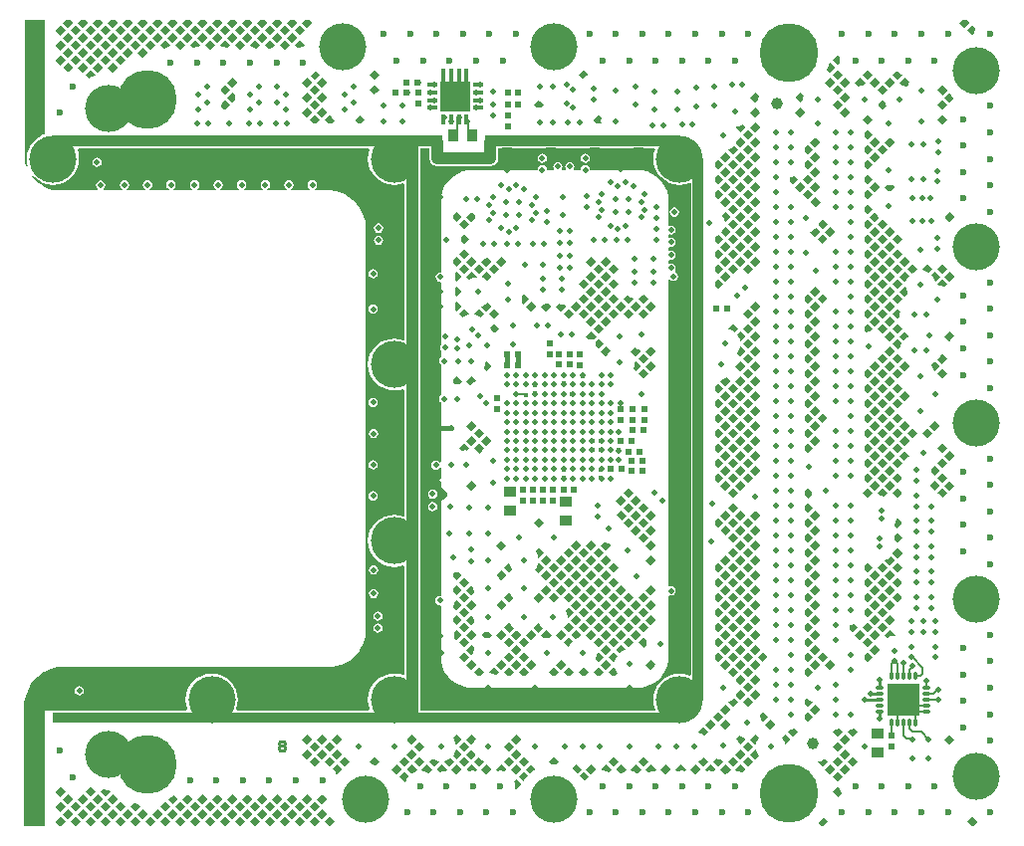
<source format=gbl>
G04*
G04 #@! TF.GenerationSoftware,Altium Limited,Altium Designer,19.0.15 (446)*
G04*
G04 Layer_Physical_Order=8*
G04 Layer_Color=16711680*
%FSLAX44Y44*%
%MOMM*%
G71*
G01*
G75*
%ADD13R,0.5800X0.6200*%
%ADD19R,0.6200X0.6200*%
%ADD23R,0.6200X0.6200*%
%ADD24R,1.0000X0.9500*%
%ADD27R,0.9000X1.0000*%
%ADD37R,0.4000X0.4500*%
%ADD81C,0.4000*%
%ADD83C,0.2000*%
%ADD87C,0.2540*%
%ADD88C,4.0000*%
%ADD89C,5.0000*%
%ADD90C,1.0000*%
%ADD91C,0.5000*%
%ADD92C,0.6000*%
%ADD93C,0.3000*%
%ADD96C,1.0000*%
%ADD100C,0.2235*%
%ADD103R,2.6416X2.6416*%
%ADD104R,0.3556X0.8128*%
%ADD105R,0.8128X0.3556*%
%ADD106R,1.0000X0.9000*%
%ADD107R,0.4500X0.4000*%
%ADD108R,0.6200X0.6000*%
%ADD109O,0.8000X0.3000*%
%ADD110O,0.3000X0.8000*%
%ADD111R,2.7500X2.7500*%
G36*
X780640Y665644D02*
X776234Y661238D01*
X771828Y665644D01*
X774644Y668461D01*
X777823D01*
X780640Y665644D01*
D02*
G37*
G36*
X717140D02*
X712734Y661238D01*
X708328Y665644D01*
X711144Y668461D01*
X714323D01*
X717140Y665644D01*
D02*
G37*
G36*
X653640D02*
X649234Y661238D01*
X644828Y665644D01*
X647645Y668461D01*
X650823D01*
X653640Y665644D01*
D02*
G37*
G36*
X590140D02*
X585734Y661238D01*
X581328Y665644D01*
X584145Y668461D01*
X587323D01*
X590140Y665644D01*
D02*
G37*
G36*
X729840D02*
X725434Y661238D01*
X721028Y665644D01*
X723845Y668461D01*
X727023D01*
X729840Y665644D01*
D02*
G37*
G36*
X602840D02*
X598434Y661238D01*
X594028Y665644D01*
X596844Y668461D01*
X600023D01*
X602840Y665644D01*
D02*
G37*
G36*
X691740D02*
X687334Y661238D01*
X682928Y665644D01*
X685744Y668461D01*
X688923D01*
X691740Y665644D01*
D02*
G37*
G36*
X1339440D02*
X1335034Y661238D01*
X1330628Y665644D01*
X1333445Y668461D01*
X1336623D01*
X1339440Y665644D01*
D02*
G37*
G36*
X704440D02*
X700034Y661238D01*
X695628Y665644D01*
X698445Y668461D01*
X701623D01*
X704440Y665644D01*
D02*
G37*
G36*
X577440D02*
X573034Y661238D01*
X568628Y665644D01*
X571445Y668461D01*
X574623D01*
X577440Y665644D01*
D02*
G37*
G36*
X679040D02*
X674634Y661238D01*
X670228Y665644D01*
X673045Y668461D01*
X676223D01*
X679040Y665644D01*
D02*
G37*
G36*
X767940D02*
X763534Y661238D01*
X759128Y665644D01*
X761945Y668461D01*
X765123D01*
X767940Y665644D01*
D02*
G37*
G36*
X640940D02*
X636534Y661238D01*
X632128Y665644D01*
X634944Y668461D01*
X638123D01*
X640940Y665644D01*
D02*
G37*
G36*
X742540D02*
X738134Y661238D01*
X733728Y665644D01*
X736544Y668461D01*
X739723D01*
X742540Y665644D01*
D02*
G37*
G36*
X615540D02*
X611134Y661238D01*
X606728Y665644D01*
X609544Y668461D01*
X612723D01*
X615540Y665644D01*
D02*
G37*
G36*
X755240D02*
X750834Y661238D01*
X746428Y665644D01*
X749245Y668461D01*
X752423D01*
X755240Y665644D01*
D02*
G37*
G36*
X628240D02*
X623834Y661238D01*
X619428Y665644D01*
X622244Y668461D01*
X625423D01*
X628240Y665644D01*
D02*
G37*
G36*
X666340D02*
X661934Y661238D01*
X657528Y665644D01*
X660344Y668461D01*
X663523D01*
X666340Y665644D01*
D02*
G37*
G36*
X774290Y659294D02*
X769884Y654888D01*
X765478Y659294D01*
X769884Y663700D01*
X774290Y659294D01*
D02*
G37*
G36*
X723490D02*
X719084Y654888D01*
X714678Y659294D01*
X719084Y663700D01*
X723490Y659294D01*
D02*
G37*
G36*
X647290D02*
X642884Y654888D01*
X638478Y659294D01*
X642884Y663700D01*
X647290Y659294D01*
D02*
G37*
G36*
X596490D02*
X592084Y654888D01*
X587678Y659294D01*
X592084Y663700D01*
X596490Y659294D01*
D02*
G37*
G36*
X583790D02*
X579384Y654888D01*
X574978Y659294D01*
X579384Y663700D01*
X583790Y659294D01*
D02*
G37*
G36*
X1344128Y660956D02*
X1343585Y659644D01*
X1343197Y656702D01*
X1341384Y654888D01*
X1336978Y659294D01*
X1341384Y663700D01*
X1344128Y660956D01*
D02*
G37*
G36*
X710790Y659294D02*
X706384Y654888D01*
X701978Y659294D01*
X706384Y663700D01*
X710790Y659294D01*
D02*
G37*
G36*
X698090D02*
X693684Y654888D01*
X689278Y659294D01*
X693684Y663700D01*
X698090Y659294D01*
D02*
G37*
G36*
X571090D02*
X566684Y654888D01*
X562836Y658736D01*
Y659853D01*
X566684Y663700D01*
X571090Y659294D01*
D02*
G37*
G36*
X672690D02*
X668284Y654888D01*
X663878Y659294D01*
X668284Y663700D01*
X672690Y659294D01*
D02*
G37*
G36*
X659990D02*
X655584Y654888D01*
X651178Y659294D01*
X655584Y663700D01*
X659990Y659294D01*
D02*
G37*
G36*
X736190D02*
X731784Y654888D01*
X727378Y659294D01*
X731784Y663700D01*
X736190Y659294D01*
D02*
G37*
G36*
X609190D02*
X604784Y654888D01*
X600378Y659294D01*
X604784Y663700D01*
X609190Y659294D01*
D02*
G37*
G36*
X685390D02*
X680984Y654888D01*
X676578Y659294D01*
X680984Y663700D01*
X685390Y659294D01*
D02*
G37*
G36*
X748890D02*
X744484Y654888D01*
X740078Y659294D01*
X744484Y663700D01*
X748890Y659294D01*
D02*
G37*
G36*
X621890D02*
X617484Y654888D01*
X613078Y659294D01*
X617484Y663700D01*
X621890Y659294D01*
D02*
G37*
G36*
X761590D02*
X757184Y654888D01*
X752778Y659294D01*
X757184Y663700D01*
X761590Y659294D01*
D02*
G37*
G36*
X634590D02*
X630184Y654888D01*
X625778Y659294D01*
X630184Y663700D01*
X634590Y659294D01*
D02*
G37*
G36*
X704440Y652944D02*
X700034Y648538D01*
X695628Y652944D01*
X700034Y657350D01*
X704440Y652944D01*
D02*
G37*
G36*
X666340D02*
X661934Y648538D01*
X657528Y652944D01*
X661934Y657350D01*
X666340Y652944D01*
D02*
G37*
G36*
X577440D02*
X573034Y648538D01*
X568628Y652944D01*
X573034Y657350D01*
X577440Y652944D01*
D02*
G37*
G36*
X717140D02*
X712734Y648538D01*
X708328Y652944D01*
X712734Y657350D01*
X717140Y652944D01*
D02*
G37*
G36*
X590140D02*
X585734Y648538D01*
X581328Y652944D01*
X585734Y657350D01*
X590140Y652944D01*
D02*
G37*
G36*
X691740D02*
X687334Y648538D01*
X682928Y652944D01*
X687334Y657350D01*
X691740Y652944D01*
D02*
G37*
G36*
X767940D02*
X763534Y648538D01*
X759128Y652944D01*
X763534Y657350D01*
X767940Y652944D01*
D02*
G37*
G36*
X640940D02*
X636534Y648538D01*
X632128Y652944D01*
X636534Y657350D01*
X640940Y652944D01*
D02*
G37*
G36*
X729840D02*
X725434Y648538D01*
X721028Y652944D01*
X725434Y657350D01*
X729840Y652944D01*
D02*
G37*
G36*
X602840D02*
X598434Y648538D01*
X594028Y652944D01*
X598434Y657350D01*
X602840Y652944D01*
D02*
G37*
G36*
X653640D02*
X649234Y648538D01*
X644828Y652944D01*
X649234Y657350D01*
X653640Y652944D01*
D02*
G37*
G36*
X742540D02*
X738134Y648538D01*
X733728Y652944D01*
X738134Y657350D01*
X742540Y652944D01*
D02*
G37*
G36*
X615540D02*
X611134Y648538D01*
X606728Y652944D01*
X611134Y657350D01*
X615540Y652944D01*
D02*
G37*
G36*
X755240D02*
X750834Y648538D01*
X746428Y652944D01*
X750834Y657350D01*
X755240Y652944D01*
D02*
G37*
G36*
X628240D02*
X623834Y648538D01*
X619428Y652944D01*
X623834Y657350D01*
X628240Y652944D01*
D02*
G37*
G36*
X679040D02*
X674634Y648538D01*
X670228Y652944D01*
X674634Y657350D01*
X679040Y652944D01*
D02*
G37*
G36*
X774290Y646594D02*
X772772Y645077D01*
X772501Y645112D01*
X769107Y644665D01*
X767905Y644167D01*
X765478Y646594D01*
X769884Y651000D01*
X774290Y646594D01*
D02*
G37*
G36*
X685390D02*
X683744Y644948D01*
X682500Y645112D01*
X679106Y644665D01*
X678682Y644490D01*
X676578Y646594D01*
X680984Y651000D01*
X685390Y646594D01*
D02*
G37*
G36*
X710790D02*
X708724Y644529D01*
X708394Y644665D01*
X705000Y645112D01*
X703639Y644933D01*
X701978Y646594D01*
X706384Y651000D01*
X710790Y646594D01*
D02*
G37*
G36*
X736190D02*
X733275Y643679D01*
X730894Y644665D01*
X729066Y644906D01*
X727378Y646594D01*
X731784Y651000D01*
X736190Y646594D01*
D02*
G37*
G36*
X659990D02*
X658281Y644886D01*
X656606Y644665D01*
X654132Y643640D01*
X651178Y646594D01*
X655584Y651000D01*
X659990Y646594D01*
D02*
G37*
G36*
X748890D02*
X747014Y644719D01*
X746607Y644665D01*
X743444Y643355D01*
X743372Y643300D01*
X740078Y646594D01*
X744484Y651000D01*
X748890Y646594D01*
D02*
G37*
G36*
X761590D02*
X757572Y642576D01*
X756556Y643355D01*
X755635Y643737D01*
X752778Y646594D01*
X757184Y651000D01*
X761590Y646594D01*
D02*
G37*
G36*
X583790D02*
X579384Y642188D01*
X574978Y646594D01*
X579384Y651000D01*
X583790Y646594D01*
D02*
G37*
G36*
X698090D02*
X693684Y642188D01*
X689278Y646594D01*
X693684Y651000D01*
X698090Y646594D01*
D02*
G37*
G36*
X571090D02*
X566684Y642188D01*
X562836Y646036D01*
Y647153D01*
X566684Y651000D01*
X571090Y646594D01*
D02*
G37*
G36*
X634590D02*
X630184Y642188D01*
X625778Y646594D01*
X630184Y651000D01*
X634590Y646594D01*
D02*
G37*
G36*
X609190D02*
X604784Y642188D01*
X600378Y646594D01*
X604784Y651000D01*
X609190Y646594D01*
D02*
G37*
G36*
X723490D02*
X719084Y642188D01*
X714678Y646594D01*
X719084Y651000D01*
X723490Y646594D01*
D02*
G37*
G36*
X596490D02*
X592084Y642188D01*
X587678Y646594D01*
X592084Y651000D01*
X596490Y646594D01*
D02*
G37*
G36*
X672690D02*
X668284Y642188D01*
X663878Y646594D01*
X668284Y651000D01*
X672690Y646594D01*
D02*
G37*
G36*
X621890D02*
X617484Y642188D01*
X613078Y646594D01*
X617484Y651000D01*
X621890Y646594D01*
D02*
G37*
G36*
X647290D02*
X642884Y642188D01*
X638478Y646594D01*
X642884Y651000D01*
X647290Y646594D01*
D02*
G37*
G36*
X577440Y640244D02*
X573034Y635838D01*
X568628Y640244D01*
X573034Y644650D01*
X577440Y640244D01*
D02*
G37*
G36*
X628240D02*
X623834Y635838D01*
X619428Y640244D01*
X623834Y644650D01*
X628240Y640244D01*
D02*
G37*
G36*
X590140D02*
X585734Y635838D01*
X581328Y640244D01*
X585734Y644650D01*
X590140Y640244D01*
D02*
G37*
G36*
X615540D02*
X611134Y635838D01*
X606728Y640244D01*
X611134Y644650D01*
X615540Y640244D01*
D02*
G37*
G36*
X602840D02*
X598434Y635838D01*
X594028Y640244D01*
X598434Y644650D01*
X602840Y640244D01*
D02*
G37*
G36*
X640940D02*
X636534Y635838D01*
X632128Y640244D01*
X636534Y644650D01*
X640940Y640244D01*
D02*
G37*
G36*
X621890Y633894D02*
X617484Y629488D01*
X613078Y633894D01*
X617484Y638300D01*
X621890Y633894D01*
D02*
G37*
G36*
X571090D02*
X566684Y629488D01*
X562836Y633336D01*
Y634453D01*
X566684Y638300D01*
X571090Y633894D01*
D02*
G37*
G36*
X1229207Y636177D02*
X1228888Y633750D01*
X1229174Y631578D01*
X1227084Y629488D01*
X1222678Y633894D01*
X1227084Y638300D01*
X1229207Y636177D01*
D02*
G37*
G36*
X596490Y633894D02*
X592084Y629488D01*
X587678Y633894D01*
X592084Y638300D01*
X596490Y633894D01*
D02*
G37*
G36*
X583790D02*
X579384Y629488D01*
X574978Y633894D01*
X579384Y638300D01*
X583790Y633894D01*
D02*
G37*
G36*
X609190D02*
X604784Y629488D01*
X600378Y633894D01*
X604784Y638300D01*
X609190Y633894D01*
D02*
G37*
G36*
X577440Y627544D02*
X574418Y624522D01*
X573606Y624415D01*
X572299Y623874D01*
X568628Y627544D01*
X573034Y631950D01*
X577440Y627544D01*
D02*
G37*
G36*
X615540D02*
X611134Y623138D01*
X606728Y627544D01*
X611134Y631950D01*
X615540Y627544D01*
D02*
G37*
G36*
X602840D02*
X598434Y623138D01*
X594028Y627544D01*
X598434Y631950D01*
X602840Y627544D01*
D02*
G37*
G36*
X1225140D02*
X1220734Y623138D01*
X1218023Y625850D01*
X1219390Y629151D01*
X1219850Y631066D01*
X1220734Y631950D01*
X1225140Y627544D01*
D02*
G37*
G36*
X590140D02*
X585734Y623138D01*
X581328Y627544D01*
X585734Y631950D01*
X590140Y627544D01*
D02*
G37*
G36*
X596490Y621194D02*
X596360Y621064D01*
X593338Y619813D01*
X590685Y618187D01*
X587678Y621194D01*
X592084Y625600D01*
X596490Y621194D01*
D02*
G37*
G36*
X1015230Y621554D02*
X1013696Y620919D01*
X1011085Y618915D01*
X1010462Y618104D01*
X1010415Y618165D01*
X1007804Y620169D01*
X1007803Y620169D01*
X1006778Y621194D01*
X1011184Y625600D01*
X1015230Y621554D01*
D02*
G37*
G36*
X837790Y621194D02*
X833384Y616788D01*
X828978Y621194D01*
X833384Y625600D01*
X837790Y621194D01*
D02*
G37*
G36*
X1231490D02*
X1227084Y616788D01*
X1222678Y621194D01*
X1227084Y625600D01*
X1231490Y621194D01*
D02*
G37*
G36*
X1256890D02*
X1252484Y616788D01*
X1248078Y621194D01*
X1252484Y625600D01*
X1256890Y621194D01*
D02*
G37*
G36*
X1277728Y624478D02*
X1280444Y622395D01*
X1281546Y621938D01*
X1282290Y621194D01*
X1277884Y616788D01*
X1273478Y621194D01*
X1277309Y625025D01*
X1277728Y624478D01*
D02*
G37*
G36*
X786990Y621194D02*
X782584Y616788D01*
X778824Y620548D01*
X779057Y620644D01*
X781772Y622728D01*
X783372Y624813D01*
X786990Y621194D01*
D02*
G37*
G36*
X1250540Y614844D02*
X1248046Y612351D01*
X1246737Y612178D01*
X1245080Y611492D01*
X1241728Y614844D01*
X1246134Y619250D01*
X1250540Y614844D01*
D02*
G37*
G36*
X1288193Y615291D02*
X1287529Y614426D01*
X1287040Y613244D01*
X1285180Y611384D01*
X1283263Y612178D01*
X1282377Y612295D01*
X1279828Y614844D01*
X1284234Y619250D01*
X1288193Y615291D01*
D02*
G37*
G36*
X1237840Y614844D02*
X1233434Y610438D01*
X1229028Y614844D01*
X1233434Y619250D01*
X1237840Y614844D01*
D02*
G37*
G36*
X1263240D02*
X1258834Y610438D01*
X1254428Y614844D01*
X1258834Y619250D01*
X1263240Y614844D01*
D02*
G37*
G36*
X1275940D02*
X1271534Y610438D01*
X1267128Y614844D01*
X1271534Y619250D01*
X1275940Y614844D01*
D02*
G37*
G36*
X1225140D02*
X1220734Y610438D01*
X1216328Y614844D01*
X1220734Y619250D01*
X1225140Y614844D01*
D02*
G37*
G36*
X717140D02*
X712734Y610438D01*
X708328Y614844D01*
X712734Y619250D01*
X717140Y614844D01*
D02*
G37*
G36*
X780640D02*
X776234Y610438D01*
X771828Y614844D01*
X776234Y619250D01*
X780640Y614844D01*
D02*
G37*
G36*
X793340D02*
X788934Y610438D01*
X784528Y614844D01*
X788934Y619250D01*
X793340Y614844D01*
D02*
G37*
G36*
X837790Y608494D02*
X836434Y607139D01*
X834696Y606419D01*
X832635Y604837D01*
X828978Y608494D01*
X833384Y612900D01*
X837790Y608494D01*
D02*
G37*
G36*
X1231490D02*
X1227084Y604088D01*
X1222678Y608494D01*
X1227084Y612900D01*
X1231490Y608494D01*
D02*
G37*
G36*
X710790D02*
X706384Y604088D01*
X702872Y607600D01*
X702928Y607737D01*
X703187Y609704D01*
X706384Y612900D01*
X710790Y608494D01*
D02*
G37*
G36*
X1319202Y609682D02*
X1320105Y608209D01*
X1315984Y604088D01*
X1311578Y608494D01*
X1315984Y612900D01*
X1319202Y609682D01*
D02*
G37*
G36*
X1269590Y608494D02*
X1265184Y604088D01*
X1260778Y608494D01*
X1265184Y612900D01*
X1269590Y608494D01*
D02*
G37*
G36*
X786990D02*
X782584Y604088D01*
X778178Y608494D01*
X782584Y612900D01*
X786990Y608494D01*
D02*
G37*
G36*
X1323721Y603721D02*
X1326200Y601604D01*
X1322334Y597738D01*
X1317928Y602144D01*
X1321779Y605995D01*
X1323721Y603721D01*
D02*
G37*
G36*
X1198056Y603828D02*
X1197822Y603263D01*
X1197392Y600000D01*
X1197416Y599820D01*
X1195334Y597738D01*
X1191240Y601832D01*
X1191095Y602311D01*
X1194934Y606150D01*
X1195579Y606305D01*
X1198056Y603828D01*
D02*
G37*
G36*
X714659Y604625D02*
X714642Y604500D01*
X715072Y601237D01*
X715412Y600416D01*
X712734Y597738D01*
X708328Y602144D01*
X712734Y606550D01*
X714659Y604625D01*
D02*
G37*
G36*
X1160350Y603435D02*
X1160202Y603159D01*
X1159259Y600049D01*
X1159228Y599732D01*
X1157234Y597738D01*
X1152828Y602144D01*
X1154285Y603601D01*
X1154915Y604085D01*
X1155399Y604715D01*
X1157234Y606550D01*
X1160350Y603435D01*
D02*
G37*
G36*
X780640Y602144D02*
X776234Y597738D01*
X771828Y602144D01*
X776234Y606550D01*
X780640Y602144D01*
D02*
G37*
G36*
X793340D02*
X788934Y597738D01*
X784528Y602144D01*
X788934Y606550D01*
X793340Y602144D01*
D02*
G37*
G36*
X1237694Y602290D02*
X1237649Y601954D01*
X1233434Y597738D01*
X1229028Y602144D01*
X1233434Y606550D01*
X1237694Y602290D01*
D02*
G37*
G36*
X974250Y598892D02*
X974375Y598909D01*
X977490Y595794D01*
X975402Y593706D01*
X974250Y593858D01*
X971037Y593435D01*
X968678Y595794D01*
X972064Y599180D01*
X974250Y598892D01*
D02*
G37*
G36*
X710790Y595794D02*
X707240Y592244D01*
X706737Y592178D01*
X705929Y591843D01*
X703136Y594636D01*
X703178Y594737D01*
X703521Y597337D01*
X706384Y600200D01*
X710790Y595794D01*
D02*
G37*
G36*
X1267697Y597687D02*
X1267822Y596737D01*
X1268616Y594820D01*
X1265434Y591639D01*
X1265080Y591492D01*
X1261492Y595080D01*
X1262178Y596737D01*
X1262248Y597264D01*
X1265184Y600200D01*
X1267697Y597687D01*
D02*
G37*
G36*
X786990Y595794D02*
X782584Y591388D01*
X778178Y595794D01*
X782584Y600200D01*
X786990Y595794D01*
D02*
G37*
G36*
X1231490D02*
X1227084Y591388D01*
X1222678Y595794D01*
X1227084Y600200D01*
X1231490Y595794D01*
D02*
G37*
G36*
X1320390D02*
X1315984Y591388D01*
X1311578Y595794D01*
X1315984Y600200D01*
X1320390Y595794D01*
D02*
G37*
G36*
X793340Y589444D02*
X788934Y585038D01*
X784528Y589444D01*
X788934Y593850D01*
X793340Y589444D01*
D02*
G37*
G36*
X1199740D02*
X1195334Y585038D01*
X1190928Y589444D01*
X1195334Y593850D01*
X1199740Y589444D01*
D02*
G37*
G36*
X1237840D02*
X1233434Y585038D01*
X1229028Y589444D01*
X1233434Y593850D01*
X1237840Y589444D01*
D02*
G37*
G36*
X1160023Y591061D02*
X1160202Y590470D01*
X1161060Y588865D01*
X1157234Y585038D01*
X1152828Y589444D01*
X1157234Y593850D01*
X1160023Y591061D01*
D02*
G37*
G36*
X780640Y589444D02*
X776234Y585038D01*
X771828Y589444D01*
X776234Y593850D01*
X780640Y589444D01*
D02*
G37*
G36*
X825090Y583094D02*
X822332Y580336D01*
X819036D01*
X816951Y582421D01*
X817165Y582585D01*
X819169Y585196D01*
X819462Y585904D01*
X821455Y586730D01*
X825090Y583094D01*
D02*
G37*
G36*
X797150Y585634D02*
X797331Y585196D01*
X799268Y582672D01*
X796932Y580336D01*
X793636D01*
X790878Y583094D01*
X795284Y587500D01*
X797150Y585634D01*
D02*
G37*
G36*
X786990Y583094D02*
X784232Y580336D01*
X780936D01*
X778178Y583094D01*
X782584Y587500D01*
X786990Y583094D01*
D02*
G37*
G36*
X1026378Y585006D02*
X1025998Y582122D01*
X1026152Y580956D01*
X1025532Y580336D01*
X1022236D01*
X1019790Y582782D01*
X1019718Y583334D01*
X1023884Y587500D01*
X1026378Y585006D01*
D02*
G37*
G36*
X1320390Y583094D02*
X1315984Y578688D01*
X1311578Y583094D01*
X1315984Y587500D01*
X1320390Y583094D01*
D02*
G37*
G36*
X1256890D02*
X1252484Y578688D01*
X1248078Y583094D01*
X1252484Y587500D01*
X1256890Y583094D01*
D02*
G37*
G36*
X1161640Y576744D02*
X1157234Y572338D01*
X1152828Y576744D01*
X1157234Y581150D01*
X1161640Y576744D01*
D02*
G37*
G36*
X1148940D02*
X1144534Y572338D01*
X1141167Y575706D01*
X1140919Y576304D01*
X1140384Y577001D01*
X1140893Y577510D01*
X1143263Y577822D01*
X1146304Y579081D01*
X1146473Y579211D01*
X1148940Y576744D01*
D02*
G37*
G36*
X1155290Y570394D02*
X1150884Y565988D01*
X1146478Y570394D01*
X1150884Y574800D01*
X1155290Y570394D01*
D02*
G37*
G36*
X1256890D02*
X1252484Y565988D01*
X1249709Y568764D01*
X1249928Y569294D01*
X1250358Y572557D01*
X1250344Y572661D01*
X1252484Y574800D01*
X1256890Y570394D01*
D02*
G37*
G36*
X1208954Y567530D02*
X1212440Y564044D01*
X1208034Y559638D01*
X1203628Y564044D01*
X1207327Y567744D01*
X1208954Y567530D01*
D02*
G37*
G36*
X1263240Y564044D02*
X1258834Y559638D01*
X1254428Y564044D01*
X1258834Y568450D01*
X1263240Y564044D01*
D02*
G37*
G36*
X1275940D02*
X1271534Y559638D01*
X1267128Y564044D01*
X1270548Y567464D01*
X1272290Y567694D01*
X1275940Y564044D01*
D02*
G37*
G36*
X1148940D02*
X1144534Y559638D01*
X1140726Y563446D01*
X1140919Y563696D01*
X1141724Y565641D01*
X1144534Y568450D01*
X1148940Y564044D01*
D02*
G37*
G36*
X1161640D02*
X1157234Y559638D01*
X1152828Y564044D01*
X1157234Y568450D01*
X1161640Y564044D01*
D02*
G37*
G36*
X1062100Y559235D02*
X1071157D01*
X1071895Y557965D01*
X1070789Y554319D01*
X1070363Y550000D01*
X1070789Y545681D01*
X1072048Y541529D01*
X1074094Y537702D01*
X1076847Y534347D01*
X1080201Y531594D01*
X1084029Y529548D01*
X1088181Y528289D01*
X1092500Y527863D01*
X1096819Y528289D01*
X1100971Y529548D01*
X1101207Y529675D01*
X1102297Y529022D01*
Y110978D01*
X1101207Y110325D01*
X1100971Y110451D01*
X1096819Y111711D01*
X1092500Y112137D01*
X1088181Y111711D01*
X1084029Y110451D01*
X1080201Y108406D01*
X1076847Y105653D01*
X1074094Y102298D01*
X1072048Y98471D01*
X1070789Y94319D01*
X1070363Y90000D01*
X1070789Y85681D01*
X1071971Y81785D01*
X1071362Y80515D01*
X1064600D01*
Y80600D01*
X1055400D01*
Y80515D01*
X1022100D01*
Y80600D01*
X1012900D01*
Y80515D01*
X979600D01*
Y80600D01*
X970400D01*
Y80515D01*
X937100D01*
Y80600D01*
X927900D01*
Y80515D01*
X894600D01*
Y80600D01*
X885400D01*
Y80515D01*
X872265D01*
X872265Y275480D01*
X872265Y276750D01*
X887428Y276750D01*
X888668Y276683D01*
X889871Y275480D01*
Y178940D01*
X888923Y178162D01*
X887401Y177859D01*
X886111Y176997D01*
X885249Y175707D01*
X884946Y174185D01*
X885249Y172664D01*
X886111Y171374D01*
X887401Y170511D01*
X888923Y170209D01*
X889871Y169431D01*
Y125650D01*
X889993Y123160D01*
X890964Y118277D01*
X892870Y113677D01*
X895636Y109536D01*
X899157Y106015D01*
X903297Y103249D01*
X907897Y101344D01*
X912781Y100372D01*
X915271Y100250D01*
X1057600D01*
X1060090Y100372D01*
X1064973Y101343D01*
X1069574Y103249D01*
X1073714Y106015D01*
X1077235Y109536D01*
X1080001Y113676D01*
X1081906Y118277D01*
X1082878Y123160D01*
X1083000Y125650D01*
Y178091D01*
X1084270Y178791D01*
X1085500Y178546D01*
X1087022Y178849D01*
X1088312Y179711D01*
X1089174Y181001D01*
X1089476Y182523D01*
X1089174Y184044D01*
X1088312Y185334D01*
X1087022Y186196D01*
X1085500Y186499D01*
X1084270Y186254D01*
X1083000Y186954D01*
X1083000Y446997D01*
X1084270Y447382D01*
X1084502Y447034D01*
X1085792Y446172D01*
X1087314Y445870D01*
X1088836Y446172D01*
X1090126Y447034D01*
X1090988Y448324D01*
X1091291Y449846D01*
X1090988Y451368D01*
X1090126Y452658D01*
X1089106Y453339D01*
X1088829Y453590D01*
X1088699Y454842D01*
X1089088Y455424D01*
X1089390Y456946D01*
X1089088Y458468D01*
X1088226Y459758D01*
X1086936Y460620D01*
X1085414Y460922D01*
X1084270Y460695D01*
X1083000Y461435D01*
Y463633D01*
X1084270Y464373D01*
X1085414Y464146D01*
X1086936Y464448D01*
X1088226Y465310D01*
X1089088Y466600D01*
X1089390Y468122D01*
X1089088Y469644D01*
X1088226Y470934D01*
X1086936Y471796D01*
X1085414Y472098D01*
X1084270Y471871D01*
X1083000Y472611D01*
Y474555D01*
X1084270Y475295D01*
X1085414Y475068D01*
X1086936Y475370D01*
X1088226Y476232D01*
X1089088Y477522D01*
X1089390Y479044D01*
X1089088Y480566D01*
X1088226Y481856D01*
X1086936Y482718D01*
X1085414Y483020D01*
X1084270Y482793D01*
X1083000Y483533D01*
Y484969D01*
X1084270Y485709D01*
X1085414Y485482D01*
X1086936Y485784D01*
X1088226Y486646D01*
X1089088Y487936D01*
X1089390Y489458D01*
X1089088Y490980D01*
X1088226Y492270D01*
X1086936Y493132D01*
X1085414Y493434D01*
X1084270Y493207D01*
X1083000Y493947D01*
Y514850D01*
X1083000D01*
X1083000Y514850D01*
X1082878Y517340D01*
X1081906Y522223D01*
X1080001Y526824D01*
X1077235Y530964D01*
X1073714Y534485D01*
X1069574Y537251D01*
X1064973Y539156D01*
X1060090Y540128D01*
X1057600Y540250D01*
X1016682Y540250D01*
X1016476Y540500D01*
X1016174Y542022D01*
X1015312Y543312D01*
X1014022Y544174D01*
X1012500Y544476D01*
X1010978Y544174D01*
X1009688Y543312D01*
X1008826Y542022D01*
X1008524Y540500D01*
X1008318Y540250D01*
X1003369D01*
X1002690Y541520D01*
X1002924Y541870D01*
X1003226Y543392D01*
X1002924Y544914D01*
X1002062Y546204D01*
X1000772Y547066D01*
X999250Y547368D01*
X997728Y547066D01*
X996438Y546204D01*
X995576Y544914D01*
X995274Y543392D01*
X995576Y541870D01*
X995810Y541520D01*
X995132Y540250D01*
X993368D01*
X992690Y541520D01*
X992924Y541870D01*
X993226Y543392D01*
X992924Y544914D01*
X992062Y546204D01*
X990772Y547066D01*
X989250Y547368D01*
X987728Y547066D01*
X986438Y546204D01*
X985576Y544914D01*
X985274Y543392D01*
X985576Y541870D01*
X985810Y541520D01*
X985132Y540250D01*
X980182D01*
X979976Y540500D01*
X979674Y542022D01*
X978812Y543312D01*
X977522Y544174D01*
X976000Y544476D01*
X974478Y544174D01*
X973188Y543312D01*
X972326Y542022D01*
X972024Y540500D01*
X971818Y540250D01*
X915400Y540250D01*
X915400Y540250D01*
X912910Y540128D01*
X908027Y539156D01*
X903427Y537251D01*
X899286Y534484D01*
X895766Y530964D01*
X892999Y526824D01*
X891094Y522223D01*
X890122Y517340D01*
X890000Y514850D01*
X890000Y453952D01*
X889360Y453427D01*
X887838Y453124D01*
X886548Y452262D01*
X885686Y450972D01*
X885384Y449450D01*
X885686Y447928D01*
X886548Y446638D01*
X887838Y445776D01*
X889360Y445474D01*
X890000Y444949D01*
X890000Y391656D01*
X889576Y391022D01*
X889274Y389500D01*
X889576Y387978D01*
X890000Y387344D01*
Y381020D01*
X889688Y380812D01*
X888826Y379522D01*
X888524Y378000D01*
X888826Y376478D01*
X889688Y375188D01*
X890000Y374980D01*
Y348770D01*
X889688Y348562D01*
X888826Y347272D01*
X888524Y345750D01*
X888826Y344228D01*
X889688Y342938D01*
X890000Y342730D01*
X890000Y291996D01*
X888730Y291611D01*
X888362Y292162D01*
X887072Y293024D01*
X885550Y293326D01*
X884028Y293024D01*
X882738Y292162D01*
X881876Y290872D01*
X881573Y289350D01*
X881876Y287828D01*
X882738Y286538D01*
X884028Y285676D01*
X885550Y285374D01*
X887072Y285676D01*
X888362Y286538D01*
X888730Y287089D01*
X890000Y286704D01*
Y277966D01*
X889581Y277565D01*
X889547Y277532D01*
X888592Y276750D01*
X888220D01*
X872265D01*
X872265Y278020D01*
X872265Y559235D01*
X879975D01*
Y550250D01*
X880471Y547753D01*
X881886Y545636D01*
X884003Y544221D01*
X886500Y543725D01*
X888349D01*
X889360Y543524D01*
X890371Y543725D01*
X932000D01*
X934497Y544221D01*
X936614Y545636D01*
X938029Y547753D01*
X938525Y550250D01*
Y559235D01*
X941561D01*
X941803Y559335D01*
X950520D01*
X950761Y559235D01*
X978674D01*
X978915Y559335D01*
X987633D01*
X987874Y559235D01*
X1015787D01*
X1016029Y559335D01*
X1024746D01*
X1024987Y559235D01*
X1052900D01*
X1053141Y559335D01*
X1061859D01*
X1062100Y559235D01*
D02*
G37*
G36*
X1256890Y557694D02*
X1252484Y553288D01*
X1249709Y556064D01*
X1249928Y556594D01*
X1250358Y559857D01*
X1250344Y559961D01*
X1252484Y562100D01*
X1256890Y557694D01*
D02*
G37*
G36*
X1206090D02*
X1201684Y553288D01*
X1198909Y556063D01*
X1199128Y556594D01*
X1199558Y559857D01*
X1199544Y559961D01*
X1201684Y562100D01*
X1206090Y557694D01*
D02*
G37*
G36*
X1269590D02*
X1265184Y553288D01*
X1260778Y557694D01*
X1265184Y562100D01*
X1269590Y557694D01*
D02*
G37*
G36*
X1142590D02*
X1138184Y553288D01*
X1133778Y557694D01*
X1134359Y558276D01*
X1136304Y559081D01*
X1138915Y561085D01*
X1139038Y561246D01*
X1142590Y557694D01*
D02*
G37*
G36*
X1155290D02*
X1150884Y553288D01*
X1146478Y557694D01*
X1150884Y562100D01*
X1155290Y557694D01*
D02*
G37*
G36*
X1212440Y551344D02*
X1208034Y546938D01*
X1203628Y551344D01*
X1208034Y555750D01*
X1212440Y551344D01*
D02*
G37*
G36*
X1136240D02*
X1131834Y546938D01*
X1127428Y551344D01*
X1131834Y555750D01*
X1136240Y551344D01*
D02*
G37*
G36*
X1263240D02*
X1258834Y546938D01*
X1254428Y551344D01*
X1258834Y555750D01*
X1263240Y551344D01*
D02*
G37*
G36*
X1148940D02*
X1144534Y546938D01*
X1140128Y551344D01*
X1144534Y555750D01*
X1148940Y551344D01*
D02*
G37*
G36*
X1161640D02*
X1157234Y546938D01*
X1152828Y551344D01*
X1157234Y555750D01*
X1161640Y551344D01*
D02*
G37*
G36*
X552750Y570822D02*
X551529Y570452D01*
X547701Y568406D01*
X544347Y565653D01*
X541594Y562298D01*
X539548Y558471D01*
X538289Y554319D01*
X537863Y550000D01*
X538289Y545681D01*
X538628Y544565D01*
X537536Y543788D01*
X537449Y543851D01*
X536548Y547213D01*
X536034Y551119D01*
Y553088D01*
Y668461D01*
X552750D01*
X552750Y570822D01*
D02*
G37*
G36*
X1206090Y544994D02*
X1201684Y540588D01*
X1198909Y543364D01*
X1199128Y543894D01*
X1199558Y547157D01*
X1199544Y547261D01*
X1201684Y549400D01*
X1206090Y544994D01*
D02*
G37*
G36*
X1142590D02*
X1138184Y540588D01*
X1133778Y544994D01*
X1138184Y549400D01*
X1142590Y544994D01*
D02*
G37*
G36*
X1155290D02*
X1150884Y540588D01*
X1146478Y544994D01*
X1150884Y549400D01*
X1155290Y544994D01*
D02*
G37*
G36*
X1256890D02*
X1252484Y540588D01*
X1249709Y543363D01*
X1249928Y543894D01*
X1250358Y547157D01*
X1250344Y547261D01*
X1252484Y549400D01*
X1256890Y544994D01*
D02*
G37*
G36*
X1129890D02*
X1125484Y540588D01*
X1122836Y543236D01*
Y544850D01*
Y546753D01*
X1125484Y549400D01*
X1129890Y544994D01*
D02*
G37*
G36*
X1193390Y532294D02*
X1188984Y527888D01*
X1186209Y530663D01*
X1186428Y531194D01*
X1186858Y534457D01*
X1186844Y534561D01*
X1186846Y534563D01*
X1186950Y534549D01*
X1190213Y534979D01*
X1190561Y535123D01*
X1193390Y532294D01*
D02*
G37*
G36*
X1161640Y538644D02*
X1157234Y534238D01*
X1152828Y538644D01*
X1157234Y543050D01*
X1161640Y538644D01*
D02*
G37*
G36*
X1212440D02*
X1208034Y534238D01*
X1203628Y538644D01*
X1208034Y543050D01*
X1212440Y538644D01*
D02*
G37*
G36*
X1148940D02*
X1144534Y534238D01*
X1140128Y538644D01*
X1144534Y543050D01*
X1148940Y538644D01*
D02*
G37*
G36*
X1136240D02*
X1131834Y534238D01*
X1127428Y538644D01*
X1131834Y543050D01*
X1136240Y538644D01*
D02*
G37*
G36*
X1155290Y532294D02*
X1150884Y527888D01*
X1146478Y532294D01*
X1150884Y536700D01*
X1155290Y532294D01*
D02*
G37*
G36*
X1206090D02*
X1201684Y527888D01*
X1197278Y532294D01*
X1201684Y536700D01*
X1206090Y532294D01*
D02*
G37*
G36*
X1256890D02*
X1252484Y527888D01*
X1249709Y530663D01*
X1249928Y531194D01*
X1250358Y534457D01*
X1250344Y534561D01*
X1252484Y536700D01*
X1256890Y532294D01*
D02*
G37*
G36*
X1129890D02*
X1125484Y527888D01*
X1122836Y530536D01*
Y534053D01*
X1125484Y536700D01*
X1129890Y532294D01*
D02*
G37*
G36*
X1142590D02*
X1138184Y527888D01*
X1133778Y532294D01*
X1138184Y536700D01*
X1142590Y532294D01*
D02*
G37*
G36*
X829319Y557715D02*
X828289Y554319D01*
X827863Y550000D01*
X828289Y545681D01*
X829548Y541529D01*
X831594Y537702D01*
X834347Y534347D01*
X837702Y531594D01*
X841529Y529548D01*
X845681Y528289D01*
X850000Y527863D01*
X854319Y528289D01*
X857525Y529262D01*
X858795Y528320D01*
Y396680D01*
X857525Y395738D01*
X854319Y396711D01*
X850000Y397137D01*
X845681Y396711D01*
X841529Y395452D01*
X837702Y393406D01*
X834347Y390653D01*
X831594Y387298D01*
X829548Y383471D01*
X828289Y379319D01*
X827863Y375000D01*
X828289Y370681D01*
X829548Y366529D01*
X831594Y362702D01*
X834347Y359347D01*
X837702Y356594D01*
X841529Y354548D01*
X845681Y353289D01*
X850000Y352863D01*
X854319Y353289D01*
X857525Y354262D01*
X858795Y353320D01*
Y246680D01*
X857525Y245739D01*
X854319Y246711D01*
X850000Y247137D01*
X845681Y246711D01*
X841529Y245452D01*
X837702Y243406D01*
X834347Y240653D01*
X831594Y237298D01*
X829548Y233471D01*
X828289Y229319D01*
X827863Y225000D01*
X828289Y220681D01*
X829548Y216529D01*
X831594Y212702D01*
X834347Y209347D01*
X837702Y206594D01*
X841529Y204548D01*
X845681Y203289D01*
X850000Y202863D01*
X854319Y203289D01*
X857525Y204261D01*
X858795Y203320D01*
Y111680D01*
X857525Y110738D01*
X854319Y111711D01*
X850000Y112137D01*
X845681Y111711D01*
X841529Y110451D01*
X837702Y108406D01*
X834347Y105653D01*
X831594Y102298D01*
X829548Y98471D01*
X828289Y94319D01*
X827863Y90000D01*
X828289Y85681D01*
X829395Y82035D01*
X828657Y80765D01*
X716343D01*
X715605Y82035D01*
X716711Y85681D01*
X717137Y90000D01*
X716711Y94319D01*
X715452Y98471D01*
X713406Y102298D01*
X710653Y105653D01*
X707298Y108406D01*
X703471Y110451D01*
X699319Y111711D01*
X695000Y112137D01*
X690681Y111711D01*
X686529Y110451D01*
X682702Y108406D01*
X679347Y105653D01*
X676594Y102298D01*
X674548Y98471D01*
X673289Y94319D01*
X672863Y90000D01*
X673289Y85681D01*
X674395Y82035D01*
X673657Y80765D01*
X560000D01*
X558928Y80322D01*
X558899Y80250D01*
X552750D01*
X552750Y-17461D01*
X535784D01*
Y84246D01*
Y86455D01*
X536361Y90837D01*
X537505Y95106D01*
X539196Y99190D01*
X541406Y103017D01*
X544096Y106523D01*
X547222Y109649D01*
X550728Y112339D01*
X554556Y114549D01*
X558639Y116240D01*
X562908Y117384D01*
X567290Y117961D01*
X794995D01*
X795029Y117968D01*
X795062Y117962D01*
X796959Y118024D01*
X797057Y118047D01*
X797158Y118041D01*
X800919Y118536D01*
X801047Y118579D01*
X801181Y118588D01*
X804845Y119569D01*
X804966Y119629D01*
X805097Y119655D01*
X808602Y121107D01*
X808714Y121181D01*
X808841Y121225D01*
X812126Y123121D01*
X812227Y123210D01*
X812348Y123270D01*
X815358Y125579D01*
X815446Y125680D01*
X815558Y125755D01*
X818240Y128437D01*
X818315Y128549D01*
X818416Y128638D01*
X820725Y131647D01*
X820785Y131768D01*
X820874Y131869D01*
X822770Y135154D01*
X822813Y135281D01*
X822888Y135393D01*
X824340Y138898D01*
X824366Y139030D01*
X824426Y139150D01*
X825407Y142814D01*
X825416Y142949D01*
X825460Y143076D01*
X825955Y146837D01*
X825948Y146938D01*
X825971Y147036D01*
X826033Y148933D01*
X826028Y148966D01*
X826034Y149000D01*
X826034Y490503D01*
X826028Y490536D01*
X826033Y490569D01*
X825968Y492564D01*
X825945Y492663D01*
X825951Y492763D01*
X825431Y496718D01*
X825387Y496846D01*
X825379Y496980D01*
X824346Y500833D01*
X824287Y500954D01*
X824260Y501086D01*
X822734Y504772D01*
X822659Y504883D01*
X822616Y505011D01*
X820621Y508466D01*
X820533Y508567D01*
X820473Y508687D01*
X818045Y511852D01*
X817943Y511941D01*
X817869Y512053D01*
X815048Y514874D01*
X814936Y514948D01*
X814847Y515050D01*
X811683Y517478D01*
X811562Y517537D01*
X811461Y517626D01*
X808006Y519621D01*
X807878Y519664D01*
X807767Y519739D01*
X804081Y521265D01*
X803949Y521292D01*
X803829Y521351D01*
X799975Y522384D01*
X799841Y522392D01*
X799714Y522436D01*
X795759Y522956D01*
X795658Y522950D01*
X795559Y522973D01*
X793565Y523038D01*
X793531Y523032D01*
X793498Y523039D01*
X782755D01*
X782370Y524309D01*
X783312Y524938D01*
X784174Y526228D01*
X784476Y527750D01*
X784174Y529272D01*
X783312Y530562D01*
X782022Y531424D01*
X780500Y531726D01*
X778978Y531424D01*
X777688Y530562D01*
X776826Y529272D01*
X776524Y527750D01*
X776826Y526228D01*
X777688Y524938D01*
X778630Y524309D01*
X778245Y523039D01*
X762755D01*
X762370Y524309D01*
X763312Y524938D01*
X764174Y526228D01*
X764476Y527750D01*
X764174Y529272D01*
X763312Y530562D01*
X762022Y531424D01*
X760500Y531726D01*
X758978Y531424D01*
X757688Y530562D01*
X756826Y529272D01*
X756524Y527750D01*
X756826Y526228D01*
X757688Y524938D01*
X758630Y524309D01*
X758245Y523039D01*
X742755D01*
X742370Y524309D01*
X743312Y524938D01*
X744174Y526228D01*
X744476Y527750D01*
X744174Y529272D01*
X743312Y530562D01*
X742022Y531424D01*
X740500Y531726D01*
X738978Y531424D01*
X737688Y530562D01*
X736826Y529272D01*
X736524Y527750D01*
X736826Y526228D01*
X737688Y524938D01*
X738630Y524309D01*
X738245Y523039D01*
X722755D01*
X722370Y524309D01*
X723312Y524938D01*
X724174Y526228D01*
X724476Y527750D01*
X724174Y529272D01*
X723312Y530562D01*
X722022Y531424D01*
X720500Y531726D01*
X718978Y531424D01*
X717688Y530562D01*
X716826Y529272D01*
X716524Y527750D01*
X716826Y526228D01*
X717688Y524938D01*
X718630Y524309D01*
X718245Y523039D01*
X702755D01*
X702370Y524309D01*
X703312Y524938D01*
X704174Y526228D01*
X704476Y527750D01*
X704174Y529272D01*
X703312Y530562D01*
X702022Y531424D01*
X700500Y531726D01*
X698978Y531424D01*
X697688Y530562D01*
X696826Y529272D01*
X696524Y527750D01*
X696826Y526228D01*
X697688Y524938D01*
X698630Y524309D01*
X698245Y523039D01*
X682755D01*
X682370Y524309D01*
X683312Y524938D01*
X684174Y526228D01*
X684476Y527750D01*
X684174Y529272D01*
X683312Y530562D01*
X682022Y531424D01*
X680500Y531726D01*
X678978Y531424D01*
X677688Y530562D01*
X676826Y529272D01*
X676524Y527750D01*
X676826Y526228D01*
X677688Y524938D01*
X678630Y524309D01*
X678245Y523039D01*
X662755D01*
X662370Y524309D01*
X663312Y524938D01*
X664174Y526228D01*
X664476Y527750D01*
X664174Y529272D01*
X663312Y530562D01*
X662022Y531424D01*
X660500Y531726D01*
X658978Y531424D01*
X657688Y530562D01*
X656826Y529272D01*
X656524Y527750D01*
X656826Y526228D01*
X657688Y524938D01*
X658630Y524309D01*
X658245Y523039D01*
X642755D01*
X642370Y524309D01*
X643312Y524938D01*
X644174Y526228D01*
X644476Y527750D01*
X644174Y529272D01*
X643312Y530562D01*
X642022Y531424D01*
X640500Y531726D01*
X638978Y531424D01*
X637688Y530562D01*
X636826Y529272D01*
X636524Y527750D01*
X636826Y526228D01*
X637688Y524938D01*
X638630Y524309D01*
X638245Y523039D01*
X623005D01*
X622620Y524309D01*
X623562Y524938D01*
X624424Y526228D01*
X624726Y527750D01*
X624424Y529272D01*
X623562Y530562D01*
X622272Y531424D01*
X620750Y531726D01*
X619228Y531424D01*
X617938Y530562D01*
X617076Y529272D01*
X616774Y527750D01*
X617076Y526228D01*
X617938Y524938D01*
X618880Y524309D01*
X618495Y523039D01*
X603130D01*
X602744Y524309D01*
X603312Y524688D01*
X604174Y525978D01*
X604476Y527500D01*
X604174Y529022D01*
X603312Y530312D01*
X602022Y531174D01*
X600500Y531476D01*
X598978Y531174D01*
X597688Y530312D01*
X596826Y529022D01*
X596524Y527500D01*
X596826Y525978D01*
X597688Y524688D01*
X598256Y524309D01*
X597870Y523039D01*
X564114D01*
X560208Y523553D01*
X556404Y524573D01*
X552764Y526080D01*
X549353Y528050D01*
X546228Y530448D01*
X543443Y533233D01*
X541792Y535383D01*
X541802Y535446D01*
X543145Y535812D01*
X544347Y534347D01*
X547701Y531594D01*
X551529Y529548D01*
X555681Y528289D01*
X560000Y527863D01*
X564319Y528289D01*
X568471Y529548D01*
X572298Y531594D01*
X575653Y534347D01*
X578406Y537702D01*
X580452Y541529D01*
X581711Y545681D01*
X582137Y550000D01*
X581711Y554319D01*
X580681Y557715D01*
X581548Y558985D01*
X828452D01*
X829319Y557715D01*
D02*
G37*
G36*
X1275940Y525944D02*
X1272300Y522305D01*
X1270535Y522537D01*
X1267128Y525944D01*
X1268741Y527558D01*
X1270000Y527392D01*
X1273263Y527822D01*
X1273828Y528056D01*
X1275940Y525944D01*
D02*
G37*
G36*
X1212440D02*
X1208034Y521538D01*
X1203628Y525944D01*
X1208034Y530350D01*
X1212440Y525944D01*
D02*
G37*
G36*
X1199740D02*
X1195334Y521538D01*
X1190928Y525944D01*
X1195334Y530350D01*
X1199740Y525944D01*
D02*
G37*
G36*
X1148940D02*
X1144534Y521538D01*
X1140128Y525944D01*
X1144534Y530350D01*
X1148940Y525944D01*
D02*
G37*
G36*
X1161640D02*
X1157234Y521538D01*
X1152828Y525944D01*
X1157234Y530350D01*
X1161640Y525944D01*
D02*
G37*
G36*
X1263240D02*
X1258834Y521538D01*
X1254428Y525944D01*
X1258834Y530350D01*
X1263240Y525944D01*
D02*
G37*
G36*
X1136240D02*
X1131834Y521538D01*
X1127428Y525944D01*
X1131834Y530350D01*
X1136240Y525944D01*
D02*
G37*
G36*
X1206090Y519594D02*
X1201684Y515188D01*
X1197278Y519594D01*
X1201684Y524000D01*
X1206090Y519594D01*
D02*
G37*
G36*
X1142590D02*
X1138184Y515188D01*
X1133778Y519594D01*
X1138184Y524000D01*
X1142590Y519594D01*
D02*
G37*
G36*
X1256890D02*
X1252484Y515188D01*
X1249709Y517963D01*
X1249928Y518494D01*
X1250358Y521757D01*
X1250344Y521861D01*
X1252484Y524000D01*
X1256890Y519594D01*
D02*
G37*
G36*
X1129890D02*
X1125484Y515188D01*
X1122836Y517836D01*
Y521353D01*
X1125484Y524000D01*
X1129890Y519594D01*
D02*
G37*
G36*
X1155290D02*
X1150884Y515188D01*
X1146478Y519594D01*
X1150884Y524000D01*
X1155290Y519594D01*
D02*
G37*
G36*
X1212440Y513244D02*
X1208460Y509264D01*
X1206304Y510919D01*
X1205706Y511167D01*
X1203628Y513244D01*
X1208034Y517650D01*
X1212440Y513244D01*
D02*
G37*
G36*
X1136240D02*
X1131834Y508838D01*
X1127428Y513244D01*
X1131834Y517650D01*
X1136240Y513244D01*
D02*
G37*
G36*
X1161640D02*
X1157234Y508838D01*
X1152828Y513244D01*
X1157234Y517650D01*
X1161640Y513244D01*
D02*
G37*
G36*
X1148940D02*
X1144534Y508838D01*
X1140128Y513244D01*
X1144534Y517650D01*
X1148940Y513244D01*
D02*
G37*
G36*
X1256890Y506894D02*
X1252484Y502488D01*
X1249709Y505264D01*
X1249928Y505794D01*
X1250358Y509057D01*
X1250344Y509161D01*
X1252484Y511300D01*
X1256890Y506894D01*
D02*
G37*
G36*
X1155290D02*
X1150884Y502488D01*
X1146478Y506894D01*
X1150884Y511300D01*
X1155290Y506894D01*
D02*
G37*
G36*
X1142590D02*
X1138184Y502488D01*
X1133778Y506894D01*
X1138184Y511300D01*
X1142590Y506894D01*
D02*
G37*
G36*
X1326740Y500544D02*
X1322334Y496138D01*
X1318712Y499761D01*
X1318678Y500013D01*
X1318303Y500919D01*
X1322334Y504950D01*
X1326740Y500544D01*
D02*
G37*
G36*
X1148940D02*
X1144534Y496138D01*
X1140128Y500544D01*
X1144534Y504950D01*
X1148940Y500544D01*
D02*
G37*
G36*
X1259081Y503696D02*
X1261085Y501085D01*
X1262610Y499915D01*
X1258834Y496138D01*
X1254428Y500544D01*
X1258641Y504758D01*
X1259081Y503696D01*
D02*
G37*
G36*
X1136240Y500544D02*
X1131834Y496138D01*
X1130287Y497685D01*
X1130178Y498513D01*
X1128919Y501554D01*
X1128710Y501826D01*
X1131834Y504950D01*
X1136240Y500544D01*
D02*
G37*
G36*
X1161640D02*
X1157234Y496138D01*
X1152828Y500544D01*
X1157234Y504950D01*
X1161640Y500544D01*
D02*
G37*
G36*
X907640D02*
X903234Y496138D01*
X900086Y499286D01*
Y501803D01*
X903234Y504950D01*
X907640Y500544D01*
D02*
G37*
G36*
X917079Y503805D02*
X919129Y501755D01*
X918822Y501013D01*
X918521Y498725D01*
X915934Y496138D01*
X911528Y500544D01*
X914650Y503667D01*
X914869Y503696D01*
X916106Y504208D01*
X917079Y503805D01*
D02*
G37*
G36*
X1265415Y498369D02*
X1269590Y494194D01*
X1265184Y489788D01*
X1260778Y494194D01*
X1265088Y498505D01*
X1265415Y498369D01*
D02*
G37*
G36*
X1142590Y494194D02*
X1138184Y489788D01*
X1133778Y494194D01*
X1138184Y498600D01*
X1142590Y494194D01*
D02*
G37*
G36*
X1218790D02*
X1214384Y489788D01*
X1210727Y493446D01*
X1210919Y493696D01*
X1211936Y496153D01*
X1214384Y498600D01*
X1218790Y494194D01*
D02*
G37*
G36*
X1256890D02*
X1252484Y489788D01*
X1249709Y492564D01*
X1249928Y493094D01*
X1250358Y496357D01*
X1250344Y496461D01*
X1252484Y498600D01*
X1256890Y494194D01*
D02*
G37*
G36*
X1155290D02*
X1150884Y489788D01*
X1146478Y494194D01*
X1150884Y498600D01*
X1155290Y494194D01*
D02*
G37*
G36*
X913990D02*
X909584Y489788D01*
X905178Y494194D01*
X909584Y498600D01*
X913990Y494194D01*
D02*
G37*
G36*
X1212440Y487844D02*
X1208034Y483438D01*
X1203628Y487844D01*
X1203847Y488064D01*
X1206304Y489081D01*
X1208915Y491085D01*
X1209038Y491246D01*
X1212440Y487844D01*
D02*
G37*
G36*
X1263240D02*
X1258834Y483438D01*
X1254428Y487844D01*
X1258834Y492250D01*
X1263240Y487844D01*
D02*
G37*
G36*
X1136240D02*
X1131834Y483438D01*
X1127793Y487479D01*
X1128919Y488946D01*
X1129194Y489610D01*
X1131834Y492250D01*
X1136240Y487844D01*
D02*
G37*
G36*
X1275940D02*
X1271534Y483438D01*
X1267128Y487844D01*
X1271534Y492250D01*
X1275940Y487844D01*
D02*
G37*
G36*
X1148940D02*
X1144534Y483438D01*
X1140128Y487844D01*
X1144534Y492250D01*
X1148940Y487844D01*
D02*
G37*
G36*
X1225140D02*
X1220734Y483438D01*
X1216328Y487844D01*
X1220734Y492250D01*
X1225140Y487844D01*
D02*
G37*
G36*
X1161640D02*
X1157234Y483438D01*
X1152828Y487844D01*
X1157234Y492250D01*
X1161640Y487844D01*
D02*
G37*
G36*
X1218555Y481729D02*
X1216135Y479872D01*
X1214166Y477306D01*
X1209978Y481494D01*
X1214384Y485900D01*
X1218555Y481729D01*
D02*
G37*
G36*
X1256890Y481494D02*
X1252484Y477088D01*
X1249709Y479864D01*
X1249928Y480394D01*
X1250358Y483657D01*
X1250344Y483761D01*
X1252484Y485900D01*
X1256890Y481494D01*
D02*
G37*
G36*
X1129890D02*
X1125484Y477088D01*
X1122836Y479736D01*
Y483253D01*
X1123640Y484056D01*
X1124304Y484331D01*
X1125859Y485525D01*
X1129890Y481494D01*
D02*
G37*
G36*
X1282290D02*
X1277884Y477088D01*
X1273478Y481494D01*
X1277884Y485900D01*
X1282290Y481494D01*
D02*
G37*
G36*
X1155290D02*
X1150884Y477088D01*
X1146478Y481494D01*
X1150884Y485900D01*
X1155290Y481494D01*
D02*
G37*
G36*
X1269590D02*
X1265184Y477088D01*
X1260778Y481494D01*
X1265184Y485900D01*
X1269590Y481494D01*
D02*
G37*
G36*
X1142590D02*
X1138184Y477088D01*
X1133778Y481494D01*
X1138184Y485900D01*
X1142590Y481494D01*
D02*
G37*
G36*
X913689Y481795D02*
X913270Y480783D01*
X913268Y480773D01*
X909584Y477088D01*
X906756Y479916D01*
X906901Y481023D01*
X906646Y482963D01*
X909584Y485900D01*
X913689Y481795D01*
D02*
G37*
G36*
X1263240Y475144D02*
X1258834Y470738D01*
X1254428Y475144D01*
X1258834Y479550D01*
X1263240Y475144D01*
D02*
G37*
G36*
X1136240D02*
X1131834Y470738D01*
X1127428Y475144D01*
X1131834Y479550D01*
X1136240Y475144D01*
D02*
G37*
G36*
X1161640D02*
X1157234Y470738D01*
X1152828Y475144D01*
X1157234Y479550D01*
X1161640Y475144D01*
D02*
G37*
G36*
X1275940D02*
X1271534Y470738D01*
X1267128Y475144D01*
X1271534Y479550D01*
X1275940Y475144D01*
D02*
G37*
G36*
X1148940D02*
X1144534Y470738D01*
X1140128Y475144D01*
X1144534Y479550D01*
X1148940Y475144D01*
D02*
G37*
G36*
X913990Y468794D02*
X909584Y464388D01*
X905178Y468794D01*
X909584Y473200D01*
X913990Y468794D01*
D02*
G37*
G36*
X1269590D02*
X1265184Y464388D01*
X1260778Y468794D01*
X1265184Y473200D01*
X1269590Y468794D01*
D02*
G37*
G36*
X1142590D02*
X1138184Y464388D01*
X1133778Y468794D01*
X1138184Y473200D01*
X1142590Y468794D01*
D02*
G37*
G36*
X1256890D02*
X1252484Y464388D01*
X1249709Y467164D01*
X1249928Y467694D01*
X1250358Y470957D01*
X1250344Y471061D01*
X1252484Y473200D01*
X1256890Y468794D01*
D02*
G37*
G36*
X1129890D02*
X1125484Y464388D01*
X1122836Y467036D01*
Y470553D01*
X1125484Y473200D01*
X1129890Y468794D01*
D02*
G37*
G36*
X1282290D02*
X1277884Y464388D01*
X1273478Y468794D01*
X1277884Y473200D01*
X1282290Y468794D01*
D02*
G37*
G36*
X1155290D02*
X1150884Y464388D01*
X1146478Y468794D01*
X1150884Y473200D01*
X1155290Y468794D01*
D02*
G37*
G36*
X920340Y462444D02*
X915934Y458038D01*
X911528Y462444D01*
X915934Y466850D01*
X920340Y462444D01*
D02*
G37*
G36*
X942198Y465986D02*
X945740Y462444D01*
X941334Y458038D01*
X936928Y462444D01*
X940976Y466492D01*
X942198Y465986D01*
D02*
G37*
G36*
X1275940Y462444D02*
X1271534Y458038D01*
X1267128Y462444D01*
X1271534Y466850D01*
X1275940Y462444D01*
D02*
G37*
G36*
X1148940D02*
X1144534Y458038D01*
X1140128Y462444D01*
X1144534Y466850D01*
X1148940Y462444D01*
D02*
G37*
G36*
X1021940D02*
X1017534Y458038D01*
X1013128Y462444D01*
X1017534Y466850D01*
X1021940Y462444D01*
D02*
G37*
G36*
X1288640D02*
X1284234Y458038D01*
X1279828Y462444D01*
X1284234Y466850D01*
X1288640Y462444D01*
D02*
G37*
G36*
X1161640D02*
X1157234Y458038D01*
X1152828Y462444D01*
X1157234Y466850D01*
X1161640Y462444D01*
D02*
G37*
G36*
X1034640D02*
X1030234Y458038D01*
X1025828Y462444D01*
X1030234Y466850D01*
X1034640Y462444D01*
D02*
G37*
G36*
X907640D02*
X903234Y458038D01*
X900086Y461186D01*
Y463703D01*
X903234Y466850D01*
X907640Y462444D01*
D02*
G37*
G36*
X1263240D02*
X1258834Y458038D01*
X1254428Y462444D01*
X1258834Y466850D01*
X1263240Y462444D01*
D02*
G37*
G36*
X1136240D02*
X1131834Y458038D01*
X1127428Y462444D01*
X1131834Y466850D01*
X1136240Y462444D01*
D02*
G37*
G36*
X933040D02*
X928634Y458038D01*
X924228Y462444D01*
X926885Y465101D01*
X928711Y465342D01*
X929723Y465761D01*
X933040Y462444D01*
D02*
G37*
G36*
X1307690Y456094D02*
X1304489Y452893D01*
X1303804Y453419D01*
X1300763Y454678D01*
X1300223Y454749D01*
X1298878Y456094D01*
X1303284Y460500D01*
X1307690Y456094D01*
D02*
G37*
G36*
X1294990D02*
X1293105Y454209D01*
X1291196Y453419D01*
X1289870Y452402D01*
X1286178Y456094D01*
X1290584Y460500D01*
X1294990Y456094D01*
D02*
G37*
G36*
X1155290D02*
X1151378Y452183D01*
X1150240Y452332D01*
X1146478Y456094D01*
X1150884Y460500D01*
X1155290Y456094D01*
D02*
G37*
G36*
X1282290D02*
X1277884Y451688D01*
X1273478Y456094D01*
X1277884Y460500D01*
X1282290Y456094D01*
D02*
G37*
G36*
X1028290D02*
X1023884Y451688D01*
X1019478Y456094D01*
X1023884Y460500D01*
X1028290Y456094D01*
D02*
G37*
G36*
X926690D02*
X922284Y451688D01*
X917878Y456094D01*
X922284Y460500D01*
X926690Y456094D01*
D02*
G37*
G36*
X1040990D02*
X1036584Y451688D01*
X1032178Y456094D01*
X1036584Y460500D01*
X1040990Y456094D01*
D02*
G37*
G36*
X913990D02*
X909584Y451688D01*
X905178Y456094D01*
X909584Y460500D01*
X913990Y456094D01*
D02*
G37*
G36*
X1320390D02*
X1315984Y451688D01*
X1311578Y456094D01*
X1315984Y460500D01*
X1320390Y456094D01*
D02*
G37*
G36*
X939390D02*
X934984Y451688D01*
X930578Y456094D01*
X934984Y460500D01*
X939390Y456094D01*
D02*
G37*
G36*
X1256890D02*
X1252484Y451688D01*
X1249709Y454464D01*
X1249928Y454994D01*
X1250358Y458257D01*
X1250344Y458361D01*
X1252484Y460500D01*
X1256890Y456094D01*
D02*
G37*
G36*
X1129890D02*
X1125484Y451688D01*
X1122836Y454336D01*
Y457853D01*
X1125484Y460500D01*
X1129890Y456094D01*
D02*
G37*
G36*
X1269590D02*
X1265184Y451688D01*
X1260778Y456094D01*
X1265184Y460500D01*
X1269590Y456094D01*
D02*
G37*
G36*
X1142590D02*
X1138184Y451688D01*
X1133778Y456094D01*
X1138184Y460500D01*
X1142590Y456094D01*
D02*
G37*
G36*
X920340Y449744D02*
X919771Y449175D01*
X917897Y448928D01*
X914856Y447669D01*
X914147Y447125D01*
X911528Y449744D01*
X915934Y454150D01*
X920340Y449744D01*
D02*
G37*
G36*
X933040D02*
X929445Y446149D01*
X927464Y447669D01*
X925483Y448489D01*
X924228Y449744D01*
X928634Y454150D01*
X933040Y449744D01*
D02*
G37*
G36*
X1314040D02*
X1309722Y445427D01*
X1309678Y445763D01*
X1308419Y448804D01*
X1306625Y451142D01*
X1309634Y454150D01*
X1314040Y449744D01*
D02*
G37*
G36*
X1287883Y450501D02*
X1286581Y448804D01*
X1285791Y446895D01*
X1284234Y445338D01*
X1279828Y449744D01*
X1284234Y454150D01*
X1287883Y450501D01*
D02*
G37*
G36*
X1034640Y449744D02*
X1030234Y445338D01*
X1025828Y449744D01*
X1030234Y454150D01*
X1034640Y449744D01*
D02*
G37*
G36*
X907640D02*
X903234Y445338D01*
X901637Y446935D01*
X901968Y449450D01*
X901568Y452485D01*
X903234Y454150D01*
X907640Y449744D01*
D02*
G37*
G36*
X1326740D02*
X1322334Y445338D01*
X1317928Y449744D01*
X1322334Y454150D01*
X1326740Y449744D01*
D02*
G37*
G36*
X1275940D02*
X1271534Y445338D01*
X1267128Y449744D01*
X1271534Y454150D01*
X1275940Y449744D01*
D02*
G37*
G36*
X1021940D02*
X1017534Y445338D01*
X1013128Y449744D01*
X1017534Y454150D01*
X1021940Y449744D01*
D02*
G37*
G36*
X1263240D02*
X1258834Y445338D01*
X1254428Y449744D01*
X1258834Y454150D01*
X1263240Y449744D01*
D02*
G37*
G36*
X1136240D02*
X1131834Y445338D01*
X1127428Y449744D01*
X1131834Y454150D01*
X1136240Y449744D01*
D02*
G37*
G36*
X1320390Y443394D02*
X1317941Y440946D01*
X1315173Y442092D01*
X1312533Y442439D01*
X1311578Y443394D01*
X1315984Y447800D01*
X1320390Y443394D01*
D02*
G37*
G36*
X1040990D02*
X1036584Y438988D01*
X1032178Y443394D01*
X1036584Y447800D01*
X1040990Y443394D01*
D02*
G37*
G36*
X1269590D02*
X1265184Y438988D01*
X1260778Y443394D01*
X1265184Y447800D01*
X1269590Y443394D01*
D02*
G37*
G36*
X1015590D02*
X1011184Y438988D01*
X1006778Y443394D01*
X1011184Y447800D01*
X1015590Y443394D01*
D02*
G37*
G36*
X1282290D02*
X1277884Y438988D01*
X1273478Y443394D01*
X1277884Y447800D01*
X1282290Y443394D01*
D02*
G37*
G36*
X1028290D02*
X1023884Y438988D01*
X1019478Y443394D01*
X1023884Y447800D01*
X1028290Y443394D01*
D02*
G37*
G36*
X1256890D02*
X1252484Y438988D01*
X1249709Y441763D01*
X1249928Y442294D01*
X1250358Y445557D01*
X1250344Y445661D01*
X1252484Y447800D01*
X1256890Y443394D01*
D02*
G37*
G36*
X1129890D02*
X1125484Y438988D01*
X1122836Y441636D01*
Y445153D01*
X1125484Y447800D01*
X1129890Y443394D01*
D02*
G37*
G36*
X1212440Y437044D02*
X1208034Y432638D01*
X1203628Y437044D01*
X1208034Y441450D01*
X1212440Y437044D01*
D02*
G37*
G36*
X1263240D02*
X1258834Y432638D01*
X1254428Y437044D01*
X1258834Y441450D01*
X1263240Y437044D01*
D02*
G37*
G36*
X1275940D02*
X1271534Y432638D01*
X1267128Y437044D01*
X1271534Y441450D01*
X1275940Y437044D01*
D02*
G37*
G36*
X1021940D02*
X1017534Y432638D01*
X1013128Y437044D01*
X1017534Y441450D01*
X1021940Y437044D01*
D02*
G37*
G36*
X1285151Y440533D02*
X1285322Y439237D01*
X1286581Y436196D01*
X1287107Y435511D01*
X1284234Y432638D01*
X1279828Y437044D01*
X1284234Y441450D01*
X1285151Y440533D01*
D02*
G37*
G36*
X907640Y437044D02*
X903234Y432638D01*
X901637Y434235D01*
X901968Y436750D01*
X901568Y439785D01*
X903234Y441450D01*
X907640Y437044D01*
D02*
G37*
G36*
X1034640D02*
X1030234Y432638D01*
X1025828Y437044D01*
X1030234Y441450D01*
X1034640Y437044D01*
D02*
G37*
G36*
X1218555Y430929D02*
X1216135Y429072D01*
X1214166Y426506D01*
X1209978Y430694D01*
X1214384Y435100D01*
X1218555Y430929D01*
D02*
G37*
G36*
X1256890Y430694D02*
X1252484Y426288D01*
X1249709Y429064D01*
X1249928Y429594D01*
X1250358Y432857D01*
X1250344Y432961D01*
X1252484Y435100D01*
X1256890Y430694D01*
D02*
G37*
G36*
X1048196Y433331D02*
X1051237Y432072D01*
X1052475Y431909D01*
X1053690Y430694D01*
X1049284Y426288D01*
X1044878Y430694D01*
X1047811Y433627D01*
X1048196Y433331D01*
D02*
G37*
G36*
X1206090Y430694D02*
X1201684Y426288D01*
X1198909Y429063D01*
X1199128Y429594D01*
X1199558Y432857D01*
X1199544Y432961D01*
X1201684Y435100D01*
X1206090Y430694D01*
D02*
G37*
G36*
X964790D02*
X960384Y426288D01*
X958766Y427906D01*
X959108Y430500D01*
X958721Y433438D01*
X960384Y435100D01*
X964790Y430694D01*
D02*
G37*
G36*
X1269590D02*
X1265184Y426288D01*
X1260778Y430694D01*
X1265184Y435100D01*
X1269590Y430694D01*
D02*
G37*
G36*
X1015590D02*
X1011184Y426288D01*
X1006778Y430694D01*
X1011184Y435100D01*
X1015590Y430694D01*
D02*
G37*
G36*
X1066390D02*
X1061984Y426288D01*
X1057578Y430694D01*
X1059798Y432915D01*
X1060804Y433331D01*
X1062473Y434612D01*
X1066390Y430694D01*
D02*
G37*
G36*
X1282290D02*
X1277884Y426288D01*
X1273478Y430694D01*
X1277884Y435100D01*
X1282290Y430694D01*
D02*
G37*
G36*
X1028290D02*
X1023884Y426288D01*
X1019478Y430694D01*
X1023884Y435100D01*
X1028290Y430694D01*
D02*
G37*
G36*
X1040990D02*
X1036584Y426288D01*
X1032178Y430694D01*
X1036584Y435100D01*
X1040990Y430694D01*
D02*
G37*
G36*
X983840Y424344D02*
X979967Y420472D01*
X979024Y420348D01*
X975028Y424344D01*
X976837Y426154D01*
X980013Y426572D01*
X981144Y427040D01*
X983840Y424344D01*
D02*
G37*
G36*
X992750Y426142D02*
X994510Y426374D01*
X996540Y424344D01*
X992134Y419938D01*
X987728Y424344D01*
X989901Y426517D01*
X992750Y426142D01*
D02*
G37*
G36*
X1047340Y424344D02*
X1042934Y419938D01*
X1038528Y424344D01*
X1042934Y428750D01*
X1047340Y424344D01*
D02*
G37*
G36*
X1072740D02*
X1068334Y419938D01*
X1063928Y424344D01*
X1068334Y428750D01*
X1072740Y424344D01*
D02*
G37*
G36*
X1212440D02*
X1208034Y419938D01*
X1203628Y424344D01*
X1208034Y428750D01*
X1212440Y424344D01*
D02*
G37*
G36*
X971140D02*
X966734Y419938D01*
X962328Y424344D01*
X966734Y428750D01*
X971140Y424344D01*
D02*
G37*
G36*
X1263240D02*
X1258834Y419938D01*
X1254428Y424344D01*
X1258834Y428750D01*
X1263240Y424344D01*
D02*
G37*
G36*
X1009240D02*
X1004834Y419938D01*
X1000428Y424344D01*
X1004834Y428750D01*
X1009240Y424344D01*
D02*
G37*
G36*
X1275940D02*
X1271534Y419938D01*
X1267128Y424344D01*
X1271534Y428750D01*
X1275940Y424344D01*
D02*
G37*
G36*
X1021940D02*
X1017534Y419938D01*
X1013128Y424344D01*
X1017534Y428750D01*
X1021940Y424344D01*
D02*
G37*
G36*
X1161640D02*
X1157234Y419938D01*
X1152828Y424344D01*
X1157234Y428750D01*
X1161640Y424344D01*
D02*
G37*
G36*
X1034640D02*
X1030234Y419938D01*
X1025828Y424344D01*
X1030234Y428750D01*
X1034640Y424344D01*
D02*
G37*
G36*
X907640D02*
X903234Y419938D01*
X901637Y421535D01*
X901968Y424050D01*
X901568Y427085D01*
X903234Y428750D01*
X907640Y424344D01*
D02*
G37*
G36*
X1060040D02*
X1055634Y419938D01*
X1051228Y424344D01*
X1055634Y428750D01*
X1060040Y424344D01*
D02*
G37*
G36*
X933040D02*
X928634Y419938D01*
X924228Y424344D01*
X924478Y424595D01*
X927464Y425831D01*
X929778Y427607D01*
X933040Y424344D01*
D02*
G37*
G36*
X926690Y417994D02*
X923611Y414916D01*
X922304Y415919D01*
X919263Y417178D01*
X918608Y417265D01*
X917878Y417994D01*
X922284Y422400D01*
X926690Y417994D01*
D02*
G37*
G36*
X913990D02*
X913240Y417244D01*
X912737Y417178D01*
X909696Y415919D01*
X908314Y414858D01*
X905178Y417994D01*
X909584Y422400D01*
X913990Y417994D01*
D02*
G37*
G36*
X1040990D02*
X1036584Y413588D01*
X1032178Y417994D01*
X1036584Y422400D01*
X1040990Y417994D01*
D02*
G37*
G36*
X1206090D02*
X1201684Y413588D01*
X1198909Y416364D01*
X1199128Y416894D01*
X1199558Y420157D01*
X1199544Y420261D01*
X1201684Y422400D01*
X1206090Y417994D01*
D02*
G37*
G36*
X1269590D02*
X1265184Y413588D01*
X1260778Y417994D01*
X1265184Y422400D01*
X1269590Y417994D01*
D02*
G37*
G36*
X1015590D02*
X1011184Y413588D01*
X1006778Y417994D01*
X1011184Y422400D01*
X1015590Y417994D01*
D02*
G37*
G36*
X1028290D02*
X1023884Y413588D01*
X1019478Y417994D01*
X1023884Y422400D01*
X1028290Y417994D01*
D02*
G37*
G36*
X1280093Y420191D02*
X1279730Y417434D01*
X1279963Y415667D01*
X1277884Y413588D01*
X1273478Y417994D01*
X1277884Y422400D01*
X1280093Y420191D01*
D02*
G37*
G36*
X1155290Y417994D02*
X1150884Y413588D01*
X1146478Y417994D01*
X1150884Y422400D01*
X1155290Y417994D01*
D02*
G37*
G36*
X1066390D02*
X1061984Y413588D01*
X1057578Y417994D01*
X1061984Y422400D01*
X1066390Y417994D01*
D02*
G37*
G36*
X939390D02*
X934984Y413588D01*
X930578Y417994D01*
X934984Y422400D01*
X939390Y417994D01*
D02*
G37*
G36*
X1256890D02*
X1252484Y413588D01*
X1249709Y416363D01*
X1249928Y416894D01*
X1250358Y420157D01*
X1250344Y420261D01*
X1252484Y422400D01*
X1256890Y417994D01*
D02*
G37*
G36*
X1002890D02*
X998484Y413588D01*
X994078Y417994D01*
X998484Y422400D01*
X1002890Y417994D01*
D02*
G37*
G36*
X1053690D02*
X1049284Y413588D01*
X1044878Y417994D01*
X1049284Y422400D01*
X1053690Y417994D01*
D02*
G37*
G36*
X1161640Y411644D02*
X1157234Y407238D01*
X1152828Y411644D01*
X1157234Y416050D01*
X1161640Y411644D01*
D02*
G37*
G36*
X1034640D02*
X1030234Y407238D01*
X1025828Y411644D01*
X1030234Y416050D01*
X1034640Y411644D01*
D02*
G37*
G36*
X1212440D02*
X1208034Y407238D01*
X1203628Y411644D01*
X1208034Y416050D01*
X1212440Y411644D01*
D02*
G37*
G36*
X1275940D02*
X1271534Y407238D01*
X1267128Y411644D01*
X1271534Y416050D01*
X1275940Y411644D01*
D02*
G37*
G36*
X1021940D02*
X1017534Y407238D01*
X1013128Y411644D01*
X1017534Y416050D01*
X1021940Y411644D01*
D02*
G37*
G36*
X1263240D02*
X1258834Y407238D01*
X1254428Y411644D01*
X1258834Y416050D01*
X1263240Y411644D01*
D02*
G37*
G36*
X1256890Y405294D02*
X1254342Y402747D01*
X1253500Y402858D01*
X1250862Y402510D01*
X1249709Y403663D01*
X1249928Y404194D01*
X1250358Y407457D01*
X1250344Y407561D01*
X1252484Y409700D01*
X1256890Y405294D01*
D02*
G37*
G36*
X1142590D02*
X1139735Y402440D01*
X1138109Y403688D01*
X1135068Y404948D01*
X1133982Y405090D01*
X1133778Y405294D01*
X1137634Y409150D01*
X1138734D01*
X1142590Y405294D01*
D02*
G37*
G36*
X939276Y405409D02*
X939302Y405207D01*
X935989Y401893D01*
X935304Y402419D01*
X933703Y403082D01*
X932464Y406073D01*
X931983Y406700D01*
X934984Y409700D01*
X939276Y405409D01*
D02*
G37*
G36*
X1282290Y405294D02*
X1277884Y400888D01*
X1273478Y405294D01*
X1277884Y409700D01*
X1282290Y405294D01*
D02*
G37*
G36*
X1155290D02*
X1150884Y400888D01*
X1146478Y405294D01*
X1150884Y409700D01*
X1155290Y405294D01*
D02*
G37*
G36*
X1028290D02*
X1023884Y400888D01*
X1019478Y405294D01*
X1023884Y409700D01*
X1028290Y405294D01*
D02*
G37*
G36*
X1206090D02*
X1201684Y400888D01*
X1198909Y403664D01*
X1199128Y404194D01*
X1199558Y407457D01*
X1199544Y407561D01*
X1201684Y409700D01*
X1206090Y405294D01*
D02*
G37*
G36*
X1269590D02*
X1265184Y400888D01*
X1260778Y405294D01*
X1265184Y409700D01*
X1269590Y405294D01*
D02*
G37*
G36*
X1021940Y398944D02*
X1019595Y396600D01*
X1015472D01*
X1013179Y398893D01*
X1013195Y399011D01*
X1017534Y403350D01*
X1021940Y398944D01*
D02*
G37*
G36*
X1288295Y399289D02*
X1286034Y398353D01*
X1283423Y396349D01*
X1282989Y395783D01*
X1279828Y398944D01*
X1284234Y403350D01*
X1288295Y399289D01*
D02*
G37*
G36*
X1326280Y399404D02*
X1324478Y398022D01*
X1322395Y395306D01*
X1322152Y394720D01*
X1317928Y398944D01*
X1322334Y403350D01*
X1326280Y399404D01*
D02*
G37*
G36*
X1212440Y398944D02*
X1208034Y394538D01*
X1203628Y398944D01*
X1208034Y403350D01*
X1212440Y398944D01*
D02*
G37*
G36*
X1275940D02*
X1271534Y394538D01*
X1267128Y398944D01*
X1271534Y403350D01*
X1275940Y398944D01*
D02*
G37*
G36*
X1148940D02*
X1144534Y394538D01*
X1144127Y394946D01*
X1143984Y396032D01*
X1142724Y399073D01*
X1141653Y400469D01*
X1144534Y403350D01*
X1148940Y398944D01*
D02*
G37*
G36*
X1161640D02*
X1157234Y394538D01*
X1152828Y398944D01*
X1157234Y403350D01*
X1161640Y398944D01*
D02*
G37*
G36*
X1206090Y392594D02*
X1201684Y388188D01*
X1198909Y390964D01*
X1199128Y391494D01*
X1199558Y394757D01*
X1199544Y394861D01*
X1201684Y397000D01*
X1206090Y392594D01*
D02*
G37*
G36*
X1281339Y393545D02*
X1280160Y390697D01*
X1280124Y390429D01*
X1277884Y388188D01*
X1273478Y392594D01*
X1277884Y397000D01*
X1281339Y393545D01*
D02*
G37*
G36*
X1155290Y392594D02*
X1150884Y388188D01*
X1146478Y392594D01*
X1150884Y397000D01*
X1155290Y392594D01*
D02*
G37*
G36*
X1028290D02*
X1023884Y388188D01*
X1021100Y390972D01*
Y394216D01*
X1023884Y397000D01*
X1028290Y392594D01*
D02*
G37*
G36*
X1072740Y386244D02*
X1068334Y381838D01*
X1063928Y386244D01*
X1067518Y389835D01*
X1068441Y390543D01*
X1072740Y386244D01*
D02*
G37*
G36*
X1212440D02*
X1208034Y381838D01*
X1203628Y386244D01*
X1208034Y390650D01*
X1212440Y386244D01*
D02*
G37*
G36*
X1161640D02*
X1157234Y381838D01*
X1152828Y386244D01*
X1157234Y390650D01*
X1161640Y386244D01*
D02*
G37*
G36*
X1034173Y386711D02*
X1033136Y385915D01*
X1031132Y383304D01*
X1030731Y382336D01*
X1030234Y381838D01*
X1025828Y386244D01*
X1030234Y390650D01*
X1034173Y386711D01*
D02*
G37*
G36*
X1057295Y388072D02*
X1058351Y387933D01*
X1060040Y386244D01*
X1055634Y381838D01*
X1051228Y386244D01*
X1054297Y389314D01*
X1057295Y388072D01*
D02*
G37*
G36*
X1275940Y386244D02*
X1271534Y381838D01*
X1267128Y386244D01*
X1271534Y390650D01*
X1275940Y386244D01*
D02*
G37*
G36*
X1148940D02*
X1144534Y381838D01*
X1141501Y384871D01*
X1142724Y386465D01*
X1143984Y389506D01*
X1144074Y390190D01*
X1144534Y390650D01*
X1148940Y386244D01*
D02*
G37*
G36*
X1320390Y379894D02*
X1315984Y375488D01*
X1312133Y379339D01*
X1313507Y381130D01*
X1313997Y382313D01*
X1315984Y384300D01*
X1320390Y379894D01*
D02*
G37*
G36*
X1066390D02*
X1061984Y375488D01*
X1057578Y379894D01*
X1061984Y384300D01*
X1066390Y379894D01*
D02*
G37*
G36*
X1206090D02*
X1201684Y375488D01*
X1198909Y378264D01*
X1199128Y378794D01*
X1199558Y382057D01*
X1199544Y382161D01*
X1201684Y384300D01*
X1206090Y379894D01*
D02*
G37*
G36*
X1155290D02*
X1150884Y375488D01*
X1146478Y379894D01*
X1150884Y384300D01*
X1155290Y379894D01*
D02*
G37*
G36*
X1282290D02*
X1277884Y375488D01*
X1273478Y379894D01*
X1277884Y384300D01*
X1282290Y379894D01*
D02*
G37*
G36*
X1269590D02*
X1265184Y375488D01*
X1260778Y379894D01*
X1261570Y380686D01*
X1262415Y381335D01*
X1263064Y382180D01*
X1265184Y384300D01*
X1269590Y379894D01*
D02*
G37*
G36*
X1072740Y373544D02*
X1068334Y369138D01*
X1063928Y373544D01*
X1068334Y377950D01*
X1072740Y373544D01*
D02*
G37*
G36*
X1212440D02*
X1208034Y369138D01*
X1203628Y373544D01*
X1208034Y377950D01*
X1212440Y373544D01*
D02*
G37*
G36*
X1275940D02*
X1271534Y369138D01*
X1267128Y373544D01*
X1271534Y377950D01*
X1275940Y373544D01*
D02*
G37*
G36*
X1148940D02*
X1144534Y369138D01*
X1140133Y373540D01*
X1140134Y373551D01*
X1144534Y377950D01*
X1148940Y373544D01*
D02*
G37*
G36*
X1263240D02*
X1258834Y369138D01*
X1254428Y373544D01*
X1258834Y377950D01*
X1263240Y373544D01*
D02*
G37*
G36*
X1314040D02*
X1309634Y369138D01*
X1309091Y369681D01*
X1308419Y371304D01*
X1306415Y373915D01*
X1305953Y374270D01*
X1307709Y376025D01*
X1308892Y376515D01*
X1310124Y377460D01*
X1314040Y373544D01*
D02*
G37*
G36*
X933040D02*
X928634Y369138D01*
X926129Y371644D01*
X926169Y371696D01*
X927428Y374737D01*
X927733Y377049D01*
X928634Y377950D01*
X933040Y373544D01*
D02*
G37*
G36*
X1060040D02*
X1055634Y369138D01*
X1053294Y371479D01*
X1054229Y373737D01*
X1054655Y376971D01*
X1055634Y377950D01*
X1060040Y373544D01*
D02*
G37*
G36*
X1284464Y377720D02*
X1288448Y373736D01*
X1287181Y372086D01*
X1284234Y369138D01*
X1279828Y373544D01*
X1284203Y377920D01*
X1284464Y377720D01*
D02*
G37*
G36*
X1161640Y373544D02*
X1157234Y369138D01*
X1152828Y373544D01*
X1157234Y377950D01*
X1161640Y373544D01*
D02*
G37*
G36*
X1320390Y367194D02*
X1315984Y362788D01*
X1311578Y367194D01*
X1315984Y371600D01*
X1320390Y367194D01*
D02*
G37*
G36*
X1269590D02*
X1265184Y362788D01*
X1260778Y367194D01*
X1265184Y371600D01*
X1269590Y367194D01*
D02*
G37*
G36*
X1066390D02*
X1061984Y362788D01*
X1057578Y367194D01*
X1061984Y371600D01*
X1066390Y367194D01*
D02*
G37*
G36*
X1206090D02*
X1201684Y362788D01*
X1198909Y365564D01*
X1199128Y366094D01*
X1199558Y369357D01*
X1199544Y369461D01*
X1201684Y371600D01*
X1206090Y367194D01*
D02*
G37*
G36*
X1256890D02*
X1252484Y362788D01*
X1249709Y365564D01*
X1249928Y366094D01*
X1250358Y369357D01*
X1250344Y369461D01*
X1252484Y371600D01*
X1256890Y367194D01*
D02*
G37*
G36*
X1282290D02*
X1277884Y362788D01*
X1273478Y367194D01*
X1277884Y371600D01*
X1282290Y367194D01*
D02*
G37*
G36*
X1155290D02*
X1150884Y362788D01*
X1146478Y367194D01*
X1150884Y371600D01*
X1155290Y367194D01*
D02*
G37*
G36*
X907640Y360844D02*
X905019Y358224D01*
X904000Y358358D01*
X901627Y358045D01*
X900086Y359586D01*
Y362103D01*
X903234Y365250D01*
X907640Y360844D01*
D02*
G37*
G36*
X920340D02*
X920140Y360644D01*
X919637Y360578D01*
X916596Y359319D01*
X914592Y357781D01*
X911528Y360844D01*
X915934Y365250D01*
X920340Y360844D01*
D02*
G37*
G36*
X1212440D02*
X1208034Y356438D01*
X1203628Y360844D01*
X1208034Y365250D01*
X1212440Y360844D01*
D02*
G37*
G36*
X1263240D02*
X1258834Y356438D01*
X1254428Y360844D01*
X1258834Y365250D01*
X1263240Y360844D01*
D02*
G37*
G36*
X1136240D02*
X1131834Y356438D01*
X1127428Y360844D01*
X1129449Y362866D01*
X1131013Y363072D01*
X1133134Y363950D01*
X1136240Y360844D01*
D02*
G37*
G36*
X1275940D02*
X1271534Y356438D01*
X1267128Y360844D01*
X1271534Y365250D01*
X1275940Y360844D01*
D02*
G37*
G36*
X1148940D02*
X1144534Y356438D01*
X1140128Y360844D01*
X1144534Y365250D01*
X1148940Y360844D01*
D02*
G37*
G36*
X1161640D02*
X1157234Y356438D01*
X1152828Y360844D01*
X1157234Y365250D01*
X1161640Y360844D01*
D02*
G37*
G36*
X1256890Y354494D02*
X1252484Y350088D01*
X1249709Y352864D01*
X1249928Y353394D01*
X1250358Y356657D01*
X1250344Y356761D01*
X1252484Y358900D01*
X1256890Y354494D01*
D02*
G37*
G36*
X1129890D02*
X1125484Y350088D01*
X1122836Y352736D01*
Y356253D01*
X1125484Y358900D01*
X1129890Y354494D01*
D02*
G37*
G36*
X1206090D02*
X1201684Y350088D01*
X1198909Y352864D01*
X1199128Y353394D01*
X1199558Y356657D01*
X1199544Y356761D01*
X1201684Y358900D01*
X1206090Y354494D01*
D02*
G37*
G36*
X1282290D02*
X1277884Y350088D01*
X1273478Y354494D01*
X1277884Y358900D01*
X1282290Y354494D01*
D02*
G37*
G36*
X1155290D02*
X1150884Y350088D01*
X1146478Y354494D01*
X1150884Y358900D01*
X1155290Y354494D01*
D02*
G37*
G36*
X1269590D02*
X1265184Y350088D01*
X1260778Y354494D01*
X1265184Y358900D01*
X1269590Y354494D01*
D02*
G37*
G36*
X1142590D02*
X1138184Y350088D01*
X1133778Y354494D01*
X1138184Y358900D01*
X1142590Y354494D01*
D02*
G37*
G36*
X1212440Y348144D02*
X1208034Y343738D01*
X1203628Y348144D01*
X1208034Y352550D01*
X1212440Y348144D01*
D02*
G37*
G36*
X1263240D02*
X1258834Y343738D01*
X1254428Y348144D01*
X1258834Y352550D01*
X1263240Y348144D01*
D02*
G37*
G36*
X1136240D02*
X1131834Y343738D01*
X1127428Y348144D01*
X1131834Y352550D01*
X1136240Y348144D01*
D02*
G37*
G36*
X1288640D02*
X1284234Y343738D01*
X1279828Y348144D01*
X1284234Y352550D01*
X1288640Y348144D01*
D02*
G37*
G36*
X1161640D02*
X1157234Y343738D01*
X1152828Y348144D01*
X1157234Y352550D01*
X1161640Y348144D01*
D02*
G37*
G36*
X1275940D02*
X1271534Y343738D01*
X1267128Y348144D01*
X1271534Y352550D01*
X1275940Y348144D01*
D02*
G37*
G36*
X1148940D02*
X1144534Y343738D01*
X1140128Y348144D01*
X1144534Y352550D01*
X1148940Y348144D01*
D02*
G37*
G36*
X1206090Y341794D02*
X1201684Y337388D01*
X1198909Y340164D01*
X1199128Y340694D01*
X1199558Y343957D01*
X1199544Y344061D01*
X1201684Y346200D01*
X1206090Y341794D01*
D02*
G37*
G36*
X1142590D02*
X1138184Y337388D01*
X1133778Y341794D01*
X1138184Y346200D01*
X1142590Y341794D01*
D02*
G37*
G36*
X1269590D02*
X1265184Y337388D01*
X1260778Y341794D01*
X1265184Y346200D01*
X1269590Y341794D01*
D02*
G37*
G36*
X1256890D02*
X1252484Y337388D01*
X1249709Y340163D01*
X1249928Y340694D01*
X1250358Y343957D01*
X1250344Y344061D01*
X1252484Y346200D01*
X1256890Y341794D01*
D02*
G37*
G36*
X1129890D02*
X1125484Y337388D01*
X1122836Y340036D01*
Y343553D01*
X1125484Y346200D01*
X1129890Y341794D01*
D02*
G37*
G36*
X1282290D02*
X1277884Y337388D01*
X1273478Y341794D01*
X1277884Y346200D01*
X1282290Y341794D01*
D02*
G37*
G36*
X1155290D02*
X1150884Y337388D01*
X1146478Y341794D01*
X1150884Y346200D01*
X1155290Y341794D01*
D02*
G37*
G36*
X1212440Y335444D02*
X1208034Y331038D01*
X1203628Y335444D01*
X1208034Y339850D01*
X1212440Y335444D01*
D02*
G37*
G36*
X1148940D02*
X1144534Y331038D01*
X1140128Y335444D01*
X1144534Y339850D01*
X1148940Y335444D01*
D02*
G37*
G36*
X1275940D02*
X1271534Y331038D01*
X1267128Y335444D01*
X1271534Y339850D01*
X1275940Y335444D01*
D02*
G37*
G36*
X1161640D02*
X1157234Y331038D01*
X1152828Y335444D01*
X1157234Y339850D01*
X1161640Y335444D01*
D02*
G37*
G36*
X1263240D02*
X1258834Y331038D01*
X1254428Y335444D01*
X1258834Y339850D01*
X1263240Y335444D01*
D02*
G37*
G36*
X1136240D02*
X1131834Y331038D01*
X1127428Y335444D01*
X1131834Y339850D01*
X1136240Y335444D01*
D02*
G37*
G36*
X1218555Y329329D02*
X1216135Y327472D01*
X1214166Y324906D01*
X1209978Y329094D01*
X1214384Y333500D01*
X1218555Y329329D01*
D02*
G37*
G36*
X1282290Y329094D02*
X1277884Y324688D01*
X1273478Y329094D01*
X1277884Y333500D01*
X1282290Y329094D01*
D02*
G37*
G36*
X1155290D02*
X1150884Y324688D01*
X1146478Y329094D01*
X1150884Y333500D01*
X1155290Y329094D01*
D02*
G37*
G36*
X1206090D02*
X1201684Y324688D01*
X1198909Y327463D01*
X1199128Y327994D01*
X1199558Y331257D01*
X1199544Y331361D01*
X1201684Y333500D01*
X1206090Y329094D01*
D02*
G37*
G36*
X1129890D02*
X1125484Y324688D01*
X1122836Y327336D01*
Y330853D01*
X1125484Y333500D01*
X1129890Y329094D01*
D02*
G37*
G36*
X1256890D02*
X1252484Y324688D01*
X1249709Y327463D01*
X1249928Y327994D01*
X1250358Y331257D01*
X1250344Y331361D01*
X1252484Y333500D01*
X1256890Y329094D01*
D02*
G37*
G36*
X1269590D02*
X1265184Y324688D01*
X1260778Y329094D01*
X1265184Y333500D01*
X1269590Y329094D01*
D02*
G37*
G36*
X1142590D02*
X1138184Y324688D01*
X1133778Y329094D01*
X1138184Y333500D01*
X1142590Y329094D01*
D02*
G37*
G36*
X1288640Y322744D02*
X1284234Y318338D01*
X1279828Y322744D01*
X1284234Y327150D01*
X1288640Y322744D01*
D02*
G37*
G36*
X1161640D02*
X1157234Y318338D01*
X1152828Y322744D01*
X1157234Y327150D01*
X1161640Y322744D01*
D02*
G37*
G36*
X1212440D02*
X1208034Y318338D01*
X1203628Y322744D01*
X1208034Y327150D01*
X1212440Y322744D01*
D02*
G37*
G36*
X1314040D02*
X1309634Y318338D01*
X1305228Y322744D01*
X1309634Y327150D01*
X1314040Y322744D01*
D02*
G37*
G36*
X1148940D02*
X1144534Y318338D01*
X1140128Y322744D01*
X1144534Y327150D01*
X1148940Y322744D01*
D02*
G37*
G36*
X1275940D02*
X1271534Y318338D01*
X1267128Y322744D01*
X1271534Y327150D01*
X1275940Y322744D01*
D02*
G37*
G36*
X1263240D02*
X1258834Y318338D01*
X1254428Y322744D01*
X1258834Y327150D01*
X1263240Y322744D01*
D02*
G37*
G36*
X1136240D02*
X1131834Y318338D01*
X1127428Y322744D01*
X1131834Y327150D01*
X1136240Y322744D01*
D02*
G37*
G36*
X920340D02*
X915934Y318338D01*
X911528Y322744D01*
X915934Y327150D01*
X920340Y322744D01*
D02*
G37*
G36*
X1307690Y316394D02*
X1303412Y312117D01*
X1303263Y312178D01*
X1303068Y312204D01*
X1298878Y316394D01*
X1303284Y320800D01*
X1307690Y316394D01*
D02*
G37*
G36*
X1294990D02*
X1290584Y311988D01*
X1286178Y316394D01*
X1290584Y320800D01*
X1294990Y316394D01*
D02*
G37*
G36*
X1206090D02*
X1201684Y311988D01*
X1198909Y314764D01*
X1199128Y315294D01*
X1199558Y318557D01*
X1199544Y318661D01*
X1201684Y320800D01*
X1206090Y316394D01*
D02*
G37*
G36*
X1142590D02*
X1138184Y311988D01*
X1133778Y316394D01*
X1138184Y320800D01*
X1142590Y316394D01*
D02*
G37*
G36*
X1269590D02*
X1265184Y311988D01*
X1260778Y316394D01*
X1265184Y320800D01*
X1269590Y316394D01*
D02*
G37*
G36*
X1282290D02*
X1277884Y311988D01*
X1273478Y316394D01*
X1277884Y320800D01*
X1282290Y316394D01*
D02*
G37*
G36*
X1155290D02*
X1150884Y311988D01*
X1146478Y316394D01*
X1150884Y320800D01*
X1155290Y316394D01*
D02*
G37*
G36*
X1256890D02*
X1252484Y311988D01*
X1249709Y314764D01*
X1249928Y315294D01*
X1250358Y318557D01*
X1250344Y318661D01*
X1252484Y320800D01*
X1256890Y316394D01*
D02*
G37*
G36*
X1129890D02*
X1125484Y311988D01*
X1122836Y314636D01*
Y318153D01*
X1125484Y320800D01*
X1129890Y316394D01*
D02*
G37*
G36*
X926690D02*
X922284Y311988D01*
X917878Y316394D01*
X922284Y320800D01*
X926690Y316394D01*
D02*
G37*
G36*
X920340Y310044D02*
X915934Y305638D01*
X911528Y310044D01*
X915934Y314450D01*
X920340Y310044D01*
D02*
G37*
G36*
X1212440D02*
X1208034Y305638D01*
X1203628Y310044D01*
X1208034Y314450D01*
X1212440Y310044D01*
D02*
G37*
G36*
X1263240D02*
X1258834Y305638D01*
X1254428Y310044D01*
X1258834Y314450D01*
X1263240Y310044D01*
D02*
G37*
G36*
X1136240D02*
X1131834Y305638D01*
X1127428Y310044D01*
X1131834Y314450D01*
X1136240Y310044D01*
D02*
G37*
G36*
X1275940D02*
X1271534Y305638D01*
X1267128Y310044D01*
X1271534Y314450D01*
X1275940Y310044D01*
D02*
G37*
G36*
X1148940D02*
X1144534Y305638D01*
X1140128Y310044D01*
X1144534Y314450D01*
X1148940Y310044D01*
D02*
G37*
G36*
X1288640D02*
X1284234Y305638D01*
X1279828Y310044D01*
X1284234Y314450D01*
X1288640Y310044D01*
D02*
G37*
G36*
X1161640D02*
X1157234Y305638D01*
X1152828Y310044D01*
X1157234Y314450D01*
X1161640Y310044D01*
D02*
G37*
G36*
X933040D02*
X928634Y305638D01*
X924228Y310044D01*
X928634Y314450D01*
X933040Y310044D01*
D02*
G37*
G36*
X913990Y303694D02*
X912102Y301806D01*
X910950Y301958D01*
X907687Y301528D01*
X907444Y301428D01*
X905178Y303694D01*
X909584Y308100D01*
X913990Y303694D01*
D02*
G37*
G36*
X1206090D02*
X1202626Y300230D01*
X1202500Y300247D01*
X1200932Y300040D01*
X1198909Y302064D01*
X1199128Y302594D01*
X1199558Y305857D01*
X1199544Y305961D01*
X1201684Y308100D01*
X1206090Y303694D01*
D02*
G37*
G36*
X1256890D02*
X1252484Y299288D01*
X1249709Y302064D01*
X1249928Y302594D01*
X1250358Y305857D01*
X1250344Y305961D01*
X1252484Y308100D01*
X1256890Y303694D01*
D02*
G37*
G36*
X1129890D02*
X1125484Y299288D01*
X1122836Y301936D01*
Y305453D01*
X1125484Y308100D01*
X1129890Y303694D01*
D02*
G37*
G36*
X926690D02*
X925267Y302272D01*
X924835Y301940D01*
X924503Y301507D01*
X922284Y299288D01*
X917878Y303694D01*
X922284Y308100D01*
X926690Y303694D01*
D02*
G37*
G36*
X1269590D02*
X1265184Y299288D01*
X1260778Y303694D01*
X1265184Y308100D01*
X1269590Y303694D01*
D02*
G37*
G36*
X1142590D02*
X1138184Y299288D01*
X1133778Y303694D01*
X1138184Y308100D01*
X1142590Y303694D01*
D02*
G37*
G36*
X1320390D02*
X1315984Y299288D01*
X1312204Y303068D01*
X1312178Y303263D01*
X1311876Y303993D01*
X1315984Y308100D01*
X1320390Y303694D01*
D02*
G37*
G36*
X1282290D02*
X1277884Y299288D01*
X1273478Y303694D01*
X1277884Y308100D01*
X1282290Y303694D01*
D02*
G37*
G36*
X1155290D02*
X1150884Y299288D01*
X1146478Y303694D01*
X1150884Y308100D01*
X1155290Y303694D01*
D02*
G37*
G36*
X1287606Y298379D02*
X1287822Y296737D01*
X1287883Y296588D01*
X1287737Y296442D01*
X1287604Y296387D01*
X1284993Y294383D01*
X1284036Y293136D01*
X1279828Y297344D01*
X1284234Y301750D01*
X1287606Y298379D01*
D02*
G37*
G36*
X1326740Y297344D02*
X1322334Y292938D01*
X1317928Y297344D01*
X1322334Y301750D01*
X1326740Y297344D01*
D02*
G37*
G36*
X1263240D02*
X1258834Y292938D01*
X1254428Y297344D01*
X1258834Y301750D01*
X1263240Y297344D01*
D02*
G37*
G36*
X1136240D02*
X1131834Y292938D01*
X1127428Y297344D01*
X1131834Y301750D01*
X1136240Y297344D01*
D02*
G37*
G36*
X1275940D02*
X1271534Y292938D01*
X1267128Y297344D01*
X1271534Y301750D01*
X1275940Y297344D01*
D02*
G37*
G36*
X1148940D02*
X1144534Y292938D01*
X1140128Y297344D01*
X1144534Y301750D01*
X1148940Y297344D01*
D02*
G37*
G36*
X1161640D02*
X1157234Y292938D01*
X1152828Y297344D01*
X1157234Y301750D01*
X1161640Y297344D01*
D02*
G37*
G36*
X1269590Y290994D02*
X1265184Y286588D01*
X1260778Y290994D01*
X1265184Y295400D01*
X1269590Y290994D01*
D02*
G37*
G36*
X1142590D02*
X1138184Y286588D01*
X1133778Y290994D01*
X1138184Y295400D01*
X1142590Y290994D01*
D02*
G37*
G36*
X1282290D02*
X1277884Y286588D01*
X1273478Y290994D01*
X1277884Y295400D01*
X1282290Y290994D01*
D02*
G37*
G36*
X1155290D02*
X1150884Y286588D01*
X1146478Y290994D01*
X1150884Y295400D01*
X1155290Y290994D01*
D02*
G37*
G36*
X1320390D02*
X1315984Y286588D01*
X1311578Y290994D01*
X1315984Y295400D01*
X1320390Y290994D01*
D02*
G37*
G36*
X1129890D02*
X1125484Y286588D01*
X1122836Y289236D01*
Y292753D01*
X1125484Y295400D01*
X1129890Y290994D01*
D02*
G37*
G36*
X1256890D02*
X1252484Y286588D01*
X1249709Y289363D01*
X1249928Y289894D01*
X1250358Y293157D01*
X1250344Y293261D01*
X1252484Y295400D01*
X1256890Y290994D01*
D02*
G37*
G36*
X1161640Y284644D02*
X1157234Y280238D01*
X1152828Y284644D01*
X1157234Y289050D01*
X1161640Y284644D01*
D02*
G37*
G36*
X1314040D02*
X1309634Y280238D01*
X1306270Y283602D01*
X1306516Y285468D01*
X1306462Y285878D01*
X1309634Y289050D01*
X1314040Y284644D01*
D02*
G37*
G36*
X1275940D02*
X1271534Y280238D01*
X1267128Y284644D01*
X1271534Y289050D01*
X1275940Y284644D01*
D02*
G37*
G36*
X1148940D02*
X1144534Y280238D01*
X1140128Y284644D01*
X1144534Y289050D01*
X1148940Y284644D01*
D02*
G37*
G36*
X1263240D02*
X1258834Y280238D01*
X1254428Y284644D01*
X1258834Y289050D01*
X1263240Y284644D01*
D02*
G37*
G36*
X1136240D02*
X1131834Y280238D01*
X1127428Y284644D01*
X1131834Y289050D01*
X1136240Y284644D01*
D02*
G37*
G36*
X1281674Y278910D02*
X1281488Y277492D01*
X1277884Y273888D01*
X1273478Y278294D01*
X1277884Y282700D01*
X1281674Y278910D01*
D02*
G37*
G36*
X1155290Y278294D02*
X1150884Y273888D01*
X1146478Y278294D01*
X1150884Y282700D01*
X1155290Y278294D01*
D02*
G37*
G36*
X1320390D02*
X1315984Y273888D01*
X1311578Y278294D01*
X1315984Y282700D01*
X1320390Y278294D01*
D02*
G37*
G36*
X1256890D02*
X1252484Y273888D01*
X1249709Y276663D01*
X1249928Y277194D01*
X1250358Y280457D01*
X1250344Y280561D01*
X1252484Y282700D01*
X1256890Y278294D01*
D02*
G37*
G36*
X1129890D02*
X1125484Y273888D01*
X1122836Y276536D01*
Y280053D01*
X1125484Y282700D01*
X1129890Y278294D01*
D02*
G37*
G36*
X1269590D02*
X1265184Y273888D01*
X1260778Y278294D01*
X1265184Y282700D01*
X1269590Y278294D01*
D02*
G37*
G36*
X1142590D02*
X1138184Y273888D01*
X1133778Y278294D01*
X1138184Y282700D01*
X1142590Y278294D01*
D02*
G37*
G36*
X1326563Y272121D02*
X1324478Y270522D01*
X1322395Y267806D01*
X1322298Y267574D01*
X1317928Y271944D01*
X1322334Y276350D01*
X1326563Y272121D01*
D02*
G37*
G36*
X920340Y271944D02*
X915934Y267538D01*
X911528Y271944D01*
X915934Y276350D01*
X920340Y271944D01*
D02*
G37*
G36*
X1275940D02*
X1271534Y267538D01*
X1267128Y271944D01*
X1271534Y276350D01*
X1275940Y271944D01*
D02*
G37*
G36*
X1148901Y271983D02*
X1147835Y271165D01*
X1146761Y269765D01*
X1144534Y267538D01*
X1140128Y271944D01*
X1144534Y276350D01*
X1148901Y271983D01*
D02*
G37*
G36*
X1136240Y271944D02*
X1131834Y267538D01*
X1127428Y271944D01*
X1131834Y276350D01*
X1136240Y271944D01*
D02*
G37*
G36*
X1263240D02*
X1258834Y267538D01*
X1254428Y271944D01*
X1258834Y276350D01*
X1263240Y271944D01*
D02*
G37*
G36*
X1314040D02*
X1309634Y267538D01*
X1305583Y271589D01*
X1306085Y272801D01*
X1309634Y276350D01*
X1314040Y271944D01*
D02*
G37*
G36*
X1269590Y265594D02*
X1266815Y262820D01*
X1264250Y263158D01*
X1263335Y263037D01*
X1260778Y265594D01*
X1265184Y270000D01*
X1269590Y265594D01*
D02*
G37*
G36*
X1320390D02*
X1316643Y261848D01*
X1315523Y263307D01*
X1312912Y265311D01*
X1311768Y265784D01*
X1315984Y270000D01*
X1320390Y265594D01*
D02*
G37*
G36*
X1204750Y266935D02*
X1205061Y264566D01*
X1201684Y261188D01*
X1198909Y263964D01*
X1199128Y264494D01*
X1199558Y267757D01*
X1199544Y267861D01*
X1201684Y270000D01*
X1204750Y266935D01*
D02*
G37*
G36*
X1142590Y265594D02*
X1138184Y261188D01*
X1133778Y265594D01*
X1138184Y270000D01*
X1142590Y265594D01*
D02*
G37*
G36*
X1053690D02*
X1049284Y261188D01*
X1044878Y265594D01*
X1049284Y270000D01*
X1053690Y265594D01*
D02*
G37*
G36*
X1256890D02*
X1252484Y261188D01*
X1248078Y265594D01*
X1252484Y270000D01*
X1256890Y265594D01*
D02*
G37*
G36*
X1281625Y266259D02*
X1281423Y264728D01*
X1277884Y261188D01*
X1273478Y265594D01*
X1277884Y270000D01*
X1281625Y266259D01*
D02*
G37*
G36*
X1047340Y259244D02*
X1042934Y254838D01*
X1038528Y259244D01*
X1042934Y263650D01*
X1047340Y259244D01*
D02*
G37*
G36*
X1060040D02*
X1055634Y254838D01*
X1051228Y259244D01*
X1055634Y263650D01*
X1060040Y259244D01*
D02*
G37*
G36*
X1161640Y246544D02*
X1157234Y242138D01*
X1152828Y246544D01*
X1156022Y249738D01*
X1156750Y249642D01*
X1158334Y249851D01*
X1161640Y246544D01*
D02*
G37*
G36*
X1066390Y252894D02*
X1061984Y248488D01*
X1057578Y252894D01*
X1061984Y257300D01*
X1066390Y252894D01*
D02*
G37*
G36*
X1206090D02*
X1201684Y248488D01*
X1198909Y251264D01*
X1199128Y251794D01*
X1199558Y255057D01*
X1199544Y255161D01*
X1201684Y257300D01*
X1206090Y252894D01*
D02*
G37*
G36*
X1053690D02*
X1049284Y248488D01*
X1044878Y252894D01*
X1049284Y257300D01*
X1053690Y252894D01*
D02*
G37*
G36*
X1142590D02*
X1138184Y248488D01*
X1133778Y252894D01*
X1138184Y257300D01*
X1142590Y252894D01*
D02*
G37*
G36*
X1047340Y246544D02*
X1043168Y242373D01*
X1041410Y244665D01*
X1038799Y246669D01*
X1038695Y246712D01*
X1042934Y250950D01*
X1047340Y246544D01*
D02*
G37*
G36*
X1072740D02*
X1068334Y242138D01*
X1063928Y246544D01*
X1068334Y250950D01*
X1072740Y246544D01*
D02*
G37*
G36*
X1212440D02*
X1208034Y242138D01*
X1203628Y246544D01*
X1208034Y250950D01*
X1212440Y246544D01*
D02*
G37*
G36*
X1148940D02*
X1144534Y242138D01*
X1140128Y246544D01*
X1144534Y250950D01*
X1148940Y246544D01*
D02*
G37*
G36*
X1136240D02*
X1131834Y242138D01*
X1127428Y246544D01*
X1127495Y246612D01*
X1129415Y248085D01*
X1130888Y250005D01*
X1131834Y250950D01*
X1136240Y246544D01*
D02*
G37*
G36*
X1060040D02*
X1055634Y242138D01*
X1051228Y246544D01*
X1055634Y250950D01*
X1060040Y246544D01*
D02*
G37*
G36*
X1142590Y240194D02*
X1138184Y235788D01*
X1133778Y240194D01*
X1138184Y244600D01*
X1142590Y240194D01*
D02*
G37*
G36*
X1066390D02*
X1061984Y235788D01*
X1057578Y240194D01*
X1061984Y244600D01*
X1066390Y240194D01*
D02*
G37*
G36*
X1206090D02*
X1201684Y235788D01*
X1198909Y238563D01*
X1199128Y239094D01*
X1199558Y242357D01*
X1199544Y242461D01*
X1201684Y244600D01*
X1206090Y240194D01*
D02*
G37*
G36*
X977490D02*
X973084Y235788D01*
X968678Y240194D01*
X973084Y244600D01*
X977490Y240194D01*
D02*
G37*
G36*
X1129890D02*
X1125484Y235788D01*
X1122836Y238436D01*
Y241953D01*
X1125484Y244600D01*
X1129890Y240194D01*
D02*
G37*
G36*
X1155290D02*
X1150884Y235788D01*
X1146478Y240194D01*
X1150884Y244600D01*
X1155290Y240194D01*
D02*
G37*
G36*
X1281441Y241043D02*
X1281639Y239543D01*
X1277884Y235788D01*
X1275361Y238311D01*
X1276428Y240887D01*
X1276771Y243487D01*
X1277884Y244600D01*
X1281441Y241043D01*
D02*
G37*
G36*
X1053690Y240194D02*
X1049284Y235788D01*
X1044878Y240194D01*
X1049284Y244600D01*
X1053690Y240194D01*
D02*
G37*
G36*
X1072740Y233844D02*
X1068334Y229438D01*
X1063928Y233844D01*
X1068334Y238250D01*
X1072740Y233844D01*
D02*
G37*
G36*
X1212440D02*
X1208034Y229438D01*
X1203628Y233844D01*
X1208034Y238250D01*
X1212440Y233844D01*
D02*
G37*
G36*
X1136240D02*
X1131834Y229438D01*
X1130255Y231017D01*
X1128415Y233415D01*
X1127614Y234030D01*
X1131834Y238250D01*
X1136240Y233844D01*
D02*
G37*
G36*
X1148940D02*
X1144534Y229438D01*
X1140128Y233844D01*
X1144534Y238250D01*
X1148940Y233844D01*
D02*
G37*
G36*
X1060040D02*
X1055634Y229438D01*
X1051228Y233844D01*
X1055634Y238250D01*
X1060040Y233844D01*
D02*
G37*
G36*
X1161640D02*
X1157234Y229438D01*
X1152828Y233844D01*
X1157234Y238250D01*
X1161640Y233844D01*
D02*
G37*
G36*
X1206090Y227494D02*
X1201684Y223088D01*
X1198909Y225864D01*
X1199128Y226394D01*
X1199558Y229657D01*
X1199544Y229761D01*
X1201684Y231900D01*
X1206090Y227494D01*
D02*
G37*
G36*
X1282290D02*
X1277884Y223088D01*
X1275220Y225752D01*
X1275358Y226800D01*
X1275058Y229075D01*
X1277884Y231900D01*
X1282290Y227494D01*
D02*
G37*
G36*
X1155290D02*
X1150884Y223088D01*
X1146478Y227494D01*
X1150884Y231900D01*
X1155290Y227494D01*
D02*
G37*
G36*
X1066390D02*
X1061984Y223088D01*
X1057578Y227494D01*
X1061984Y231900D01*
X1066390Y227494D01*
D02*
G37*
G36*
X1142590D02*
X1138184Y223088D01*
X1133778Y227494D01*
X1138184Y231900D01*
X1142590Y227494D01*
D02*
G37*
G36*
X1072740Y221144D02*
X1068334Y216738D01*
X1063928Y221144D01*
X1068334Y225550D01*
X1072740Y221144D01*
D02*
G37*
G36*
X944701Y222183D02*
X945112Y221191D01*
X945405Y220809D01*
X941334Y216738D01*
X937084Y220988D01*
X939165Y222585D01*
X941169Y225196D01*
X941302Y225519D01*
X941334Y225550D01*
X944701Y222183D01*
D02*
G37*
G36*
X1212440Y221144D02*
X1208034Y216738D01*
X1203628Y221144D01*
X1208034Y225550D01*
X1212440Y221144D01*
D02*
G37*
G36*
X1009240D02*
X1004834Y216738D01*
X1000428Y221144D01*
X1004834Y225550D01*
X1009240Y221144D01*
D02*
G37*
G36*
X1161640D02*
X1157234Y216738D01*
X1152828Y221144D01*
X1157234Y225550D01*
X1161640Y221144D01*
D02*
G37*
G36*
X1029231Y223572D02*
X1032495Y223142D01*
X1032625Y223159D01*
X1034640Y221144D01*
X1030234Y216738D01*
X1025828Y221144D01*
X1028541Y223858D01*
X1029231Y223572D01*
D02*
G37*
G36*
X1148940Y221144D02*
X1144534Y216738D01*
X1140128Y221144D01*
X1144534Y225550D01*
X1148940Y221144D01*
D02*
G37*
G36*
X1021940D02*
X1017534Y216738D01*
X1013128Y221144D01*
X1017534Y225550D01*
X1021940Y221144D01*
D02*
G37*
G36*
X1206090Y214794D02*
X1201684Y210388D01*
X1198909Y213164D01*
X1199128Y213694D01*
X1199558Y216957D01*
X1199544Y217061D01*
X1201684Y219200D01*
X1206090Y214794D01*
D02*
G37*
G36*
X1142590D02*
X1138184Y210388D01*
X1133778Y214794D01*
X1138184Y219200D01*
X1142590Y214794D01*
D02*
G37*
G36*
X1015590D02*
X1011184Y210388D01*
X1006778Y214794D01*
X1011184Y219200D01*
X1015590Y214794D01*
D02*
G37*
G36*
X977490D02*
X973084Y210388D01*
X972599Y210873D01*
X972483Y211755D01*
X971223Y214795D01*
X970119Y216235D01*
X973084Y219200D01*
X977490Y214794D01*
D02*
G37*
G36*
X1002890D02*
X998484Y210388D01*
X994078Y214794D01*
X998484Y219200D01*
X1002890Y214794D01*
D02*
G37*
G36*
X1155290D02*
X1150884Y210388D01*
X1146478Y214794D01*
X1150884Y219200D01*
X1155290Y214794D01*
D02*
G37*
G36*
X1028290D02*
X1023884Y210388D01*
X1019478Y214794D01*
X1023884Y219200D01*
X1028290Y214794D01*
D02*
G37*
G36*
X1282038Y215046D02*
X1281730Y214303D01*
X1281719Y214224D01*
X1277884Y210388D01*
X1273817Y214455D01*
X1274298Y215614D01*
X1277884Y219200D01*
X1282038Y215046D01*
D02*
G37*
G36*
X1212440Y208444D02*
X1208034Y204038D01*
X1203628Y208444D01*
X1208034Y212850D01*
X1212440Y208444D01*
D02*
G37*
G36*
X1072740D02*
X1068334Y204038D01*
X1063928Y208444D01*
X1068334Y212850D01*
X1072740Y208444D01*
D02*
G37*
G36*
X1275940D02*
X1271534Y204038D01*
X1267128Y208444D01*
X1267536Y208852D01*
X1269054Y209481D01*
X1271665Y211485D01*
X1272201Y212183D01*
X1275940Y208444D01*
D02*
G37*
G36*
X1148940D02*
X1144534Y204038D01*
X1140128Y208444D01*
X1144534Y212850D01*
X1148940Y208444D01*
D02*
G37*
G36*
X1021940D02*
X1017534Y204038D01*
X1013128Y208444D01*
X1017534Y212850D01*
X1021940Y208444D01*
D02*
G37*
G36*
X983840D02*
X979434Y204038D01*
X975028Y208444D01*
X979434Y212850D01*
X983840Y208444D01*
D02*
G37*
G36*
X1034640D02*
X1030234Y204038D01*
X1025828Y208444D01*
X1030234Y212850D01*
X1034640Y208444D01*
D02*
G37*
G36*
X1161640D02*
X1157234Y204038D01*
X1152828Y208444D01*
X1157234Y212850D01*
X1161640Y208444D01*
D02*
G37*
G36*
X996540D02*
X992134Y204038D01*
X987728Y208444D01*
X992134Y212850D01*
X996540Y208444D01*
D02*
G37*
G36*
X1136240D02*
X1131834Y204038D01*
X1127428Y208444D01*
X1131834Y212850D01*
X1136240Y208444D01*
D02*
G37*
G36*
X1009240D02*
X1004834Y204038D01*
X1000428Y208444D01*
X1004834Y212850D01*
X1009240Y208444D01*
D02*
G37*
G36*
X1281913Y202471D02*
X1281730Y202027D01*
X1281655Y201460D01*
X1277884Y197688D01*
X1273478Y202094D01*
X1277884Y206500D01*
X1281913Y202471D01*
D02*
G37*
G36*
X1155290Y202094D02*
X1150884Y197688D01*
X1146478Y202094D01*
X1150884Y206500D01*
X1155290Y202094D01*
D02*
G37*
G36*
X1028290D02*
X1023884Y197688D01*
X1019478Y202094D01*
X1023884Y206500D01*
X1028290Y202094D01*
D02*
G37*
G36*
X977490D02*
X973084Y197688D01*
X970078Y200695D01*
X971223Y202188D01*
X972483Y205228D01*
X972584Y206001D01*
X973084Y206500D01*
X977490Y202094D01*
D02*
G37*
G36*
X1206090D02*
X1201684Y197688D01*
X1198909Y200464D01*
X1199128Y200994D01*
X1199558Y204257D01*
X1199544Y204361D01*
X1201684Y206500D01*
X1206090Y202094D01*
D02*
G37*
G36*
X948000Y206184D02*
X948126Y205228D01*
X949386Y202188D01*
X950600Y200605D01*
X947684Y197688D01*
X943278Y202094D01*
X947684Y206500D01*
X948000Y206184D01*
D02*
G37*
G36*
X1040990Y202094D02*
X1036584Y197688D01*
X1032178Y202094D01*
X1036584Y206500D01*
X1040990Y202094D01*
D02*
G37*
G36*
X990190D02*
X985784Y197688D01*
X981378Y202094D01*
X985784Y206500D01*
X990190Y202094D01*
D02*
G37*
G36*
X1256890D02*
X1252484Y197688D01*
X1249709Y200464D01*
X1249928Y200994D01*
X1250358Y204257D01*
X1250344Y204361D01*
X1252484Y206500D01*
X1256890Y202094D01*
D02*
G37*
G36*
X1129890D02*
X1125484Y197688D01*
X1122836Y200336D01*
Y203853D01*
X1125484Y206500D01*
X1129890Y202094D01*
D02*
G37*
G36*
X1002890D02*
X998484Y197688D01*
X994078Y202094D01*
X998484Y206500D01*
X1002890Y202094D01*
D02*
G37*
G36*
X1269590D02*
X1265184Y197688D01*
X1260778Y202094D01*
X1265184Y206500D01*
X1269590Y202094D01*
D02*
G37*
G36*
X1142590D02*
X1138184Y197688D01*
X1133778Y202094D01*
X1138184Y206500D01*
X1142590Y202094D01*
D02*
G37*
G36*
X1015590D02*
X1011184Y197688D01*
X1006778Y202094D01*
X1011184Y206500D01*
X1015590Y202094D01*
D02*
G37*
G36*
X1161640Y195744D02*
X1157234Y191338D01*
X1152828Y195744D01*
X1157234Y200150D01*
X1161640Y195744D01*
D02*
G37*
G36*
X1034640D02*
X1030234Y191338D01*
X1025828Y195744D01*
X1030234Y200150D01*
X1034640Y195744D01*
D02*
G37*
G36*
X907640D02*
X903234Y191338D01*
X899957Y194615D01*
Y196873D01*
X901216Y198133D01*
X903835Y198477D01*
X904593Y198791D01*
X907640Y195744D01*
D02*
G37*
G36*
X983840D02*
X979434Y191338D01*
X975028Y195744D01*
X979434Y200150D01*
X983840Y195744D01*
D02*
G37*
G36*
X945740D02*
X941334Y191338D01*
X939436Y193236D01*
X938915Y193915D01*
X938236Y194436D01*
X936928Y195744D01*
X941334Y200150D01*
X945740Y195744D01*
D02*
G37*
G36*
X1212440D02*
X1208034Y191338D01*
X1203628Y195744D01*
X1208034Y200150D01*
X1212440Y195744D01*
D02*
G37*
G36*
X1021940D02*
X1017534Y191338D01*
X1013128Y195744D01*
X1017534Y200150D01*
X1021940Y195744D01*
D02*
G37*
G36*
X1275940D02*
X1271534Y191338D01*
X1267128Y195744D01*
X1271534Y200150D01*
X1275940Y195744D01*
D02*
G37*
G36*
X1148940D02*
X1144534Y191338D01*
X1140128Y195744D01*
X1144534Y200150D01*
X1148940Y195744D01*
D02*
G37*
G36*
X996540D02*
X992134Y191338D01*
X987728Y195744D01*
X992134Y200150D01*
X996540Y195744D01*
D02*
G37*
G36*
X1263240D02*
X1258834Y191338D01*
X1254428Y195744D01*
X1258834Y200150D01*
X1263240Y195744D01*
D02*
G37*
G36*
X1136240D02*
X1131834Y191338D01*
X1127428Y195744D01*
X1131834Y200150D01*
X1136240Y195744D01*
D02*
G37*
G36*
X1009240D02*
X1004834Y191338D01*
X1000428Y195744D01*
X1004834Y200150D01*
X1009240Y195744D01*
D02*
G37*
G36*
X990190Y189394D02*
X985784Y184988D01*
X981378Y189394D01*
X985784Y193800D01*
X990190Y189394D01*
D02*
G37*
G36*
X1040990D02*
X1036584Y184988D01*
X1032178Y189394D01*
X1036584Y193800D01*
X1040990Y189394D01*
D02*
G37*
G36*
X913990D02*
X909584Y184988D01*
X905178Y189394D01*
X909584Y193800D01*
X913990Y189394D01*
D02*
G37*
G36*
X1206090D02*
X1201684Y184988D01*
X1198909Y187764D01*
X1199128Y188294D01*
X1199558Y191557D01*
X1199544Y191661D01*
X1201684Y193800D01*
X1206090Y189394D01*
D02*
G37*
G36*
X1269590D02*
X1265184Y184988D01*
X1260778Y189394D01*
X1265184Y193800D01*
X1269590Y189394D01*
D02*
G37*
G36*
X1142590D02*
X1138184Y184988D01*
X1133778Y189394D01*
X1138184Y193800D01*
X1142590Y189394D01*
D02*
G37*
G36*
X1015590D02*
X1011184Y184988D01*
X1006778Y189394D01*
X1011184Y193800D01*
X1015590Y189394D01*
D02*
G37*
G36*
X1281419Y190265D02*
X1281300Y189364D01*
X1281412Y188516D01*
X1277884Y184988D01*
X1273478Y189394D01*
X1277884Y193800D01*
X1281419Y190265D01*
D02*
G37*
G36*
X1155290Y189394D02*
X1150884Y184988D01*
X1146478Y189394D01*
X1150884Y193800D01*
X1155290Y189394D01*
D02*
G37*
G36*
X1028290D02*
X1023884Y184988D01*
X1019478Y189394D01*
X1023884Y193800D01*
X1028290Y189394D01*
D02*
G37*
G36*
X1256890D02*
X1252484Y184988D01*
X1249709Y187764D01*
X1249928Y188294D01*
X1250358Y191557D01*
X1250344Y191661D01*
X1252484Y193800D01*
X1256890Y189394D01*
D02*
G37*
G36*
X1129890D02*
X1125484Y184988D01*
X1122836Y187636D01*
Y191153D01*
X1125484Y193800D01*
X1129890Y189394D01*
D02*
G37*
G36*
X1002890D02*
X998484Y184988D01*
X994078Y189394D01*
X998484Y193800D01*
X1002890Y189394D01*
D02*
G37*
G36*
X983840Y183044D02*
X979434Y178638D01*
X975028Y183044D01*
X979434Y187450D01*
X983840Y183044D01*
D02*
G37*
G36*
X996540D02*
X992134Y178638D01*
X987728Y183044D01*
X992134Y187450D01*
X996540Y183044D01*
D02*
G37*
G36*
X917507Y185877D02*
X917392Y185000D01*
X917822Y181737D01*
X918176Y180881D01*
X915934Y178638D01*
X911528Y183044D01*
X915934Y187450D01*
X917507Y185877D01*
D02*
G37*
G36*
X1047340Y183044D02*
X1042934Y178638D01*
X1038528Y183044D01*
X1042934Y187450D01*
X1047340Y183044D01*
D02*
G37*
G36*
X1072740D02*
X1068334Y178638D01*
X1063928Y183044D01*
X1068334Y187450D01*
X1072740Y183044D01*
D02*
G37*
G36*
X1212440D02*
X1208034Y178638D01*
X1203628Y183044D01*
X1208034Y187450D01*
X1212440Y183044D01*
D02*
G37*
G36*
X1263240D02*
X1258834Y178638D01*
X1254428Y183044D01*
X1258834Y187450D01*
X1263240Y183044D01*
D02*
G37*
G36*
X1136240D02*
X1131834Y178638D01*
X1127428Y183044D01*
X1131834Y187450D01*
X1136240Y183044D01*
D02*
G37*
G36*
X1009240D02*
X1004834Y178638D01*
X1000428Y183044D01*
X1004834Y187450D01*
X1009240Y183044D01*
D02*
G37*
G36*
X1275940D02*
X1271534Y178638D01*
X1267128Y183044D01*
X1271534Y187450D01*
X1275940Y183044D01*
D02*
G37*
G36*
X1148940D02*
X1144534Y178638D01*
X1140128Y183044D01*
X1144534Y187450D01*
X1148940Y183044D01*
D02*
G37*
G36*
X1021940D02*
X1017534Y178638D01*
X1013128Y183044D01*
X1017534Y187450D01*
X1021940Y183044D01*
D02*
G37*
G36*
X1161640D02*
X1157234Y178638D01*
X1152828Y183044D01*
X1157234Y187450D01*
X1161640Y183044D01*
D02*
G37*
G36*
X1034640D02*
X1030234Y178638D01*
X1025828Y183044D01*
X1030234Y187450D01*
X1034640Y183044D01*
D02*
G37*
G36*
X907640D02*
X903234Y178638D01*
X899957Y181915D01*
Y184173D01*
X903234Y187450D01*
X907640Y183044D01*
D02*
G37*
G36*
X990190Y176694D02*
X985975Y172479D01*
X985535Y172537D01*
X981378Y176694D01*
X985784Y181100D01*
X990190Y176694D01*
D02*
G37*
G36*
X1256890D02*
X1252484Y172288D01*
X1249709Y175064D01*
X1249928Y175594D01*
X1250358Y178857D01*
X1250344Y178961D01*
X1252484Y181100D01*
X1256890Y176694D01*
D02*
G37*
G36*
X1129890D02*
X1125484Y172288D01*
X1122836Y174936D01*
Y178453D01*
X1125484Y181100D01*
X1129890Y176694D01*
D02*
G37*
G36*
X1002890D02*
X998484Y172288D01*
X994078Y176694D01*
X998484Y181100D01*
X1002890Y176694D01*
D02*
G37*
G36*
X1053690D02*
X1049284Y172288D01*
X1044878Y176694D01*
X1049284Y181100D01*
X1053690Y176694D01*
D02*
G37*
G36*
X1206090D02*
X1201684Y172288D01*
X1198909Y175063D01*
X1199128Y175594D01*
X1199558Y178857D01*
X1199544Y178961D01*
X1201684Y181100D01*
X1206090Y176694D01*
D02*
G37*
G36*
X948369Y180415D02*
X949081Y178696D01*
X951085Y176085D01*
X951309Y175913D01*
X947684Y172288D01*
X943278Y176694D01*
X947684Y181100D01*
X948369Y180415D01*
D02*
G37*
G36*
X977490Y176694D02*
X973084Y172288D01*
X969077Y176296D01*
X970919Y178696D01*
X971088Y179104D01*
X973084Y181100D01*
X977490Y176694D01*
D02*
G37*
G36*
X1269590D02*
X1265184Y172288D01*
X1260778Y176694D01*
X1265184Y181100D01*
X1269590Y176694D01*
D02*
G37*
G36*
X1142590D02*
X1138184Y172288D01*
X1133778Y176694D01*
X1138184Y181100D01*
X1142590Y176694D01*
D02*
G37*
G36*
X1015590D02*
X1011184Y172288D01*
X1006778Y176694D01*
X1011184Y181100D01*
X1015590Y176694D01*
D02*
G37*
G36*
X1066390D02*
X1061984Y172288D01*
X1057578Y176694D01*
X1061984Y181100D01*
X1066390Y176694D01*
D02*
G37*
G36*
X1281369Y177615D02*
X1281300Y177088D01*
X1281461Y175866D01*
X1277884Y172288D01*
X1273478Y176694D01*
X1277884Y181100D01*
X1281369Y177615D01*
D02*
G37*
G36*
X1155290Y176694D02*
X1150884Y172288D01*
X1146478Y176694D01*
X1150884Y181100D01*
X1155290Y176694D01*
D02*
G37*
G36*
X1028290D02*
X1023884Y172288D01*
X1019478Y176694D01*
X1023884Y181100D01*
X1028290Y176694D01*
D02*
G37*
G36*
X1040990D02*
X1036584Y172288D01*
X1032178Y176694D01*
X1036584Y181100D01*
X1040990Y176694D01*
D02*
G37*
G36*
X913990D02*
X909584Y172288D01*
X905178Y176694D01*
X909584Y181100D01*
X913990Y176694D01*
D02*
G37*
G36*
X920340Y170344D02*
X915934Y165938D01*
X911528Y170344D01*
X915934Y174750D01*
X920340Y170344D01*
D02*
G37*
G36*
X1047340D02*
X1042934Y165938D01*
X1038528Y170344D01*
X1042934Y174750D01*
X1047340Y170344D01*
D02*
G37*
G36*
X945740D02*
X941334Y165938D01*
X940755Y166517D01*
X938915Y168915D01*
X936982Y170399D01*
X941334Y174750D01*
X945740Y170344D01*
D02*
G37*
G36*
X1072740D02*
X1068334Y165938D01*
X1063928Y170344D01*
X1068334Y174750D01*
X1072740Y170344D01*
D02*
G37*
G36*
X1212440D02*
X1208034Y165938D01*
X1203628Y170344D01*
X1208034Y174750D01*
X1212440Y170344D01*
D02*
G37*
G36*
X1263240D02*
X1258834Y165938D01*
X1254428Y170344D01*
X1258834Y174750D01*
X1263240Y170344D01*
D02*
G37*
G36*
X1009240D02*
X1004834Y165938D01*
X1000428Y170344D01*
X1004834Y174750D01*
X1009240Y170344D01*
D02*
G37*
G36*
X1136240D02*
X1131834Y165938D01*
X1127428Y170344D01*
X1131834Y174750D01*
X1136240Y170344D01*
D02*
G37*
G36*
X1275940D02*
X1271534Y165938D01*
X1267128Y170344D01*
X1271534Y174750D01*
X1275940Y170344D01*
D02*
G37*
G36*
X1148940D02*
X1144534Y165938D01*
X1140128Y170344D01*
X1144534Y174750D01*
X1148940Y170344D01*
D02*
G37*
G36*
X1021940D02*
X1017534Y165938D01*
X1013128Y170344D01*
X1017534Y174750D01*
X1021940Y170344D01*
D02*
G37*
G36*
X1161640D02*
X1157234Y165938D01*
X1152828Y170344D01*
X1157234Y174750D01*
X1161640Y170344D01*
D02*
G37*
G36*
X1034640D02*
X1030234Y165938D01*
X1025828Y170344D01*
X1030234Y174750D01*
X1034640Y170344D01*
D02*
G37*
G36*
X907640D02*
X903234Y165938D01*
X900266Y168906D01*
X901101Y170922D01*
X901358Y172874D01*
X903234Y174750D01*
X907640Y170344D01*
D02*
G37*
G36*
X1060040D02*
X1055634Y165938D01*
X1051228Y170344D01*
X1055634Y174750D01*
X1060040Y170344D01*
D02*
G37*
G36*
X1040990Y163994D02*
X1036584Y159588D01*
X1032178Y163994D01*
X1036584Y168400D01*
X1040990Y163994D01*
D02*
G37*
G36*
X913990D02*
X909584Y159588D01*
X905178Y163994D01*
X909584Y168400D01*
X913990Y163994D01*
D02*
G37*
G36*
X1206090D02*
X1201684Y159588D01*
X1198909Y162364D01*
X1199128Y162894D01*
X1199558Y166157D01*
X1199544Y166261D01*
X1201684Y168400D01*
X1206090Y163994D01*
D02*
G37*
G36*
X1269590D02*
X1265184Y159588D01*
X1260778Y163994D01*
X1265184Y168400D01*
X1269590Y163994D01*
D02*
G37*
G36*
X1142590D02*
X1138184Y159588D01*
X1133778Y163994D01*
X1138184Y168400D01*
X1142590Y163994D01*
D02*
G37*
G36*
X1015590D02*
X1011184Y159588D01*
X1006778Y163994D01*
X1011184Y168400D01*
X1015590Y163994D01*
D02*
G37*
G36*
X1155290D02*
X1150884Y159588D01*
X1146478Y163994D01*
X1150884Y168400D01*
X1155290Y163994D01*
D02*
G37*
G36*
X1028290D02*
X1023884Y159588D01*
X1019478Y163994D01*
X1023884Y168400D01*
X1028290Y163994D01*
D02*
G37*
G36*
X1066390D02*
X1061984Y159588D01*
X1057578Y163994D01*
X1061984Y168400D01*
X1066390Y163994D01*
D02*
G37*
G36*
X1256890D02*
X1252484Y159588D01*
X1249709Y162363D01*
X1249928Y162894D01*
X1250358Y166157D01*
X1250344Y166261D01*
X1252484Y168400D01*
X1256890Y163994D01*
D02*
G37*
G36*
X1002890D02*
X998484Y159588D01*
X997538Y160535D01*
X997178Y163263D01*
X996056Y165972D01*
X998484Y168400D01*
X1002890Y163994D01*
D02*
G37*
G36*
X1129890D02*
X1125484Y159588D01*
X1122836Y162236D01*
Y165753D01*
X1125484Y168400D01*
X1129890Y163994D01*
D02*
G37*
G36*
X1053690D02*
X1049284Y159588D01*
X1044878Y163994D01*
X1049284Y168400D01*
X1053690Y163994D01*
D02*
G37*
G36*
X1244190Y151294D02*
X1239784Y146888D01*
X1237009Y149663D01*
X1237228Y150194D01*
X1237658Y153457D01*
X1237644Y153561D01*
X1237646Y153563D01*
X1237750Y153549D01*
X1241013Y153979D01*
X1241361Y154123D01*
X1244190Y151294D01*
D02*
G37*
G36*
X907640Y157644D02*
X903234Y153238D01*
X899957Y156515D01*
Y158773D01*
X903234Y162050D01*
X907640Y157644D01*
D02*
G37*
G36*
X1161640D02*
X1157234Y153238D01*
X1152828Y157644D01*
X1157234Y162050D01*
X1161640Y157644D01*
D02*
G37*
G36*
X1034640D02*
X1030234Y153238D01*
X1025828Y157644D01*
X1030234Y162050D01*
X1034640Y157644D01*
D02*
G37*
G36*
X1072740D02*
X1068334Y153238D01*
X1063928Y157644D01*
X1068334Y162050D01*
X1072740Y157644D01*
D02*
G37*
G36*
X1212440D02*
X1208034Y153238D01*
X1203628Y157644D01*
X1208034Y162050D01*
X1212440Y157644D01*
D02*
G37*
G36*
X1060040D02*
X1055634Y153238D01*
X1051228Y157644D01*
X1055634Y162050D01*
X1060040Y157644D01*
D02*
G37*
G36*
X1275940D02*
X1271534Y153238D01*
X1267128Y157644D01*
X1271534Y162050D01*
X1275940Y157644D01*
D02*
G37*
G36*
X1148940D02*
X1144534Y153238D01*
X1140128Y157644D01*
X1144534Y162050D01*
X1148940Y157644D01*
D02*
G37*
G36*
X1021940D02*
X1017534Y153238D01*
X1013128Y157644D01*
X1017534Y162050D01*
X1021940Y157644D01*
D02*
G37*
G36*
X1263240D02*
X1258834Y153238D01*
X1254428Y157644D01*
X1258834Y162050D01*
X1263240Y157644D01*
D02*
G37*
G36*
X1136240D02*
X1131834Y153238D01*
X1127428Y157644D01*
X1131834Y162050D01*
X1136240Y157644D01*
D02*
G37*
G36*
X1009240D02*
X1004834Y153238D01*
X1000428Y157644D01*
X1004834Y162050D01*
X1009240Y157644D01*
D02*
G37*
G36*
X1047340D02*
X1042934Y153238D01*
X1038528Y157644D01*
X1042934Y162050D01*
X1047340Y157644D01*
D02*
G37*
G36*
X917461Y160523D02*
X917392Y160000D01*
X917822Y156737D01*
X918293Y155598D01*
X915934Y153238D01*
X911528Y157644D01*
X915934Y162050D01*
X917461Y160523D01*
D02*
G37*
G36*
X1155290Y151294D02*
X1150884Y146888D01*
X1146478Y151294D01*
X1150884Y155700D01*
X1155290Y151294D01*
D02*
G37*
G36*
X1028290D02*
X1023884Y146888D01*
X1019478Y151294D01*
X1023884Y155700D01*
X1028290Y151294D01*
D02*
G37*
G36*
X973369Y155415D02*
X974081Y153696D01*
X976085Y151085D01*
X976761Y150566D01*
X973084Y146888D01*
X968899Y151073D01*
X968915Y151085D01*
X970388Y153005D01*
X973084Y155700D01*
X973369Y155415D01*
D02*
G37*
G36*
X1206090Y151294D02*
X1201684Y146888D01*
X1198909Y149664D01*
X1199128Y150194D01*
X1199558Y153457D01*
X1199544Y153561D01*
X1201684Y155700D01*
X1206090Y151294D01*
D02*
G37*
G36*
X948652Y154732D02*
X949081Y153696D01*
X951085Y151085D01*
X951535Y150739D01*
X947684Y146888D01*
X943278Y151294D01*
X947684Y155700D01*
X948652Y154732D01*
D02*
G37*
G36*
X1053690Y151294D02*
X1049284Y146888D01*
X1044878Y151294D01*
X1049284Y155700D01*
X1053690Y151294D01*
D02*
G37*
G36*
X1040990D02*
X1036584Y146888D01*
X1032178Y151294D01*
X1036584Y155700D01*
X1040990Y151294D01*
D02*
G37*
G36*
X913990D02*
X909584Y146888D01*
X905178Y151294D01*
X909584Y155700D01*
X913990Y151294D01*
D02*
G37*
G36*
X1066390D02*
X1061984Y146888D01*
X1057578Y151294D01*
X1061984Y155700D01*
X1066390Y151294D01*
D02*
G37*
G36*
X1129890D02*
X1125484Y146888D01*
X1122836Y149536D01*
Y153053D01*
X1125484Y155700D01*
X1129890Y151294D01*
D02*
G37*
G36*
X1256890D02*
X1252484Y146888D01*
X1248078Y151294D01*
X1252484Y155700D01*
X1256890Y151294D01*
D02*
G37*
G36*
X1002890D02*
X998484Y146888D01*
X994078Y151294D01*
X998484Y155700D01*
X1002890Y151294D01*
D02*
G37*
G36*
X1015590D02*
X1011184Y146888D01*
X1006778Y151294D01*
X1011184Y155700D01*
X1015590Y151294D01*
D02*
G37*
G36*
X1269590D02*
X1265184Y146888D01*
X1260778Y151294D01*
X1265184Y155700D01*
X1269590Y151294D01*
D02*
G37*
G36*
X1142590D02*
X1138184Y146888D01*
X1133778Y151294D01*
X1138184Y155700D01*
X1142590Y151294D01*
D02*
G37*
G36*
X1275940Y144944D02*
X1275081Y144086D01*
X1271987Y143678D01*
X1269446Y142626D01*
X1267128Y144944D01*
X1271534Y149350D01*
X1275940Y144944D01*
D02*
G37*
G36*
X930000Y147392D02*
X930523Y147461D01*
X933040Y144944D01*
X930621Y142526D01*
X930000Y142608D01*
X926964Y142208D01*
X924228Y144944D01*
X927062Y147779D01*
X930000Y147392D01*
D02*
G37*
G36*
X980415Y148369D02*
X983840Y144944D01*
X981328Y142433D01*
X980000Y142608D01*
X977671Y142301D01*
X975028Y144944D01*
X979027Y148944D01*
X980415Y148369D01*
D02*
G37*
G36*
X1009240Y144944D02*
X1006288Y141992D01*
X1004232Y141141D01*
X1000428Y144944D01*
X1004834Y149350D01*
X1009240Y144944D01*
D02*
G37*
G36*
X1212440D02*
X1208034Y140538D01*
X1203628Y144944D01*
X1208034Y149350D01*
X1212440Y144944D01*
D02*
G37*
G36*
X1047340D02*
X1042934Y140538D01*
X1038528Y144944D01*
X1042934Y149350D01*
X1047340Y144944D01*
D02*
G37*
G36*
X954732Y148652D02*
X958440Y144944D01*
X954034Y140538D01*
X949628Y144944D01*
X953745Y149061D01*
X954732Y148652D01*
D02*
G37*
G36*
X920340Y144944D02*
X915934Y140538D01*
X911528Y144944D01*
X915934Y149350D01*
X920340Y144944D01*
D02*
G37*
G36*
X971140D02*
X966734Y140538D01*
X962328Y144944D01*
X966734Y149350D01*
X971140Y144944D01*
D02*
G37*
G36*
X945740D02*
X941334Y140538D01*
X936928Y144944D01*
X941334Y149350D01*
X945740Y144944D01*
D02*
G37*
G36*
X1148940D02*
X1144534Y140538D01*
X1140128Y144944D01*
X1144534Y149350D01*
X1148940Y144944D01*
D02*
G37*
G36*
X1021940D02*
X1017534Y140538D01*
X1013128Y144944D01*
X1017534Y149350D01*
X1021940Y144944D01*
D02*
G37*
G36*
X907640D02*
X903234Y140538D01*
X901304Y142468D01*
X901530Y144185D01*
X901128Y147244D01*
X903234Y149350D01*
X907640Y144944D01*
D02*
G37*
G36*
X1161640D02*
X1157234Y140538D01*
X1152828Y144944D01*
X1157234Y149350D01*
X1161640Y144944D01*
D02*
G37*
G36*
X1034640D02*
X1030234Y140538D01*
X1025828Y144944D01*
X1030234Y149350D01*
X1034640Y144944D01*
D02*
G37*
G36*
X1250540D02*
X1246134Y140538D01*
X1241728Y144944D01*
X1246134Y149350D01*
X1250540Y144944D01*
D02*
G37*
G36*
X996540D02*
X992134Y140538D01*
X987728Y144944D01*
X992134Y149350D01*
X996540Y144944D01*
D02*
G37*
G36*
X1263240D02*
X1258834Y140538D01*
X1254428Y144944D01*
X1258834Y149350D01*
X1263240Y144944D01*
D02*
G37*
G36*
X1136240D02*
X1131834Y140538D01*
X1127428Y144944D01*
X1131834Y149350D01*
X1136240Y144944D01*
D02*
G37*
G36*
X1060040D02*
X1055634Y140538D01*
X1051228Y144944D01*
X1055634Y149350D01*
X1060040Y144944D01*
D02*
G37*
G36*
X1001925Y139559D02*
X1001085Y138915D01*
X999081Y136304D01*
X998287Y134385D01*
X994078Y138594D01*
X998484Y143000D01*
X1001925Y139559D01*
D02*
G37*
G36*
X964790Y138594D02*
X960384Y134188D01*
X955978Y138594D01*
X960384Y143000D01*
X964790Y138594D01*
D02*
G37*
G36*
X1040990D02*
X1036584Y134188D01*
X1032178Y138594D01*
X1036584Y143000D01*
X1040990Y138594D01*
D02*
G37*
G36*
X913990D02*
X909584Y134188D01*
X905178Y138594D01*
X909584Y143000D01*
X913990Y138594D01*
D02*
G37*
G36*
X1206090D02*
X1201684Y134188D01*
X1198909Y136964D01*
X1199128Y137494D01*
X1199558Y140757D01*
X1199544Y140861D01*
X1201684Y143000D01*
X1206090Y138594D01*
D02*
G37*
G36*
X952090D02*
X947684Y134188D01*
X943278Y138594D01*
X947684Y143000D01*
X952090Y138594D01*
D02*
G37*
G36*
X1142590D02*
X1138184Y134188D01*
X1133778Y138594D01*
X1138184Y143000D01*
X1142590Y138594D01*
D02*
G37*
G36*
X1053690D02*
X1049284Y134188D01*
X1044878Y138594D01*
X1049284Y143000D01*
X1053690Y138594D01*
D02*
G37*
G36*
X1064531Y140453D02*
X1064142Y137500D01*
X1064276Y136481D01*
X1061984Y134188D01*
X1057578Y138594D01*
X1061984Y143000D01*
X1064531Y140453D01*
D02*
G37*
G36*
X1129890Y138594D02*
X1125484Y134188D01*
X1122836Y136836D01*
Y140353D01*
X1125484Y143000D01*
X1129890Y138594D01*
D02*
G37*
G36*
X1256890D02*
X1252484Y134188D01*
X1248078Y138594D01*
X1252484Y143000D01*
X1256890Y138594D01*
D02*
G37*
G36*
X1155290D02*
X1150884Y134188D01*
X1146478Y138594D01*
X1150884Y143000D01*
X1155290Y138594D01*
D02*
G37*
G36*
X1028290D02*
X1023884Y134188D01*
X1019478Y138594D01*
X1023884Y143000D01*
X1028290Y138594D01*
D02*
G37*
G36*
X1047328Y132256D02*
X1046737Y132178D01*
X1043696Y130919D01*
X1041522Y129250D01*
X1038528Y132244D01*
X1042934Y136650D01*
X1047328Y132256D01*
D02*
G37*
G36*
X1212440Y132244D02*
X1208034Y127838D01*
X1203628Y132244D01*
X1208034Y136650D01*
X1212440Y132244D01*
D02*
G37*
G36*
X958440D02*
X954034Y127838D01*
X949628Y132244D01*
X954034Y136650D01*
X958440Y132244D01*
D02*
G37*
G36*
X1136240D02*
X1131834Y127838D01*
X1127428Y132244D01*
X1131834Y136650D01*
X1136240Y132244D01*
D02*
G37*
G36*
X1262798Y132686D02*
X1262664Y131669D01*
X1258834Y127838D01*
X1254428Y132244D01*
X1258834Y136650D01*
X1262798Y132686D01*
D02*
G37*
G36*
X1161640Y132244D02*
X1157234Y127838D01*
X1152828Y132244D01*
X1157234Y136650D01*
X1161640Y132244D01*
D02*
G37*
G36*
X1034640D02*
X1030234Y127838D01*
X1025828Y132244D01*
X1030234Y136650D01*
X1034640Y132244D01*
D02*
G37*
G36*
X918261Y134323D02*
X917822Y133263D01*
X917392Y130000D01*
X917474Y129378D01*
X915934Y127838D01*
X911528Y132244D01*
X915934Y136650D01*
X918261Y134323D01*
D02*
G37*
G36*
X1148940Y132244D02*
X1144534Y127838D01*
X1140128Y132244D01*
X1144534Y136650D01*
X1148940Y132244D01*
D02*
G37*
G36*
X1167755Y126129D02*
X1165335Y124272D01*
X1163366Y121706D01*
X1159178Y125894D01*
X1163584Y130300D01*
X1167755Y126129D01*
D02*
G37*
G36*
X1256890Y125894D02*
X1252484Y121488D01*
X1249709Y124264D01*
X1249928Y124794D01*
X1250358Y128057D01*
X1250344Y128161D01*
X1252484Y130300D01*
X1256890Y125894D01*
D02*
G37*
G36*
X1129890D02*
X1125484Y121488D01*
X1122836Y124136D01*
Y127653D01*
X1125484Y130300D01*
X1129890Y125894D01*
D02*
G37*
G36*
X1206090D02*
X1201684Y121488D01*
X1198909Y124263D01*
X1199128Y124794D01*
X1199558Y128057D01*
X1199544Y128161D01*
X1201684Y130300D01*
X1206090Y125894D01*
D02*
G37*
G36*
X952090D02*
X947684Y121488D01*
X943278Y125894D01*
X947684Y130300D01*
X952090Y125894D01*
D02*
G37*
G36*
X1155290D02*
X1150884Y121488D01*
X1146478Y125894D01*
X1150884Y130300D01*
X1155290Y125894D01*
D02*
G37*
G36*
X1028290D02*
X1023884Y121488D01*
X1021141Y124232D01*
X1022178Y126737D01*
X1022460Y128876D01*
X1023884Y130300D01*
X1028290Y125894D01*
D02*
G37*
G36*
X1218790D02*
X1214384Y121488D01*
X1209978Y125894D01*
X1214384Y130300D01*
X1218790Y125894D01*
D02*
G37*
G36*
X964790D02*
X960384Y121488D01*
X955978Y125894D01*
X960384Y130300D01*
X964790Y125894D01*
D02*
G37*
G36*
X1142590D02*
X1138184Y121488D01*
X1133778Y125894D01*
X1138184Y130300D01*
X1142590Y125894D01*
D02*
G37*
G36*
X1039732Y127152D02*
X1039081Y126304D01*
X1037822Y123263D01*
X1037740Y122645D01*
X1036584Y121488D01*
X1032178Y125894D01*
X1036584Y130300D01*
X1039732Y127152D01*
D02*
G37*
G36*
X913990Y125894D02*
X909584Y121488D01*
X905178Y125894D01*
X909584Y130300D01*
X913990Y125894D01*
D02*
G37*
G36*
X945740Y119544D02*
X941334Y115138D01*
X936928Y119544D01*
X936995Y119612D01*
X938915Y121085D01*
X940388Y123005D01*
X941334Y123950D01*
X945740Y119544D01*
D02*
G37*
G36*
X1071873Y120411D02*
X1071063Y118454D01*
X1069881Y116686D01*
X1068334Y115138D01*
X1063928Y119544D01*
X1068334Y123950D01*
X1071873Y120411D01*
D02*
G37*
G36*
X996540Y119544D02*
X992134Y115138D01*
X987728Y119544D01*
X992134Y123950D01*
X996540Y119544D01*
D02*
G37*
G36*
X1212440D02*
X1208034Y115138D01*
X1203628Y119544D01*
X1208034Y123950D01*
X1212440Y119544D01*
D02*
G37*
G36*
X958440D02*
X954034Y115138D01*
X949628Y119544D01*
X954034Y123950D01*
X958440Y119544D01*
D02*
G37*
G36*
X1148940D02*
X1144534Y115138D01*
X1140128Y119544D01*
X1144534Y123950D01*
X1148940Y119544D01*
D02*
G37*
G36*
X1136240D02*
X1131834Y115138D01*
X1127428Y119544D01*
X1131834Y123950D01*
X1136240Y119544D01*
D02*
G37*
G36*
X1225140D02*
X1220734Y115138D01*
X1216328Y119544D01*
X1220734Y123950D01*
X1225140Y119544D01*
D02*
G37*
G36*
X971140D02*
X966734Y115138D01*
X962328Y119544D01*
X966734Y123950D01*
X971140Y119544D01*
D02*
G37*
G36*
X1161640D02*
X1157234Y115138D01*
X1152828Y119544D01*
X1157234Y123950D01*
X1161640Y119544D01*
D02*
G37*
G36*
X1034640D02*
X1030234Y115138D01*
X1025828Y119544D01*
X1030234Y123950D01*
X1034640Y119544D01*
D02*
G37*
G36*
X920340D02*
X915934Y115138D01*
X911528Y119544D01*
X915934Y123950D01*
X920340Y119544D01*
D02*
G37*
G36*
X939390Y113194D02*
X936762Y110567D01*
X936304Y110919D01*
X933263Y112178D01*
X931341Y112431D01*
X930578Y113194D01*
X934984Y117600D01*
X939390Y113194D01*
D02*
G37*
G36*
X1038086Y116097D02*
X1039081Y113696D01*
X1040128Y112332D01*
X1038132Y110336D01*
X1035036D01*
X1032178Y113194D01*
X1036584Y117600D01*
X1038086Y116097D01*
D02*
G37*
G36*
X1028290Y113194D02*
X1025432Y110336D01*
X1022336D01*
X1019478Y113194D01*
X1023884Y117600D01*
X1028290Y113194D01*
D02*
G37*
G36*
X1015590D02*
X1012732Y110336D01*
X1009636D01*
X1006778Y113194D01*
X1011124Y117540D01*
X1011230Y117554D01*
X1015590Y113194D01*
D02*
G37*
G36*
X1002890D02*
X1000032Y110336D01*
X996936D01*
X994078Y113194D01*
X998484Y117600D01*
X1002890Y113194D01*
D02*
G37*
G36*
X990190D02*
X987332Y110336D01*
X984236D01*
X981378Y113194D01*
X985784Y117600D01*
X990190Y113194D01*
D02*
G37*
G36*
X964790D02*
X961932Y110336D01*
X958836D01*
X955978Y113194D01*
X960384Y117600D01*
X964790Y113194D01*
D02*
G37*
G36*
X952090D02*
X949232Y110336D01*
X946136D01*
X943278Y113194D01*
X947684Y117600D01*
X952090Y113194D01*
D02*
G37*
G36*
X926690D02*
X924922Y111427D01*
X923696Y110919D01*
X922937Y110336D01*
X920736D01*
X917878Y113194D01*
X922284Y117600D01*
X926690Y113194D01*
D02*
G37*
G36*
X1142590D02*
X1138573Y109178D01*
X1136304Y110919D01*
X1135876Y111096D01*
X1133778Y113194D01*
X1138184Y117600D01*
X1142590Y113194D01*
D02*
G37*
G36*
X1206090D02*
X1203898Y111002D01*
X1203696Y110919D01*
X1201352Y109120D01*
X1198909Y111564D01*
X1199128Y112094D01*
X1199558Y115357D01*
X1199544Y115461D01*
X1201684Y117600D01*
X1206090Y113194D01*
D02*
G37*
G36*
X1155290D02*
X1150884Y108788D01*
X1146478Y113194D01*
X1150884Y117600D01*
X1155290Y113194D01*
D02*
G37*
G36*
X1148940Y106844D02*
X1144534Y102438D01*
X1141096Y105876D01*
X1140919Y106304D01*
X1140341Y107057D01*
X1144534Y111250D01*
X1148940Y106844D01*
D02*
G37*
G36*
X1161640D02*
X1157234Y102438D01*
X1152828Y106844D01*
X1157234Y111250D01*
X1161640Y106844D01*
D02*
G37*
G36*
X1155290Y100494D02*
X1150884Y96088D01*
X1146478Y100494D01*
X1150884Y104900D01*
X1155290Y100494D01*
D02*
G37*
G36*
X1161640Y94144D02*
X1157234Y89738D01*
X1152828Y94144D01*
X1157234Y98550D01*
X1161640Y94144D01*
D02*
G37*
G36*
X1148940D02*
X1144534Y89738D01*
X1140770Y93502D01*
X1140919Y93696D01*
X1141795Y95811D01*
X1144534Y98550D01*
X1148940Y94144D01*
D02*
G37*
G36*
X1201085Y91085D02*
X1203696Y89081D01*
X1205585Y88299D01*
X1206090Y87794D01*
X1201684Y83388D01*
X1198909Y86164D01*
X1199128Y86694D01*
X1199558Y89957D01*
X1199544Y90061D01*
X1200861Y91377D01*
X1201085Y91085D01*
D02*
G37*
G36*
X1142590Y87794D02*
X1138184Y83388D01*
X1133778Y87794D01*
X1134189Y88205D01*
X1136304Y89081D01*
X1138915Y91085D01*
X1139082Y91302D01*
X1142590Y87794D01*
D02*
G37*
G36*
X1155290D02*
X1150884Y83388D01*
X1146478Y87794D01*
X1150884Y92200D01*
X1155290Y87794D01*
D02*
G37*
G36*
X1212440Y81444D02*
X1208034Y77038D01*
X1203628Y81444D01*
X1208034Y85850D01*
X1212440Y81444D01*
D02*
G37*
G36*
X1136240D02*
X1131834Y77038D01*
X1127428Y81444D01*
X1131834Y85850D01*
X1136240Y81444D01*
D02*
G37*
G36*
X1206090Y75094D02*
X1201684Y70688D01*
X1198909Y73464D01*
X1199128Y73994D01*
X1199558Y77257D01*
X1199544Y77361D01*
X1201684Y79500D01*
X1206090Y75094D01*
D02*
G37*
G36*
X1167990D02*
X1163584Y70688D01*
X1162356Y71917D01*
X1162178Y73263D01*
X1160919Y76304D01*
X1160688Y76604D01*
X1163584Y79500D01*
X1167990Y75094D01*
D02*
G37*
G36*
X1129890D02*
X1125484Y70688D01*
X1121078Y75094D01*
X1125484Y79500D01*
X1129890Y75094D01*
D02*
G37*
G36*
X870750Y570250D02*
X891000D01*
Y560750D01*
X870750D01*
X870750Y79000D01*
X1103812D01*
Y560750D01*
X1062100D01*
Y560850D01*
X1052900D01*
Y560750D01*
X1024987D01*
Y560850D01*
X1015787D01*
Y560750D01*
X987874D01*
Y560850D01*
X978674D01*
Y560750D01*
X950761D01*
Y560850D01*
X941561D01*
Y560750D01*
X927000D01*
Y570250D01*
X1089852D01*
X1094759Y569274D01*
X1099381Y567359D01*
X1103541Y564579D01*
X1107079Y561041D01*
X1109859Y556881D01*
X1111774Y552259D01*
X1112750Y547352D01*
Y544850D01*
Y95400D01*
Y92898D01*
X1111774Y87991D01*
X1109859Y83369D01*
X1107079Y79208D01*
X1103541Y75670D01*
X1099381Y72891D01*
X1094759Y70976D01*
X1089852Y70000D01*
X560898D01*
X560000Y70898D01*
X560000Y73500D01*
Y79250D01*
X860311D01*
Y560500D01*
X559000D01*
X559000Y570250D01*
X870750Y570250D01*
Y570250D01*
D02*
G37*
G36*
X1244190Y62394D02*
X1239784Y57988D01*
X1235378Y62394D01*
X1237646Y64663D01*
X1237750Y64649D01*
X1241013Y65079D01*
X1241361Y65223D01*
X1244190Y62394D01*
D02*
G37*
G36*
X1231490D02*
X1227084Y57988D01*
X1222678Y62394D01*
X1224946Y64663D01*
X1225050Y64649D01*
X1228313Y65079D01*
X1228661Y65223D01*
X1231490Y62394D01*
D02*
G37*
G36*
X1192827Y62957D02*
X1192214Y62211D01*
X1191075Y60079D01*
X1188984Y57988D01*
X1184578Y62394D01*
X1186846Y64663D01*
X1186950Y64649D01*
X1190213Y65079D01*
X1190561Y65223D01*
X1192827Y62957D01*
D02*
G37*
G36*
X1123540Y68744D02*
X1119134Y64338D01*
X1114728Y68744D01*
X1119134Y73150D01*
X1123540Y68744D01*
D02*
G37*
G36*
X1136240D02*
X1131834Y64338D01*
X1127428Y68744D01*
X1131834Y73150D01*
X1136240Y68744D01*
D02*
G37*
G36*
X1174340D02*
X1169934Y64338D01*
X1165528Y68744D01*
X1169934Y73150D01*
X1174340Y68744D01*
D02*
G37*
G36*
X1117190Y62394D02*
X1113799Y59004D01*
X1111304Y60919D01*
X1108828Y61944D01*
X1108378Y62394D01*
X1112784Y66800D01*
X1117190Y62394D01*
D02*
G37*
G36*
X1237840Y56044D02*
X1233434Y51638D01*
X1229028Y56044D01*
X1233434Y60450D01*
X1237840Y56044D01*
D02*
G37*
G36*
X869540D02*
X865134Y51638D01*
X861237Y55535D01*
X860939Y56255D01*
X864597Y59914D01*
X865670D01*
X869540Y56044D01*
D02*
G37*
G36*
X919515Y56869D02*
X919081Y56304D01*
X918008Y53712D01*
X915934Y51638D01*
X911528Y56044D01*
X915397Y59914D01*
X916470D01*
X919515Y56869D01*
D02*
G37*
G36*
X793340Y56044D02*
X788934Y51638D01*
X784528Y56044D01*
X788397Y59914D01*
X789470D01*
X793340Y56044D01*
D02*
G37*
G36*
X1322395Y59694D02*
X1324478Y56978D01*
X1326286Y55591D01*
X1322334Y51638D01*
X1317928Y56044D01*
X1322155Y60272D01*
X1322395Y59694D01*
D02*
G37*
G36*
X958440Y56044D02*
X954034Y51638D01*
X949628Y56044D01*
X953497Y59914D01*
X954570D01*
X958440Y56044D01*
D02*
G37*
G36*
X1143696Y59081D02*
X1146737Y57822D01*
X1147227Y57757D01*
X1148940Y56044D01*
X1144534Y51638D01*
X1142232Y53940D01*
X1142178Y54348D01*
X1141081Y56997D01*
X1143395Y59312D01*
X1143696Y59081D01*
D02*
G37*
G36*
X1160079Y57605D02*
X1159081Y56304D01*
X1157822Y53263D01*
X1157664Y52069D01*
X1157234Y51638D01*
X1152828Y56044D01*
X1155554Y58771D01*
X1156304Y59081D01*
X1157605Y60079D01*
X1160079Y57605D01*
D02*
G37*
G36*
X907640Y56044D02*
X903234Y51638D01*
X902265Y52608D01*
X902178Y53263D01*
X900919Y56304D01*
X900124Y57340D01*
X902697Y59914D01*
X903770D01*
X907640Y56044D01*
D02*
G37*
G36*
X780640D02*
X776234Y51638D01*
X771828Y56044D01*
X775697Y59914D01*
X776770D01*
X780640Y56044D01*
D02*
G37*
G36*
X1187040D02*
X1182634Y51638D01*
X1182355Y51917D01*
X1182178Y53263D01*
X1180919Y56304D01*
X1179863Y57680D01*
X1182634Y60450D01*
X1187040Y56044D01*
D02*
G37*
G36*
X806040D02*
X801634Y51638D01*
X797228Y56044D01*
X801097Y59914D01*
X802170D01*
X806040Y56044D01*
D02*
G37*
G36*
X875890Y49694D02*
X871484Y45288D01*
X867078Y49694D01*
X871484Y54100D01*
X875890Y49694D01*
D02*
G37*
G36*
X799690D02*
X795284Y45288D01*
X790878Y49694D01*
X795284Y54100D01*
X799690Y49694D01*
D02*
G37*
G36*
X952090D02*
X947684Y45288D01*
X943278Y49694D01*
X947684Y54100D01*
X952090Y49694D01*
D02*
G37*
G36*
X1231490D02*
X1227084Y45288D01*
X1222678Y49694D01*
X1227084Y54100D01*
X1231490Y49694D01*
D02*
G37*
G36*
X1155290D02*
X1150884Y45288D01*
X1146478Y49694D01*
X1150884Y54100D01*
X1155290Y49694D01*
D02*
G37*
G36*
X913990D02*
X909584Y45288D01*
X905178Y49694D01*
X909584Y54100D01*
X913990Y49694D01*
D02*
G37*
G36*
X786990D02*
X782584Y45288D01*
X778178Y49694D01*
X782584Y54100D01*
X786990Y49694D01*
D02*
G37*
G36*
X1237840Y43344D02*
X1233434Y38938D01*
X1229028Y43344D01*
X1233434Y47750D01*
X1237840Y43344D01*
D02*
G37*
G36*
X869540D02*
X865134Y38938D01*
X860728Y43344D01*
X865134Y47750D01*
X869540Y43344D01*
D02*
G37*
G36*
X918440Y45244D02*
X919081Y43696D01*
X919780Y42785D01*
X915934Y38938D01*
X911528Y43344D01*
X915934Y47750D01*
X918440Y45244D01*
D02*
G37*
G36*
X793340Y43344D02*
X788934Y38938D01*
X784528Y43344D01*
X788934Y47750D01*
X793340Y43344D01*
D02*
G37*
G36*
X958440D02*
X954034Y38938D01*
X949628Y43344D01*
X954034Y47750D01*
X958440Y43344D01*
D02*
G37*
G36*
X1148940D02*
X1144534Y38938D01*
X1140128Y43344D01*
X1144534Y47750D01*
X1148940Y43344D01*
D02*
G37*
G36*
X1157757Y47227D02*
X1157822Y46737D01*
X1159081Y43696D01*
X1160345Y42049D01*
X1157234Y38938D01*
X1152828Y43344D01*
X1157234Y47750D01*
X1157757Y47227D01*
D02*
G37*
G36*
X907640Y43344D02*
X903234Y38938D01*
X899858Y42314D01*
X900919Y43696D01*
X902149Y46665D01*
X903234Y47750D01*
X907640Y43344D01*
D02*
G37*
G36*
X780640D02*
X776234Y38938D01*
X771828Y43344D01*
X776234Y47750D01*
X780640Y43344D01*
D02*
G37*
G36*
X806040D02*
X801634Y38938D01*
X797228Y43344D01*
X801634Y47750D01*
X806040Y43344D01*
D02*
G37*
G36*
X986038Y41146D02*
X986085Y41085D01*
X986146Y41038D01*
X990190Y36994D01*
X988121Y34926D01*
X986000Y35093D01*
X983478Y34894D01*
X981378Y36994D01*
X985784Y41400D01*
X986038Y41146D01*
D02*
G37*
G36*
X837790Y36994D02*
X834586Y33791D01*
X831421Y34551D01*
X828978Y36994D01*
X833384Y41400D01*
X837790Y36994D01*
D02*
G37*
G36*
X799690D02*
X795553Y32857D01*
X794635Y33237D01*
X790878Y36994D01*
X795284Y41400D01*
X799690Y36994D01*
D02*
G37*
G36*
X786990D02*
X783138Y33143D01*
X782445Y32856D01*
X782372Y32800D01*
X778178Y36994D01*
X782584Y41400D01*
X786990Y36994D01*
D02*
G37*
G36*
X1231490D02*
X1227084Y32588D01*
X1222678Y36994D01*
X1227084Y41400D01*
X1231490Y36994D01*
D02*
G37*
G36*
X1117190D02*
X1112784Y32588D01*
X1108378Y36994D01*
X1109871Y38488D01*
X1111304Y39081D01*
X1113453Y40731D01*
X1117190Y36994D01*
D02*
G37*
G36*
X1244190D02*
X1239784Y32588D01*
X1235378Y36994D01*
X1239784Y41400D01*
X1244190Y36994D01*
D02*
G37*
G36*
X863190D02*
X858784Y32588D01*
X854378Y36994D01*
X856995Y39612D01*
X858915Y41085D01*
X858995Y41189D01*
X863190Y36994D01*
D02*
G37*
G36*
X913990D02*
X909584Y32588D01*
X905178Y36994D01*
X909584Y41400D01*
X913990Y36994D01*
D02*
G37*
G36*
X1040990D02*
X1036584Y32588D01*
X1032178Y36994D01*
X1036584Y41400D01*
X1040990Y36994D01*
D02*
G37*
G36*
X952090D02*
X947684Y32588D01*
X943278Y36994D01*
X947684Y41400D01*
X952090Y36994D01*
D02*
G37*
G36*
X1218790D02*
X1214384Y32588D01*
X1210001Y36971D01*
X1212345Y37682D01*
X1215211Y39214D01*
X1215957Y39827D01*
X1218790Y36994D01*
D02*
G37*
G36*
X964790D02*
X960384Y32588D01*
X955978Y36994D01*
X960384Y41400D01*
X964790Y36994D01*
D02*
G37*
G36*
X1142590D02*
X1138184Y32588D01*
X1133778Y36994D01*
X1138184Y41400D01*
X1142590Y36994D01*
D02*
G37*
G36*
X883696Y39081D02*
X886737Y37822D01*
X887918Y37666D01*
X888590Y36994D01*
X884184Y32588D01*
X879778Y36994D01*
X882660Y39876D01*
X883696Y39081D01*
D02*
G37*
G36*
X1155290Y36994D02*
X1150884Y32588D01*
X1146478Y36994D01*
X1150884Y41400D01*
X1155290Y36994D01*
D02*
G37*
G36*
X901290D02*
X896884Y32588D01*
X892478Y36994D01*
X893335Y37852D01*
X896304Y39081D01*
X897944Y40340D01*
X901290Y36994D01*
D02*
G37*
G36*
X1066390D02*
X1061984Y32588D01*
X1057578Y36994D01*
X1061984Y41400D01*
X1066390Y36994D01*
D02*
G37*
G36*
X812390D02*
X807984Y32588D01*
X803578Y36994D01*
X807984Y41400D01*
X812390Y36994D01*
D02*
G37*
G36*
X1126737Y38907D02*
X1128165Y38719D01*
X1129890Y36994D01*
X1125484Y32588D01*
X1121078Y36994D01*
X1124088Y40004D01*
X1126737Y38907D01*
D02*
G37*
G36*
X875890Y36994D02*
X871484Y32588D01*
X867078Y36994D01*
X871484Y41400D01*
X875890Y36994D01*
D02*
G37*
G36*
X923696Y39081D02*
X925244Y38440D01*
X926690Y36994D01*
X922284Y32588D01*
X917878Y36994D01*
X921585Y40701D01*
X923696Y39081D01*
D02*
G37*
G36*
X920340Y30644D02*
X918847Y29152D01*
X917250Y29362D01*
X913856Y28915D01*
X913432Y28740D01*
X911528Y30644D01*
X915934Y35050D01*
X920340Y30644D01*
D02*
G37*
G36*
X1098140D02*
X1096612Y29117D01*
X1094750Y29362D01*
X1091356Y28915D01*
X1091144Y28828D01*
X1089328Y30644D01*
X1093734Y35050D01*
X1098140Y30644D01*
D02*
G37*
G36*
X945740D02*
X943757Y28661D01*
X943144Y28915D01*
X939750Y29362D01*
X938389Y29183D01*
X936928Y30644D01*
X941334Y35050D01*
X945740Y30644D01*
D02*
G37*
G36*
X1123540D02*
X1121469Y28574D01*
X1120644Y28915D01*
X1117250Y29362D01*
X1116154Y29218D01*
X1114728Y30644D01*
X1119134Y35050D01*
X1123540Y30644D01*
D02*
G37*
G36*
X1034640D02*
X1032247Y28251D01*
X1030644Y28915D01*
X1027250Y29362D01*
X1027126Y29346D01*
X1025828Y30644D01*
X1030234Y35050D01*
X1034640Y30644D01*
D02*
G37*
G36*
X1072740D02*
X1071338Y29242D01*
X1068856Y28915D01*
X1066594Y27978D01*
X1063928Y30644D01*
X1068334Y35050D01*
X1072740Y30644D01*
D02*
G37*
G36*
X894940D02*
X893492Y29197D01*
X891356Y28915D01*
X888882Y27890D01*
X886128Y30644D01*
X890534Y35050D01*
X894940Y30644D01*
D02*
G37*
G36*
X1148940D02*
X1146020Y27724D01*
X1143144Y28915D01*
X1141662Y29111D01*
X1140128Y30644D01*
X1144534Y35050D01*
X1148940Y30644D01*
D02*
G37*
G36*
X882240D02*
X879029Y27434D01*
X878806Y27606D01*
X875644Y28915D01*
X875083Y28989D01*
X873428Y30644D01*
X877834Y35050D01*
X882240Y30644D01*
D02*
G37*
G36*
X1009240D02*
X1005982Y27387D01*
X1003688Y29346D01*
X1000861Y31078D01*
X1004834Y35050D01*
X1009240Y30644D01*
D02*
G37*
G36*
X1060040D02*
X1056699Y27304D01*
X1056306Y27606D01*
X1053143Y28915D01*
X1052928Y28944D01*
X1051228Y30644D01*
X1055634Y35050D01*
X1060040Y30644D01*
D02*
G37*
G36*
X970871Y30914D02*
X968312Y29346D01*
X965785Y27187D01*
X962328Y30644D01*
X966734Y35050D01*
X970871Y30914D01*
D02*
G37*
G36*
X1047340Y30644D02*
X1045084Y28388D01*
X1043194Y27606D01*
X1042273Y26899D01*
X1038528Y30644D01*
X1042934Y35050D01*
X1047340Y30644D01*
D02*
G37*
G36*
X869540D02*
X867072Y28176D01*
X865694Y27606D01*
X864603Y26769D01*
X860728Y30644D01*
X865134Y35050D01*
X869540Y30644D01*
D02*
G37*
G36*
X1136240D02*
X1133205Y27610D01*
X1133194Y27606D01*
X1131651Y26421D01*
X1127428Y30644D01*
X1131834Y35050D01*
X1136240Y30644D01*
D02*
G37*
G36*
X1225140D02*
X1220734Y26238D01*
X1216328Y30644D01*
X1220734Y35050D01*
X1225140Y30644D01*
D02*
G37*
G36*
X907640D02*
X903234Y26238D01*
X898828Y30644D01*
X903234Y35050D01*
X907640Y30644D01*
D02*
G37*
G36*
X1237840D02*
X1233434Y26238D01*
X1229028Y30644D01*
X1233434Y35050D01*
X1237840Y30644D01*
D02*
G37*
G36*
X856840D02*
X852434Y26238D01*
X848028Y30644D01*
X852434Y35050D01*
X856840Y30644D01*
D02*
G37*
G36*
X1110840D02*
X1106434Y26238D01*
X1102028Y30644D01*
X1106434Y35050D01*
X1110840Y30644D01*
D02*
G37*
G36*
X1085440D02*
X1081034Y26238D01*
X1076628Y30644D01*
X1081034Y35050D01*
X1085440Y30644D01*
D02*
G37*
G36*
X958440D02*
X954034Y26238D01*
X949628Y30644D01*
X954034Y35050D01*
X958440Y30644D01*
D02*
G37*
G36*
X933040D02*
X928634Y26238D01*
X924228Y30644D01*
X928634Y35050D01*
X933040Y30644D01*
D02*
G37*
G36*
X806040D02*
X801634Y26238D01*
X800738Y27134D01*
X800356Y28056D01*
X798272Y30772D01*
X797753Y31170D01*
X801634Y35050D01*
X806040Y30644D01*
D02*
G37*
G36*
X1021940D02*
X1017534Y26238D01*
X1013128Y30644D01*
X1017534Y35050D01*
X1021940Y30644D01*
D02*
G37*
G36*
X1015590Y24294D02*
X1011728Y20432D01*
X1010346Y22688D01*
X1007962Y25479D01*
X1011184Y28700D01*
X1015590Y24294D01*
D02*
G37*
G36*
X963839Y25245D02*
X961654Y22688D01*
X960108Y20164D01*
X955978Y24294D01*
X960384Y28700D01*
X963839Y25245D01*
D02*
G37*
G36*
X1231490Y24294D02*
X1227084Y19888D01*
X1222678Y24294D01*
X1227084Y28700D01*
X1231490Y24294D01*
D02*
G37*
G36*
X862537Y24947D02*
X860894Y22806D01*
X860324Y21428D01*
X858784Y19888D01*
X854378Y24294D01*
X858784Y28700D01*
X862537Y24947D01*
D02*
G37*
G36*
X958440Y17944D02*
X954034Y13538D01*
X952683Y14889D01*
X952862Y16250D01*
X952415Y19644D01*
X952097Y20413D01*
X954034Y22350D01*
X958440Y17944D01*
D02*
G37*
G36*
X704440Y5244D02*
X700034Y838D01*
X695628Y5244D01*
X698798Y8414D01*
X699000Y8388D01*
X701029Y8655D01*
X704440Y5244D01*
D02*
G37*
G36*
X567728Y14478D02*
X569780Y12904D01*
X571090Y11594D01*
X566684Y7188D01*
X562836Y11036D01*
Y12153D01*
X566614Y15930D01*
X567728Y14478D01*
D02*
G37*
G36*
X602292Y13278D02*
X607000Y12907D01*
X607813Y12971D01*
X609190Y11594D01*
X604784Y7188D01*
X600378Y11594D01*
X602106Y13322D01*
X602292Y13278D01*
D02*
G37*
G36*
X1229199Y13885D02*
X1229334Y12856D01*
X1230335Y10440D01*
X1227084Y7188D01*
X1222678Y11594D01*
X1227084Y16000D01*
X1229199Y13885D01*
D02*
G37*
G36*
X596490Y11594D02*
X592084Y7188D01*
X587678Y11594D01*
X592084Y16000D01*
X596490Y11594D01*
D02*
G37*
G36*
X691740Y5244D02*
X687334Y838D01*
X682928Y5244D01*
X687334Y9650D01*
X691740Y5244D01*
D02*
G37*
G36*
X577440D02*
X573034Y838D01*
X568628Y5244D01*
X573034Y9650D01*
X577440Y5244D01*
D02*
G37*
G36*
X755240D02*
X750834Y838D01*
X746428Y5244D01*
X750834Y9650D01*
X755240Y5244D01*
D02*
G37*
G36*
X717140D02*
X712734Y838D01*
X708328Y5244D01*
X712734Y9650D01*
X717140Y5244D01*
D02*
G37*
G36*
X590140D02*
X585734Y838D01*
X581328Y5244D01*
X585734Y9650D01*
X590140Y5244D01*
D02*
G37*
G36*
X780640D02*
X776234Y838D01*
X771828Y5244D01*
X776234Y9650D01*
X780640Y5244D01*
D02*
G37*
G36*
X742540D02*
X738134Y838D01*
X733728Y5244D01*
X738134Y9650D01*
X742540Y5244D01*
D02*
G37*
G36*
X615540D02*
X611134Y838D01*
X606728Y5244D01*
X611134Y9650D01*
X615540Y5244D01*
D02*
G37*
G36*
X789001Y8388D02*
X790057Y8527D01*
X793340Y5244D01*
X788934Y838D01*
X784528Y5244D01*
X787826Y8543D01*
X789001Y8388D01*
D02*
G37*
G36*
X666340Y5244D02*
X661934Y838D01*
X657870Y4902D01*
X660636Y6597D01*
X662983Y8601D01*
X666340Y5244D01*
D02*
G37*
G36*
X729840D02*
X725434Y838D01*
X721028Y5244D01*
X724576Y8793D01*
X724894Y8835D01*
X725852Y9232D01*
X729840Y5244D01*
D02*
G37*
G36*
X602840D02*
X598434Y838D01*
X594028Y5244D01*
X598434Y9650D01*
X602840Y5244D01*
D02*
G37*
G36*
X675805Y8479D02*
X679040Y5244D01*
X674634Y838D01*
X670228Y5244D01*
X673735Y8752D01*
X675805Y8479D01*
D02*
G37*
G36*
X763107Y8835D02*
X764538Y8646D01*
X767940Y5244D01*
X763534Y838D01*
X759128Y5244D01*
X762832Y8948D01*
X763107Y8835D01*
D02*
G37*
G36*
X748890Y-1106D02*
X744484Y-5512D01*
X740078Y-1106D01*
X744484Y3300D01*
X748890Y-1106D01*
D02*
G37*
G36*
X685390D02*
X680984Y-5512D01*
X676578Y-1106D01*
X680984Y3300D01*
X685390Y-1106D01*
D02*
G37*
G36*
X621890D02*
X617484Y-5512D01*
X613078Y-1106D01*
X617484Y3300D01*
X621890Y-1106D01*
D02*
G37*
G36*
X698090D02*
X693684Y-5512D01*
X689278Y-1106D01*
X693684Y3300D01*
X698090Y-1106D01*
D02*
G37*
G36*
X571090D02*
X566684Y-5512D01*
X562836Y-1664D01*
Y-547D01*
X566684Y3300D01*
X571090Y-1106D01*
D02*
G37*
G36*
X723490D02*
X719084Y-5512D01*
X714678Y-1106D01*
X719084Y3300D01*
X723490Y-1106D01*
D02*
G37*
G36*
X596490D02*
X592084Y-5512D01*
X587678Y-1106D01*
X592084Y3300D01*
X596490Y-1106D01*
D02*
G37*
G36*
X774290D02*
X769884Y-5512D01*
X765478Y-1106D01*
X769884Y3300D01*
X774290Y-1106D01*
D02*
G37*
G36*
X710790D02*
X706384Y-5512D01*
X701978Y-1106D01*
X706384Y3300D01*
X710790Y-1106D01*
D02*
G37*
G36*
X583790D02*
X579384Y-5512D01*
X574978Y-1106D01*
X579384Y3300D01*
X583790Y-1106D01*
D02*
G37*
G36*
X672690D02*
X668284Y-5512D01*
X663878Y-1106D01*
X668284Y3300D01*
X672690Y-1106D01*
D02*
G37*
G36*
X736190D02*
X731784Y-5512D01*
X727378Y-1106D01*
X731784Y3300D01*
X736190Y-1106D01*
D02*
G37*
G36*
X609190D02*
X604784Y-5512D01*
X600378Y-1106D01*
X604784Y3300D01*
X609190Y-1106D01*
D02*
G37*
G36*
X629151Y1610D02*
X632734Y750D01*
X634590Y-1106D01*
X630184Y-5512D01*
X625778Y-1106D01*
X628686Y1803D01*
X629151Y1610D01*
D02*
G37*
G36*
X761590Y-1106D02*
X757184Y-5512D01*
X752778Y-1106D01*
X757184Y3300D01*
X761590Y-1106D01*
D02*
G37*
G36*
X786990D02*
X782584Y-5512D01*
X778178Y-1106D01*
X782584Y3300D01*
X786990Y-1106D01*
D02*
G37*
G36*
X659990D02*
X655584Y-5512D01*
X651178Y-1106D01*
X655584Y3300D01*
X659990Y-1106D01*
D02*
G37*
G36*
X691740Y-7456D02*
X687334Y-11862D01*
X682928Y-7456D01*
X687334Y-3050D01*
X691740Y-7456D01*
D02*
G37*
G36*
X742540D02*
X738134Y-11862D01*
X733728Y-7456D01*
X738134Y-3050D01*
X742540Y-7456D01*
D02*
G37*
G36*
X615540D02*
X611134Y-11862D01*
X606728Y-7456D01*
X611134Y-3050D01*
X615540Y-7456D01*
D02*
G37*
G36*
X729840D02*
X725434Y-11862D01*
X721028Y-7456D01*
X725434Y-3050D01*
X729840Y-7456D01*
D02*
G37*
G36*
X602840D02*
X598434Y-11862D01*
X594028Y-7456D01*
X598434Y-3050D01*
X602840Y-7456D01*
D02*
G37*
G36*
X577440D02*
X573034Y-11862D01*
X568628Y-7456D01*
X573034Y-3050D01*
X577440Y-7456D01*
D02*
G37*
G36*
X704440D02*
X700034Y-11862D01*
X695628Y-7456D01*
X700034Y-3050D01*
X704440Y-7456D01*
D02*
G37*
G36*
X767940D02*
X763534Y-11862D01*
X759128Y-7456D01*
X763534Y-3050D01*
X767940Y-7456D01*
D02*
G37*
G36*
X640940D02*
X636534Y-11862D01*
X632128Y-7456D01*
X636534Y-3050D01*
X640940Y-7456D01*
D02*
G37*
G36*
X628240D02*
X623834Y-11862D01*
X619428Y-7456D01*
X623834Y-3050D01*
X628240Y-7456D01*
D02*
G37*
G36*
X755240D02*
X750834Y-11862D01*
X746428Y-7456D01*
X750834Y-3050D01*
X755240Y-7456D01*
D02*
G37*
G36*
X717140D02*
X712734Y-11862D01*
X708328Y-7456D01*
X712734Y-3050D01*
X717140Y-7456D01*
D02*
G37*
G36*
X590140D02*
X585734Y-11862D01*
X581328Y-7456D01*
X585734Y-3050D01*
X590140Y-7456D01*
D02*
G37*
G36*
X679040D02*
X674634Y-11862D01*
X670228Y-7456D01*
X674634Y-3050D01*
X679040Y-7456D01*
D02*
G37*
G36*
X653640D02*
X649234Y-11862D01*
X644828Y-7456D01*
X649234Y-3050D01*
X653640Y-7456D01*
D02*
G37*
G36*
X780640D02*
X776234Y-11862D01*
X771828Y-7456D01*
X776234Y-3050D01*
X780640Y-7456D01*
D02*
G37*
G36*
X793340D02*
X788934Y-11862D01*
X784528Y-7456D01*
X788934Y-3050D01*
X793340Y-7456D01*
D02*
G37*
G36*
X666340D02*
X661934Y-11862D01*
X657528Y-7456D01*
X661934Y-3050D01*
X666340Y-7456D01*
D02*
G37*
G36*
X1345239Y-13255D02*
X1345717Y-13878D01*
X1342135Y-17461D01*
X1340633D01*
X1336978Y-13806D01*
X1341384Y-9400D01*
X1345239Y-13255D01*
D02*
G37*
G36*
X1218790Y-13806D02*
X1215135Y-17461D01*
X1213633D01*
X1210905Y-14732D01*
X1214403Y-10636D01*
X1214866Y-9882D01*
X1218790Y-13806D01*
D02*
G37*
G36*
X799690D02*
X796034Y-17461D01*
X794533D01*
X790878Y-13806D01*
X795284Y-9400D01*
X799690Y-13806D01*
D02*
G37*
G36*
X786990D02*
X783335Y-17461D01*
X781833D01*
X778178Y-13806D01*
X782584Y-9400D01*
X786990Y-13806D01*
D02*
G37*
G36*
X774290D02*
X770635Y-17461D01*
X769133D01*
X765478Y-13806D01*
X769884Y-9400D01*
X774290Y-13806D01*
D02*
G37*
G36*
X761590D02*
X757934Y-17461D01*
X756433D01*
X752778Y-13806D01*
X757184Y-9400D01*
X761590Y-13806D01*
D02*
G37*
G36*
X748890D02*
X745235Y-17461D01*
X743733D01*
X740078Y-13806D01*
X744484Y-9400D01*
X748890Y-13806D01*
D02*
G37*
G36*
X736190D02*
X732534Y-17461D01*
X731033D01*
X727378Y-13806D01*
X731784Y-9400D01*
X736190Y-13806D01*
D02*
G37*
G36*
X723490D02*
X719835Y-17461D01*
X718333D01*
X714678Y-13806D01*
X719084Y-9400D01*
X723490Y-13806D01*
D02*
G37*
G36*
X710790D02*
X707134Y-17461D01*
X705633D01*
X701978Y-13806D01*
X706384Y-9400D01*
X710790Y-13806D01*
D02*
G37*
G36*
X698090D02*
X694435Y-17461D01*
X692933D01*
X689278Y-13806D01*
X693684Y-9400D01*
X698090Y-13806D01*
D02*
G37*
G36*
X685390D02*
X681734Y-17461D01*
X680233D01*
X676578Y-13806D01*
X680984Y-9400D01*
X685390Y-13806D01*
D02*
G37*
G36*
X672690D02*
X669035Y-17461D01*
X667533D01*
X663878Y-13806D01*
X668284Y-9400D01*
X672690Y-13806D01*
D02*
G37*
G36*
X659990D02*
X656335Y-17461D01*
X654833D01*
X651178Y-13806D01*
X655584Y-9400D01*
X659990Y-13806D01*
D02*
G37*
G36*
X647290D02*
X643634Y-17461D01*
X642133D01*
X638478Y-13806D01*
X642884Y-9400D01*
X647290Y-13806D01*
D02*
G37*
G36*
X634590D02*
X630934Y-17461D01*
X629433D01*
X625778Y-13806D01*
X630184Y-9400D01*
X634590Y-13806D01*
D02*
G37*
G36*
X621890D02*
X618234Y-17461D01*
X616733D01*
X613078Y-13806D01*
X617484Y-9400D01*
X621890Y-13806D01*
D02*
G37*
G36*
X609190D02*
X605535Y-17461D01*
X604033D01*
X600378Y-13806D01*
X604784Y-9400D01*
X609190Y-13806D01*
D02*
G37*
G36*
X596490D02*
X592835Y-17461D01*
X591333D01*
X587678Y-13806D01*
X592084Y-9400D01*
X596490Y-13806D01*
D02*
G37*
G36*
X583790D02*
X580135Y-17461D01*
X578633D01*
X574978Y-13806D01*
X579384Y-9400D01*
X583790Y-13806D01*
D02*
G37*
G36*
X571090D02*
X567435Y-17461D01*
X565933D01*
X562836Y-14364D01*
Y-13247D01*
X566684Y-9400D01*
X571090Y-13806D01*
D02*
G37*
%LPC*%
G36*
X1012500Y554476D02*
X1010978Y554174D01*
X1009688Y553312D01*
X1008826Y552022D01*
X1008524Y550500D01*
X1008826Y548978D01*
X1009688Y547688D01*
X1010978Y546826D01*
X1012500Y546524D01*
X1014022Y546826D01*
X1015312Y547688D01*
X1016174Y548978D01*
X1016476Y550500D01*
X1016174Y552022D01*
X1015312Y553312D01*
X1014022Y554174D01*
X1012500Y554476D01*
D02*
G37*
G36*
X976000D02*
X974478Y554174D01*
X973188Y553312D01*
X972326Y552022D01*
X972024Y550500D01*
X972326Y548978D01*
X973188Y547688D01*
X974478Y546826D01*
X976000Y546524D01*
X977522Y546826D01*
X978812Y547688D01*
X979674Y548978D01*
X979976Y550500D01*
X979674Y552022D01*
X978812Y553312D01*
X977522Y554174D01*
X976000Y554476D01*
D02*
G37*
G36*
X1088314Y508548D02*
X1086792Y508246D01*
X1085502Y507384D01*
X1084640Y506094D01*
X1084338Y504572D01*
X1084640Y503050D01*
X1085502Y501760D01*
X1086792Y500898D01*
X1088314Y500596D01*
X1089836Y500898D01*
X1091126Y501760D01*
X1091988Y503050D01*
X1092290Y504572D01*
X1091988Y506094D01*
X1091126Y507384D01*
X1089836Y508246D01*
X1088314Y508548D01*
D02*
G37*
G36*
X882750Y268726D02*
X881228Y268424D01*
X879938Y267562D01*
X879076Y266272D01*
X878774Y264750D01*
X879076Y263228D01*
X879938Y261938D01*
X881228Y261076D01*
X882750Y260774D01*
X884272Y261076D01*
X885562Y261938D01*
X886424Y263228D01*
X886726Y264750D01*
X886424Y266272D01*
X885562Y267562D01*
X884272Y268424D01*
X882750Y268726D01*
D02*
G37*
G36*
Y257976D02*
X881228Y257674D01*
X879938Y256812D01*
X879076Y255522D01*
X878774Y254000D01*
X879076Y252478D01*
X879938Y251188D01*
X881228Y250326D01*
X882750Y250024D01*
X884272Y250326D01*
X885562Y251188D01*
X886424Y252478D01*
X886726Y254000D01*
X886424Y255522D01*
X885562Y256812D01*
X884272Y257674D01*
X882750Y257976D01*
D02*
G37*
G36*
X597500Y551133D02*
X595978Y550831D01*
X594688Y549969D01*
X593826Y548679D01*
X593524Y547157D01*
X593826Y545635D01*
X594688Y544345D01*
X595978Y543483D01*
X597500Y543181D01*
X599022Y543483D01*
X600312Y544345D01*
X601174Y545635D01*
X601476Y547157D01*
X601174Y548679D01*
X600312Y549969D01*
X599022Y550831D01*
X597500Y551133D01*
D02*
G37*
G36*
X836750Y494976D02*
X835228Y494674D01*
X833938Y493812D01*
X833076Y492522D01*
X832774Y491000D01*
X833076Y489478D01*
X833938Y488188D01*
X835228Y487326D01*
X836750Y487024D01*
X838272Y487326D01*
X839562Y488188D01*
X840424Y489478D01*
X840726Y491000D01*
X840424Y492522D01*
X839562Y493812D01*
X838272Y494674D01*
X836750Y494976D01*
D02*
G37*
G36*
Y484726D02*
X835228Y484424D01*
X833938Y483562D01*
X833076Y482272D01*
X832774Y480750D01*
X833076Y479228D01*
X833938Y477938D01*
X835228Y477076D01*
X836750Y476774D01*
X838272Y477076D01*
X839562Y477938D01*
X840424Y479228D01*
X840726Y480750D01*
X840424Y482272D01*
X839562Y483562D01*
X838272Y484424D01*
X836750Y484726D01*
D02*
G37*
G36*
X832250Y456226D02*
X830728Y455924D01*
X829438Y455062D01*
X828576Y453772D01*
X828274Y452250D01*
X828576Y450728D01*
X829438Y449438D01*
X830728Y448576D01*
X832250Y448274D01*
X833772Y448576D01*
X835062Y449438D01*
X835924Y450728D01*
X836226Y452250D01*
X835924Y453772D01*
X835062Y455062D01*
X833772Y455924D01*
X832250Y456226D01*
D02*
G37*
G36*
Y425976D02*
X830728Y425674D01*
X829438Y424812D01*
X828576Y423522D01*
X828274Y422000D01*
X828576Y420478D01*
X829438Y419188D01*
X830728Y418326D01*
X832250Y418024D01*
X833772Y418326D01*
X835062Y419188D01*
X835924Y420478D01*
X836226Y422000D01*
X835924Y423522D01*
X835062Y424812D01*
X833772Y425674D01*
X832250Y425976D01*
D02*
G37*
G36*
Y346726D02*
X830728Y346424D01*
X829438Y345562D01*
X828576Y344272D01*
X828274Y342750D01*
X828576Y341228D01*
X829438Y339938D01*
X830728Y339076D01*
X832250Y338774D01*
X833772Y339076D01*
X835062Y339938D01*
X835924Y341228D01*
X836226Y342750D01*
X835924Y344272D01*
X835062Y345562D01*
X833772Y346424D01*
X832250Y346726D01*
D02*
G37*
G36*
X832500Y320226D02*
X830978Y319924D01*
X829688Y319062D01*
X828826Y317772D01*
X828524Y316250D01*
X828826Y314728D01*
X829688Y313438D01*
X830978Y312576D01*
X832500Y312274D01*
X834022Y312576D01*
X835312Y313438D01*
X836174Y314728D01*
X836476Y316250D01*
X836174Y317772D01*
X835312Y319062D01*
X834022Y319924D01*
X832500Y320226D01*
D02*
G37*
G36*
X832250Y293726D02*
X830728Y293424D01*
X829438Y292562D01*
X828576Y291272D01*
X828274Y289750D01*
X828576Y288228D01*
X829438Y286938D01*
X830728Y286076D01*
X832250Y285774D01*
X833772Y286076D01*
X835062Y286938D01*
X835924Y288228D01*
X836226Y289750D01*
X835924Y291272D01*
X835062Y292562D01*
X833772Y293424D01*
X832250Y293726D01*
D02*
G37*
G36*
Y267226D02*
X830728Y266924D01*
X829438Y266062D01*
X828576Y264772D01*
X828274Y263250D01*
X828576Y261728D01*
X829438Y260438D01*
X830728Y259576D01*
X832250Y259274D01*
X833772Y259576D01*
X835062Y260438D01*
X835924Y261728D01*
X836226Y263250D01*
X835924Y264772D01*
X835062Y266062D01*
X833772Y266924D01*
X832250Y267226D01*
D02*
G37*
G36*
X832500Y204226D02*
X830978Y203924D01*
X829688Y203062D01*
X828826Y201772D01*
X828524Y200250D01*
X828826Y198728D01*
X829688Y197438D01*
X830978Y196576D01*
X832500Y196274D01*
X834022Y196576D01*
X835312Y197438D01*
X836174Y198728D01*
X836476Y200250D01*
X836174Y201772D01*
X835312Y203062D01*
X834022Y203924D01*
X832500Y204226D01*
D02*
G37*
G36*
Y184226D02*
X830978Y183924D01*
X829688Y183062D01*
X828826Y181772D01*
X828524Y180250D01*
X828826Y178728D01*
X829688Y177438D01*
X830978Y176576D01*
X832500Y176274D01*
X834022Y176576D01*
X835312Y177438D01*
X836174Y178728D01*
X836476Y180250D01*
X836174Y181772D01*
X835312Y183062D01*
X834022Y183924D01*
X832500Y184226D01*
D02*
G37*
G36*
X836250Y164976D02*
X834728Y164674D01*
X833438Y163812D01*
X832576Y162522D01*
X832274Y161000D01*
X832576Y159478D01*
X833438Y158188D01*
X834728Y157326D01*
X836250Y157024D01*
X837772Y157326D01*
X839062Y158188D01*
X839924Y159478D01*
X840226Y161000D01*
X839924Y162522D01*
X839062Y163812D01*
X837772Y164674D01*
X836250Y164976D01*
D02*
G37*
G36*
Y154726D02*
X834728Y154424D01*
X833438Y153562D01*
X832576Y152272D01*
X832274Y150750D01*
X832576Y149228D01*
X833438Y147938D01*
X834728Y147076D01*
X836250Y146774D01*
X837772Y147076D01*
X839062Y147938D01*
X839924Y149228D01*
X840226Y150750D01*
X839924Y152272D01*
X839062Y153562D01*
X837772Y154424D01*
X836250Y154726D01*
D02*
G37*
G36*
X582500Y101476D02*
X580978Y101174D01*
X579688Y100312D01*
X578826Y99022D01*
X578524Y97500D01*
X578826Y95978D01*
X579688Y94688D01*
X580978Y93826D01*
X582500Y93524D01*
X584022Y93826D01*
X585312Y94688D01*
X586174Y95978D01*
X586476Y97500D01*
X586174Y99022D01*
X585312Y100312D01*
X584022Y101174D01*
X582500Y101476D01*
D02*
G37*
%LPD*%
D13*
X870150Y615000D02*
D03*
X860750D02*
D03*
X860900Y606250D02*
D03*
X851500D02*
D03*
X999150Y374750D02*
D03*
X989750D02*
D03*
X1043400Y286000D02*
D03*
X1034000D02*
D03*
X1133150Y422250D02*
D03*
X1123750D02*
D03*
D19*
X732351Y84500D02*
D03*
Y75500D02*
D03*
X775000Y84500D02*
D03*
Y75500D02*
D03*
X817649Y84500D02*
D03*
Y75500D02*
D03*
X586101Y85000D02*
D03*
Y76000D02*
D03*
X652500Y85000D02*
D03*
Y76000D02*
D03*
X619300Y85000D02*
D03*
Y76000D02*
D03*
X975000Y85000D02*
D03*
Y76000D02*
D03*
X767500Y555250D02*
D03*
Y564250D02*
D03*
X730000Y555250D02*
D03*
Y564250D02*
D03*
X617500Y555250D02*
D03*
Y564250D02*
D03*
X932500Y85000D02*
D03*
Y76000D02*
D03*
X1057500Y556250D02*
D03*
Y565250D02*
D03*
X946161Y556250D02*
D03*
Y565250D02*
D03*
X1017500Y85000D02*
D03*
Y76000D02*
D03*
X890000Y85000D02*
D03*
Y76000D02*
D03*
X805000Y555250D02*
D03*
Y564250D02*
D03*
X692500Y555250D02*
D03*
Y564250D02*
D03*
X655000Y555250D02*
D03*
Y564250D02*
D03*
X1020387Y556250D02*
D03*
Y565250D02*
D03*
X983274Y556250D02*
D03*
Y565250D02*
D03*
X1060000Y85000D02*
D03*
Y76000D02*
D03*
X1272750Y59250D02*
D03*
Y50250D02*
D03*
X946500Y586500D02*
D03*
Y577500D02*
D03*
X870250Y606250D02*
D03*
Y597250D02*
D03*
X976750Y268500D02*
D03*
Y259500D02*
D03*
X985250Y268500D02*
D03*
Y259500D02*
D03*
X1008000Y374500D02*
D03*
Y383500D02*
D03*
X937250Y337028D02*
D03*
Y346028D02*
D03*
X982000Y383750D02*
D03*
Y392750D02*
D03*
X959750Y268500D02*
D03*
Y259500D02*
D03*
X968000Y268500D02*
D03*
Y259500D02*
D03*
X1052750Y328000D02*
D03*
Y337000D02*
D03*
X1062910Y327928D02*
D03*
Y336928D02*
D03*
D23*
X876367Y525474D02*
D03*
X867367D02*
D03*
X1098080Y442600D02*
D03*
X1107079D02*
D03*
X876500Y155000D02*
D03*
X867500D02*
D03*
X1098080Y363950D02*
D03*
X1107079D02*
D03*
X1098080Y521250D02*
D03*
X1107079D02*
D03*
X876500Y302500D02*
D03*
X867500D02*
D03*
X1098750Y167325D02*
D03*
X1107750D02*
D03*
X1098750Y245975D02*
D03*
X1107750D02*
D03*
X876367Y487816D02*
D03*
X867367D02*
D03*
X876367Y450158D02*
D03*
X867367D02*
D03*
X876367Y187500D02*
D03*
X867367D02*
D03*
X876500Y122500D02*
D03*
X867500D02*
D03*
X1098080Y324625D02*
D03*
X1107079D02*
D03*
X1098080Y481925D02*
D03*
X1107079D02*
D03*
X876500Y412500D02*
D03*
X867500D02*
D03*
X876367Y337500D02*
D03*
X867367D02*
D03*
X876500Y276000D02*
D03*
X867500D02*
D03*
X1098080Y403275D02*
D03*
X1107079D02*
D03*
X1098750Y128000D02*
D03*
X1107750D02*
D03*
X1098750Y206650D02*
D03*
X1107750D02*
D03*
X1098750Y285300D02*
D03*
X1107750D02*
D03*
X955500Y596250D02*
D03*
X946500D02*
D03*
X955500Y606664D02*
D03*
X946500D02*
D03*
X994000Y268500D02*
D03*
X1003000D02*
D03*
X1049250Y301000D02*
D03*
X1058250D02*
D03*
X955250Y374500D02*
D03*
X946250D02*
D03*
X955404Y383250D02*
D03*
X946404D02*
D03*
X1052000Y292750D02*
D03*
X1061000D02*
D03*
X1042500Y309750D02*
D03*
X1051500D02*
D03*
X1052750Y319250D02*
D03*
X1061750D02*
D03*
X1061000Y284250D02*
D03*
X1052000D02*
D03*
X990250Y383750D02*
D03*
X999250D02*
D03*
D24*
X1260750Y44750D02*
D03*
Y60750D02*
D03*
X948500Y266750D02*
D03*
Y250750D02*
D03*
D27*
X900500Y570000D02*
D03*
X916500D02*
D03*
D37*
X1010028Y365000D02*
D03*
Y358000D02*
D03*
X994000Y285750D02*
D03*
Y278750D02*
D03*
X962000Y349000D02*
D03*
Y342000D02*
D03*
X970000Y357500D02*
D03*
Y350500D02*
D03*
X994028Y366000D02*
D03*
Y359000D02*
D03*
X1026000Y278500D02*
D03*
Y285500D02*
D03*
D81*
X946250Y374500D02*
G03*
X946404Y374872I-372J372D01*
G01*
X888150Y321150D02*
X898250D01*
X888250Y260479D02*
X892250Y264479D01*
Y264750D01*
X884500Y272500D02*
Y272750D01*
Y272500D02*
X892250Y264750D01*
X946404Y374872D02*
Y383250D01*
X955327Y383173D02*
X955404Y383250D01*
X955327Y374577D02*
Y383173D01*
X955250Y374500D02*
X955327Y374577D01*
D83*
X1292501Y80249D02*
G03*
X1293104Y80000I603J604D01*
G01*
X1292500Y80250D02*
G03*
X1292501Y80249I604J604D01*
G01*
X1282750Y90000D02*
G03*
X1294821Y85000I12071J12071D01*
G01*
X1293104Y80000D02*
X1302750D01*
X1292501Y80249D02*
X1292750Y80000D01*
X1292500Y80250D02*
X1292501Y80249D01*
X1294821Y85000D02*
X1302750D01*
X1277750D02*
X1282750Y90000D01*
X1272750Y59500D02*
Y70000D01*
X904000Y573500D02*
Y583750D01*
X900500Y570000D02*
X904000Y573500D01*
X911750Y582000D02*
X913000Y580750D01*
Y573500D02*
X916500Y570000D01*
X913000Y573500D02*
Y580750D01*
X904000Y583750D02*
X905250Y585000D01*
X954028Y349000D02*
X954528Y349500D01*
X1272750Y70000D02*
Y70250D01*
X1299250Y112000D02*
Y116930D01*
X1290202Y125978D02*
X1299250Y116930D01*
X1289844Y125978D02*
X1290202D01*
X1297250Y110000D02*
X1299250Y112000D01*
X1292750Y110000D02*
X1297250D01*
X1290750Y118443D02*
Y118500D01*
X1287781Y115474D02*
X1290750Y118443D01*
X1287781Y110031D02*
Y115474D01*
X1287750Y110000D02*
X1287781Y110031D01*
X1282750Y110000D02*
Y120750D01*
X1275250Y122500D02*
X1277750Y120000D01*
Y110000D02*
Y120000D01*
X1272750Y120000D02*
X1275250Y122500D01*
X1272750Y110000D02*
Y120000D01*
X1302750Y80000D02*
X1302750Y80000D01*
X1277750Y70000D02*
Y85000D01*
X1292750Y70000D02*
Y80000D01*
X1282750Y59000D02*
Y70000D01*
Y59000D02*
X1285127Y56623D01*
X1290377D01*
X1290750Y56250D01*
X1298000Y62500D02*
X1304250Y56250D01*
X1290344Y62500D02*
X1298000D01*
X1287775Y65069D02*
X1290344Y62500D01*
X1287775Y65069D02*
Y69975D01*
X1287750Y70000D02*
X1287775Y69975D01*
X1311438Y98500D02*
X1312250D01*
X1308129Y95191D02*
X1311438Y98500D01*
X1302941Y95191D02*
X1308129D01*
X1302750Y95000D02*
X1302941Y95191D01*
X1302750Y90000D02*
X1312250D01*
X1302750Y85000D02*
X1302775Y84975D01*
X1302750Y100000D02*
Y105750D01*
Y100000D02*
X1302750Y100000D01*
X954028Y350000D02*
X961000D01*
X962000Y349000D01*
Y349000D02*
Y349000D01*
X954008Y349020D02*
X954028Y349000D01*
X953048Y349020D02*
X954008D01*
D87*
X752000Y53165D02*
X753333Y54497D01*
X755999D01*
X757332Y53165D01*
Y51832D01*
X755999Y50499D01*
X757332Y49166D01*
Y47833D01*
X755999Y46500D01*
X753333D01*
X752000Y47833D01*
Y49166D01*
X753333Y50499D01*
X752000Y51832D01*
Y53165D01*
X753333Y50499D02*
X755999D01*
D88*
X1092500Y550000D02*
D03*
Y90000D02*
D03*
X1345000Y625000D02*
D03*
X986000Y645000D02*
D03*
X826000Y5000D02*
D03*
X986000D02*
D03*
X1345000Y25000D02*
D03*
Y325000D02*
D03*
Y175000D02*
D03*
Y475000D02*
D03*
X806000Y645000D02*
D03*
X607000Y43000D02*
D03*
Y593000D02*
D03*
X850000Y375000D02*
D03*
Y550000D02*
D03*
Y225000D02*
D03*
Y90000D02*
D03*
X695000D02*
D03*
X560000Y550000D02*
D03*
D89*
X640000Y35000D02*
D03*
Y600500D02*
D03*
X1186000Y640000D02*
D03*
Y10000D02*
D03*
D90*
X1175520Y596814D02*
D03*
X1206000Y53000D02*
D03*
D91*
X1122172Y595250D02*
D03*
Y611250D02*
D03*
X1174250Y204257D02*
D03*
X1225050Y178857D02*
D03*
Y394757D02*
D03*
X1085439Y150772D02*
D03*
X1075000Y50000D02*
D03*
X1105000D02*
D03*
X875000Y120000D02*
D03*
X1297500Y335000D02*
D03*
Y365000D02*
D03*
X820000Y49750D02*
D03*
X1090000Y50000D02*
D03*
X1130000Y51085D02*
D03*
X1085414Y300000D02*
D03*
X1085500Y182523D02*
D03*
X1025000Y50000D02*
D03*
X995000D02*
D03*
X1297500Y442500D02*
D03*
Y472500D02*
D03*
X889360Y517500D02*
D03*
Y547500D02*
D03*
X627500Y547157D02*
D03*
X597500D02*
D03*
X888923Y144185D02*
D03*
Y174185D02*
D03*
X612500Y97500D02*
D03*
X582500D02*
D03*
X655000Y555000D02*
D03*
X807500Y75000D02*
D03*
X782500D02*
D03*
X757500D02*
D03*
X732500D02*
D03*
X662500D02*
D03*
X637500D02*
D03*
X612500D02*
D03*
X587500D02*
D03*
X565000D02*
D03*
X807500Y85000D02*
D03*
X782500D02*
D03*
X757500D02*
D03*
X732500D02*
D03*
X662500D02*
D03*
X637500D02*
D03*
X612500D02*
D03*
X565000D02*
D03*
X825000Y565000D02*
D03*
X802500D02*
D03*
Y555000D02*
D03*
X777500D02*
D03*
Y565000D02*
D03*
X752500Y555000D02*
D03*
X730000Y565000D02*
D03*
Y555000D02*
D03*
X705000D02*
D03*
Y565000D02*
D03*
X680000Y555000D02*
D03*
Y565000D02*
D03*
X655000D02*
D03*
X630000D02*
D03*
X540000Y-7500D02*
D03*
Y17500D02*
D03*
Y37500D02*
D03*
Y60000D02*
D03*
Y85000D02*
D03*
X552500Y107500D02*
D03*
X575000Y112500D02*
D03*
X600000D02*
D03*
X622500D02*
D03*
X647500D02*
D03*
X670000D02*
D03*
X717500D02*
D03*
X730000D02*
D03*
X755000D02*
D03*
X780000D02*
D03*
X810000Y117500D02*
D03*
X830000Y140000D02*
D03*
Y170000D02*
D03*
Y190000D02*
D03*
Y250000D02*
D03*
Y277500D02*
D03*
Y302500D02*
D03*
Y330000D02*
D03*
Y355000D02*
D03*
Y392500D02*
D03*
Y402500D02*
D03*
Y412500D02*
D03*
Y432500D02*
D03*
Y442500D02*
D03*
Y462500D02*
D03*
Y472500D02*
D03*
Y500250D02*
D03*
X801072Y528000D02*
D03*
X770500Y527750D02*
D03*
X750500Y527500D02*
D03*
X730500D02*
D03*
X710500D02*
D03*
X690500D02*
D03*
X670750D02*
D03*
X650500D02*
D03*
X630500D02*
D03*
X610750D02*
D03*
X590500D02*
D03*
X540000Y580000D02*
D03*
Y600000D02*
D03*
Y620000D02*
D03*
Y640000D02*
D03*
Y660000D02*
D03*
X1092500Y342750D02*
D03*
X1095000Y415000D02*
D03*
Y440000D02*
D03*
X1025000Y550000D02*
D03*
X875000Y545000D02*
D03*
Y520000D02*
D03*
Y500000D02*
D03*
Y435000D02*
D03*
X1095000Y315000D02*
D03*
X970000Y85000D02*
D03*
X940000D02*
D03*
X915000D02*
D03*
X890000D02*
D03*
X875000Y105000D02*
D03*
Y135000D02*
D03*
Y150000D02*
D03*
Y165000D02*
D03*
Y175000D02*
D03*
Y195000D02*
D03*
Y210000D02*
D03*
X881500Y410550D02*
D03*
X881250Y477774D02*
D03*
X832500Y180250D02*
D03*
Y200250D02*
D03*
X832250Y263250D02*
D03*
Y289750D02*
D03*
X832500Y316250D02*
D03*
X832250Y342750D02*
D03*
Y422000D02*
D03*
Y452250D02*
D03*
X841000Y581815D02*
D03*
X1260750Y44750D02*
D03*
Y60750D02*
D03*
X882750Y264750D02*
D03*
X892250D02*
D03*
X840133Y351235D02*
D03*
X852500Y334250D02*
D03*
X885000Y160000D02*
D03*
X930000D02*
D03*
X960000D02*
D03*
X985000D02*
D03*
X960000Y185000D02*
D03*
X930000D02*
D03*
X885000D02*
D03*
X850000D02*
D03*
Y430000D02*
D03*
Y325000D02*
D03*
X840000Y275000D02*
D03*
Y330000D02*
D03*
Y400000D02*
D03*
Y440000D02*
D03*
Y470000D02*
D03*
X710000Y580000D02*
D03*
X1020000Y600000D02*
D03*
Y610000D02*
D03*
X1200000Y470000D02*
D03*
Y500000D02*
D03*
X1130000Y570000D02*
D03*
X1140000Y590000D02*
D03*
X1270000Y580000D02*
D03*
Y510000D02*
D03*
Y540000D02*
D03*
X1280000Y600000D02*
D03*
X1250000D02*
D03*
X1210000Y580000D02*
D03*
Y600000D02*
D03*
X1305236Y400000D02*
D03*
X1310000Y350000D02*
D03*
X1300000Y300000D02*
D03*
X1210000Y100000D02*
D03*
X1130000D02*
D03*
X1150000Y70000D02*
D03*
X1250000Y50000D02*
D03*
X1170000D02*
D03*
X1050000D02*
D03*
X1010000D02*
D03*
X970000D02*
D03*
X850000D02*
D03*
X890000D02*
D03*
X930000D02*
D03*
X970000Y100000D02*
D03*
X930000D02*
D03*
X890000D02*
D03*
X1050000D02*
D03*
Y120000D02*
D03*
X1010000Y130000D02*
D03*
X980000D02*
D03*
X930000D02*
D03*
X890000D02*
D03*
X840000D02*
D03*
X810000Y100000D02*
D03*
X770000D02*
D03*
X730000D02*
D03*
X640000D02*
D03*
X600000D02*
D03*
X560000D02*
D03*
X1054500Y444250D02*
D03*
X1070500D02*
D03*
Y453750D02*
D03*
X1054500D02*
D03*
X992750Y438750D02*
D03*
X976750D02*
D03*
X992750Y448250D02*
D03*
X976750D02*
D03*
X1055876Y194750D02*
D03*
X1032495Y235750D02*
D03*
X848786Y277948D02*
D03*
X844500Y254581D02*
D03*
X876367Y227766D02*
D03*
X887135Y217323D02*
D03*
X900572Y210656D02*
D03*
X915316Y207897D02*
D03*
X930304Y208491D02*
D03*
X960304D02*
D03*
X1048623Y216462D02*
D03*
X986030Y227495D02*
D03*
X956030D02*
D03*
X896589Y230854D02*
D03*
X885944Y241423D02*
D03*
X853835Y305815D02*
D03*
X843228Y316422D02*
D03*
X836250Y161000D02*
D03*
Y150750D02*
D03*
X836750Y491000D02*
D03*
Y480750D02*
D03*
X860750Y615000D02*
D03*
X870250Y614750D02*
D03*
X884000Y599750D02*
D03*
Y612750D02*
D03*
X923000D02*
D03*
X919750Y606250D02*
D03*
X905250Y585000D02*
D03*
X892250D02*
D03*
X892750Y593500D02*
D03*
Y612250D02*
D03*
X901954Y602996D02*
D03*
X881000Y593250D02*
D03*
Y606250D02*
D03*
X923000Y599750D02*
D03*
X919750Y593250D02*
D03*
X911750Y582000D02*
D03*
X898750D02*
D03*
X911250Y593750D02*
D03*
Y612250D02*
D03*
X851500Y606500D02*
D03*
X861000Y606311D02*
D03*
X857000Y595500D02*
D03*
X870250Y597250D02*
D03*
X915792Y217993D02*
D03*
X1001500Y609250D02*
D03*
X946500Y577500D02*
D03*
X946490Y586500D02*
D03*
X1042500Y342250D02*
D03*
X922900Y348400D02*
D03*
X928000Y342250D02*
D03*
X921545Y399770D02*
D03*
X916000Y405000D02*
D03*
X1060558Y400250D02*
D03*
X1107750Y357250D02*
D03*
Y218750D02*
D03*
X865500Y175500D02*
D03*
Y311500D02*
D03*
Y136750D02*
D03*
Y521907D02*
D03*
Y497725D02*
D03*
Y473544D02*
D03*
Y425181D02*
D03*
Y328455D02*
D03*
Y280092D02*
D03*
Y159185D02*
D03*
Y110822D02*
D03*
Y449362D02*
D03*
Y352637D02*
D03*
X1107750Y189000D02*
D03*
Y150250D02*
D03*
Y128000D02*
D03*
X1108750Y456750D02*
D03*
X1108250Y416500D02*
D03*
X1107750Y505250D02*
D03*
Y521250D02*
D03*
X903230Y75000D02*
D03*
X999955D02*
D03*
X1118000Y495250D02*
D03*
X1120500Y257000D02*
D03*
X583440Y565250D02*
D03*
X1067068D02*
D03*
X1042887D02*
D03*
X1018705D02*
D03*
X994524D02*
D03*
X970343D02*
D03*
X946161D02*
D03*
X873617D02*
D03*
X752710D02*
D03*
X607621D02*
D03*
X879048Y75000D02*
D03*
X927411D02*
D03*
X951593D02*
D03*
X975774D02*
D03*
X1048318D02*
D03*
X1072500D02*
D03*
X1141500Y433750D02*
D03*
X1148148Y440000D02*
D03*
X1042051Y377000D02*
D03*
X1002028Y334000D02*
D03*
X1023250Y245350D02*
D03*
Y254750D02*
D03*
X1186950Y229657D02*
D03*
X982000Y383750D02*
D03*
X946500Y443617D02*
D03*
X1076750Y137500D02*
D03*
X1208309Y454772D02*
D03*
X1237750Y432857D02*
D03*
Y445557D02*
D03*
Y458257D02*
D03*
X1225050Y445557D02*
D03*
Y458257D02*
D03*
X1253500Y390250D02*
D03*
X1042051Y398769D02*
D03*
X991500Y400500D02*
D03*
X1000750Y400250D02*
D03*
X971600Y408000D02*
D03*
X981000D02*
D03*
X1119500Y224500D02*
D03*
X1156750Y262250D02*
D03*
X1078500Y259500D02*
D03*
X1071250Y266000D02*
D03*
X1311910Y530750D02*
D03*
X1272750Y59250D02*
D03*
X1202500Y287639D02*
D03*
X1264250Y250550D02*
D03*
Y244150D02*
D03*
X986028Y302000D02*
D03*
X1262750Y226800D02*
D03*
Y220400D02*
D03*
X994028Y294000D02*
D03*
X997000Y597250D02*
D03*
Y613250D02*
D03*
X1001500Y593250D02*
D03*
X1311910Y429914D02*
D03*
X691750Y580000D02*
D03*
X933750Y293025D02*
D03*
X894294Y481023D02*
D03*
X1087314Y449846D02*
D03*
X1060000Y350000D02*
D03*
X882750Y254000D02*
D03*
X1054396Y464566D02*
D03*
X1033750Y493250D02*
D03*
X1040250Y490250D02*
D03*
X1046750Y493250D02*
D03*
X1060250Y500250D02*
D03*
X1063000Y506750D02*
D03*
X1060250Y513250D02*
D03*
X1063250Y519750D02*
D03*
X1053250Y526750D02*
D03*
X1046750Y529750D02*
D03*
X1040250Y526750D02*
D03*
X1033750Y529750D02*
D03*
X1026750Y519750D02*
D03*
X1023750Y513250D02*
D03*
X1026750Y506750D02*
D03*
X1023750Y500250D02*
D03*
X1039500Y480750D02*
D03*
X1070396Y464566D02*
D03*
X1085414Y456946D02*
D03*
Y468122D02*
D03*
Y479044D02*
D03*
Y489458D02*
D03*
X1094414Y456946D02*
D03*
Y468122D02*
D03*
Y479044D02*
D03*
Y489458D02*
D03*
X1088314Y504572D02*
D03*
Y520572D02*
D03*
X1072896Y480694D02*
D03*
Y490094D02*
D03*
Y499744D02*
D03*
Y509144D02*
D03*
X1048500Y480750D02*
D03*
X1029082Y481076D02*
D03*
X999250Y543392D02*
D03*
X989250D02*
D03*
Y552392D02*
D03*
X999250D02*
D03*
X1042500Y540750D02*
D03*
Y550500D02*
D03*
X1012500Y540500D02*
D03*
Y550500D02*
D03*
X976000Y540500D02*
D03*
Y550500D02*
D03*
X946000Y540500D02*
D03*
Y550250D02*
D03*
X1019682Y481076D02*
D03*
X1013714Y509342D02*
D03*
Y518342D02*
D03*
X993394Y501778D02*
D03*
X990494Y467529D02*
D03*
Y478113D02*
D03*
Y488696D02*
D03*
X999494D02*
D03*
Y478113D02*
D03*
Y467529D02*
D03*
Y456946D02*
D03*
X990494D02*
D03*
X976884Y459446D02*
D03*
X960884D02*
D03*
X977646Y477774D02*
D03*
X968246D02*
D03*
X955404D02*
D03*
X946404D02*
D03*
X934848Y477520D02*
D03*
X925448D02*
D03*
X941000Y490750D02*
D03*
X947500Y487750D02*
D03*
X954000Y490750D02*
D03*
X967500Y497750D02*
D03*
X970500Y504250D02*
D03*
X967500Y510750D02*
D03*
X970500Y517250D02*
D03*
X960500Y524250D02*
D03*
X954000Y527250D02*
D03*
X947500Y524250D02*
D03*
X941000Y527250D02*
D03*
X931000Y497750D02*
D03*
X934000Y504250D02*
D03*
X931000Y510750D02*
D03*
X934000Y517250D02*
D03*
X980186Y495934D02*
D03*
Y505334D02*
D03*
X993394Y517778D02*
D03*
X920606Y515874D02*
D03*
X911606D02*
D03*
X1069666Y578358D02*
D03*
X998050Y580750D02*
D03*
X1055624Y611758D02*
D03*
X951500Y408321D02*
D03*
Y392321D02*
D03*
X946500Y430500D02*
D03*
X921160Y436750D02*
D03*
X889360Y424050D02*
D03*
Y436750D02*
D03*
Y449450D02*
D03*
X903500Y388500D02*
D03*
X882000Y398500D02*
D03*
X893250Y389500D02*
D03*
Y398500D02*
D03*
X929000Y391500D02*
D03*
X903500Y396000D02*
D03*
X914000Y391500D02*
D03*
X915250Y378000D02*
D03*
X904750D02*
D03*
X892500D02*
D03*
X898250Y321150D02*
D03*
Y289350D02*
D03*
X910950D02*
D03*
X914250Y231500D02*
D03*
X930250Y253500D02*
D03*
X933750Y274000D02*
D03*
X857000Y581815D02*
D03*
X841000Y595500D02*
D03*
X727250Y591500D02*
D03*
X735000Y598000D02*
D03*
X727250Y604500D02*
D03*
X735000Y611000D02*
D03*
X1250250Y90000D02*
D03*
X1255250Y95000D02*
D03*
X1262750Y106500D02*
D03*
Y73750D02*
D03*
X1290750Y118500D02*
D03*
X1282750Y120750D02*
D03*
X1275250Y131500D02*
D03*
Y122500D02*
D03*
X1292500Y99750D02*
D03*
X1272750D02*
D03*
Y80250D02*
D03*
X1282750Y90000D02*
D03*
X1292500Y80250D02*
D03*
X1272750Y49750D02*
D03*
X1290750Y56250D02*
D03*
Y40250D02*
D03*
X1304250Y56250D02*
D03*
Y40250D02*
D03*
X1312250Y98500D02*
D03*
Y90000D02*
D03*
X1302750Y105750D02*
D03*
X1310164Y125978D02*
D03*
X1289844D02*
D03*
Y134978D02*
D03*
X1310164D02*
D03*
X1309910Y147750D02*
D03*
X1299750D02*
D03*
X1289590D02*
D03*
Y156750D02*
D03*
X1299750D02*
D03*
X1309910D02*
D03*
X1306608Y167688D02*
D03*
X1293908D02*
D03*
Y177088D02*
D03*
Y189364D02*
D03*
X1306608D02*
D03*
Y177088D02*
D03*
Y198764D02*
D03*
X1293908D02*
D03*
Y211040D02*
D03*
X1306608D02*
D03*
Y220440D02*
D03*
X1293908D02*
D03*
Y232716D02*
D03*
X1306608D02*
D03*
Y242116D02*
D03*
X1293908D02*
D03*
Y254392D02*
D03*
X1306608D02*
D03*
X1293908Y263792D02*
D03*
Y276068D02*
D03*
Y285468D02*
D03*
X1302588Y387434D02*
D03*
X1292338D02*
D03*
X1312164Y473782D02*
D03*
Y482782D02*
D03*
X1292338Y417434D02*
D03*
X1302588D02*
D03*
X1291000Y496750D02*
D03*
X1306500D02*
D03*
X1298702Y496726D02*
D03*
X1291000Y516250D02*
D03*
X1306250D02*
D03*
X1298702Y516226D02*
D03*
X1299750Y532250D02*
D03*
X1289500D02*
D03*
X1311910Y539750D02*
D03*
X1312418Y555498D02*
D03*
Y564498D02*
D03*
X1298448Y582122D02*
D03*
X1299750Y562250D02*
D03*
X1289500D02*
D03*
X1298448Y608122D02*
D03*
X1146000Y613000D02*
D03*
X1137000D02*
D03*
X1106678Y610742D02*
D03*
X1103812Y579120D02*
D03*
X1094812D02*
D03*
X1106678Y594742D02*
D03*
X1090500Y592250D02*
D03*
Y607250D02*
D03*
X1078666Y578358D02*
D03*
X1071000Y592000D02*
D03*
Y607250D02*
D03*
X1055624Y595758D02*
D03*
X1038606Y582122D02*
D03*
Y608122D02*
D03*
X1007450Y580750D02*
D03*
X974250Y611500D02*
D03*
X984750D02*
D03*
Y581250D02*
D03*
X974250D02*
D03*
X933750Y586500D02*
D03*
Y596250D02*
D03*
Y606750D02*
D03*
X955500Y596250D02*
D03*
Y606664D02*
D03*
X870250Y606250D02*
D03*
X946500Y606664D02*
D03*
Y596250D02*
D03*
X816000Y611000D02*
D03*
X808250Y604500D02*
D03*
X816000Y598000D02*
D03*
X808250Y591500D02*
D03*
X750500Y611000D02*
D03*
Y598000D02*
D03*
X758000Y591500D02*
D03*
Y604500D02*
D03*
X758750Y579750D02*
D03*
X749750D02*
D03*
X736250D02*
D03*
X726850D02*
D03*
X682750Y580000D02*
D03*
X683250Y591500D02*
D03*
X691000Y598000D02*
D03*
X683500Y604500D02*
D03*
X690750Y611000D02*
D03*
X897750Y254000D02*
D03*
X930250Y231500D02*
D03*
X914250Y253500D02*
D03*
X660500Y527750D02*
D03*
X680500D02*
D03*
X780500D02*
D03*
X760500D02*
D03*
X740500D02*
D03*
X720500D02*
D03*
X700500D02*
D03*
X640500D02*
D03*
X620750D02*
D03*
X600500Y527500D02*
D03*
X885550Y289350D02*
D03*
X892500Y345750D02*
D03*
X904000Y345750D02*
D03*
X948500Y250750D02*
D03*
X1131805Y392769D02*
D03*
X1127750Y375250D02*
D03*
X1123750Y422250D02*
D03*
X1133250D02*
D03*
X982000Y392750D02*
D03*
X1010028Y318000D02*
D03*
X1217250Y267750D02*
D03*
X1010028Y310000D02*
D03*
X1237750Y305857D02*
D03*
Y293157D02*
D03*
X1010028Y302000D02*
D03*
X986028Y294000D02*
D03*
X1002028Y318000D02*
D03*
Y310000D02*
D03*
Y286000D02*
D03*
X1010028Y294000D02*
D03*
X1002028Y278000D02*
D03*
X1010028Y286000D02*
D03*
X970028Y310000D02*
D03*
X1186950Y153457D02*
D03*
Y255057D02*
D03*
X1174250Y267757D02*
D03*
X1186950D02*
D03*
X1174250Y280457D02*
D03*
X1225050Y293157D02*
D03*
Y280457D02*
D03*
X1237750Y242357D02*
D03*
Y255057D02*
D03*
Y166157D02*
D03*
X1186950Y140757D02*
D03*
X1174250Y166157D02*
D03*
X1186950D02*
D03*
X1174250Y178857D02*
D03*
X1186950D02*
D03*
X1174250Y191557D02*
D03*
X1186950D02*
D03*
X970028Y286000D02*
D03*
X1041250Y301750D02*
D03*
X978028Y310000D02*
D03*
X970028Y318000D02*
D03*
X962028Y310000D02*
D03*
X970028Y294000D02*
D03*
X962028Y286000D02*
D03*
Y302000D02*
D03*
X978028Y286000D02*
D03*
X986028D02*
D03*
X970028Y278000D02*
D03*
X1041250Y294000D02*
D03*
Y318000D02*
D03*
X1003000Y268500D02*
D03*
X996250Y242250D02*
D03*
Y258250D02*
D03*
X994000Y268500D02*
D03*
X976750Y259500D02*
D03*
X985250D02*
D03*
Y268500D02*
D03*
X976750D02*
D03*
X968000Y259500D02*
D03*
X959750Y259500D02*
D03*
X968000Y268500D02*
D03*
X959750Y268500D02*
D03*
X948500Y266750D02*
D03*
X937250Y346028D02*
D03*
Y337028D02*
D03*
X946250Y374500D02*
D03*
X955250D02*
D03*
X990250Y383750D02*
D03*
X1008000Y374500D02*
D03*
Y383500D02*
D03*
X1061000Y284250D02*
D03*
X1052000D02*
D03*
X1043400Y286000D02*
D03*
X1052000Y292750D02*
D03*
X1061000D02*
D03*
X1058250Y301000D02*
D03*
X1049250D02*
D03*
X1051500Y309750D02*
D03*
X1042500D02*
D03*
X1042590Y327828D02*
D03*
X1052750Y319250D02*
D03*
X1061750D02*
D03*
X1052750Y328000D02*
D03*
X1062910Y327928D02*
D03*
X1052750Y337000D02*
D03*
X1062910Y336928D02*
D03*
X1026028Y310000D02*
D03*
X1018028D02*
D03*
X962000Y358000D02*
D03*
X962028Y342000D02*
D03*
X946028D02*
D03*
X1034028Y310000D02*
D03*
X1018028Y318000D02*
D03*
X1034028Y286000D02*
D03*
Y294000D02*
D03*
X989750Y374750D02*
D03*
X999150D02*
D03*
X999250Y383750D02*
D03*
X1010028Y350000D02*
D03*
X1034028Y278000D02*
D03*
Y302000D02*
D03*
Y318000D02*
D03*
Y326000D02*
D03*
Y334000D02*
D03*
Y342000D02*
D03*
Y358000D02*
D03*
Y366000D02*
D03*
X1026028D02*
D03*
Y358000D02*
D03*
Y350000D02*
D03*
Y342000D02*
D03*
Y334000D02*
D03*
Y326000D02*
D03*
Y318000D02*
D03*
Y302000D02*
D03*
Y294000D02*
D03*
Y286000D02*
D03*
Y278000D02*
D03*
X1018028D02*
D03*
Y286000D02*
D03*
Y294000D02*
D03*
Y302000D02*
D03*
Y326000D02*
D03*
Y334000D02*
D03*
Y342000D02*
D03*
Y350000D02*
D03*
Y358000D02*
D03*
X1010028Y366000D02*
D03*
Y358000D02*
D03*
Y342000D02*
D03*
Y334000D02*
D03*
Y326000D02*
D03*
Y278000D02*
D03*
X1002028Y294000D02*
D03*
Y302000D02*
D03*
Y326000D02*
D03*
Y342000D02*
D03*
Y350000D02*
D03*
Y358000D02*
D03*
Y366000D02*
D03*
X994028D02*
D03*
Y358000D02*
D03*
Y350000D02*
D03*
Y342000D02*
D03*
Y334000D02*
D03*
Y326000D02*
D03*
Y318000D02*
D03*
Y310000D02*
D03*
Y302000D02*
D03*
Y286000D02*
D03*
Y278000D02*
D03*
X986028D02*
D03*
X978028D02*
D03*
Y294000D02*
D03*
Y302000D02*
D03*
X986028Y310000D02*
D03*
Y318000D02*
D03*
X978028D02*
D03*
Y326000D02*
D03*
X986028D02*
D03*
Y334000D02*
D03*
X978028D02*
D03*
Y342000D02*
D03*
X986028D02*
D03*
Y350000D02*
D03*
Y358000D02*
D03*
Y366000D02*
D03*
X962028Y278000D02*
D03*
X954028D02*
D03*
X946028D02*
D03*
X954028Y286000D02*
D03*
X946028D02*
D03*
X962028Y294000D02*
D03*
X954028D02*
D03*
X946028D02*
D03*
Y302000D02*
D03*
X954028D02*
D03*
X970028D02*
D03*
X954028Y310000D02*
D03*
X946028D02*
D03*
X962028Y318000D02*
D03*
X954028D02*
D03*
X946028D02*
D03*
X970028Y326000D02*
D03*
X962028D02*
D03*
X954028D02*
D03*
X946028D02*
D03*
X970028Y334000D02*
D03*
X962028D02*
D03*
X954028D02*
D03*
X946028D02*
D03*
X970028Y342000D02*
D03*
X954028D02*
D03*
Y350000D02*
D03*
X970028D02*
D03*
X978028D02*
D03*
Y358000D02*
D03*
Y366000D02*
D03*
X970028D02*
D03*
Y358000D02*
D03*
X962028Y366000D02*
D03*
X946028Y358000D02*
D03*
X954028D02*
D03*
Y366000D02*
D03*
X946028D02*
D03*
X1186950Y280457D02*
D03*
Y293157D02*
D03*
X1174250Y305857D02*
D03*
Y293157D02*
D03*
X1186950Y305857D02*
D03*
X1237750Y280457D02*
D03*
X1186950Y89957D02*
D03*
X1174250Y153457D02*
D03*
X1237750Y77257D02*
D03*
Y572557D02*
D03*
X1174250D02*
D03*
X1225050Y77257D02*
D03*
Y572557D02*
D03*
X1186950Y77257D02*
D03*
Y572557D02*
D03*
X1237750Y559857D02*
D03*
X1174250Y89957D02*
D03*
Y559857D02*
D03*
X1225050Y89957D02*
D03*
Y559857D02*
D03*
X1186950D02*
D03*
X1237750Y547157D02*
D03*
X1174250Y102657D02*
D03*
Y547157D02*
D03*
X1225050Y102657D02*
D03*
Y547157D02*
D03*
X1186950Y102657D02*
D03*
Y547157D02*
D03*
X1237750Y115357D02*
D03*
Y534457D02*
D03*
X1174250Y115357D02*
D03*
Y534457D02*
D03*
X1225050D02*
D03*
X1186950Y115357D02*
D03*
X1237750Y128057D02*
D03*
Y521757D02*
D03*
X1174250D02*
D03*
X1225050D02*
D03*
X1186950Y128057D02*
D03*
X1237750Y509057D02*
D03*
X1174250Y140757D02*
D03*
Y509057D02*
D03*
X1225050Y140757D02*
D03*
Y509057D02*
D03*
X1186950D02*
D03*
X1237750Y496357D02*
D03*
X1174250D02*
D03*
X1225050Y153457D02*
D03*
X1186950Y496357D02*
D03*
X1237750Y483657D02*
D03*
X1174250D02*
D03*
X1225050Y166157D02*
D03*
X1186950Y483657D02*
D03*
X1237750Y178857D02*
D03*
Y470957D02*
D03*
X1174250D02*
D03*
X1225050D02*
D03*
X1186950D02*
D03*
X1237750Y191557D02*
D03*
X1174250Y458257D02*
D03*
X1225050Y191557D02*
D03*
X1186950Y458257D02*
D03*
X1237750Y204257D02*
D03*
X1174250Y445557D02*
D03*
X1225050Y204257D02*
D03*
X1186950D02*
D03*
Y445557D02*
D03*
X1237750Y216957D02*
D03*
X1174250D02*
D03*
Y432857D02*
D03*
X1225050Y216957D02*
D03*
X1186950D02*
D03*
Y432857D02*
D03*
X1237750Y229657D02*
D03*
Y420157D02*
D03*
X1174250Y229657D02*
D03*
Y420157D02*
D03*
X1225050Y229657D02*
D03*
Y420157D02*
D03*
X1186950D02*
D03*
X1237750Y407457D02*
D03*
X1174250Y242357D02*
D03*
Y407457D02*
D03*
X1225050Y242357D02*
D03*
Y407457D02*
D03*
X1186950Y242357D02*
D03*
Y407457D02*
D03*
X1237750Y394757D02*
D03*
X1174250Y255057D02*
D03*
Y394757D02*
D03*
X1225050Y255057D02*
D03*
X1186950Y394757D02*
D03*
X1237750Y382057D02*
D03*
X1174250D02*
D03*
X1225050D02*
D03*
X1186950D02*
D03*
X1237750Y369357D02*
D03*
X1174250D02*
D03*
X1225050D02*
D03*
X1186950D02*
D03*
X1237750Y356657D02*
D03*
X1174250D02*
D03*
X1237750Y343957D02*
D03*
X1225050Y356657D02*
D03*
X1186950D02*
D03*
X1174250Y343957D02*
D03*
X1237750Y318557D02*
D03*
Y331257D02*
D03*
X1174250Y318557D02*
D03*
Y331257D02*
D03*
X1225050Y305857D02*
D03*
Y343957D02*
D03*
X1186950D02*
D03*
X1225050Y318557D02*
D03*
X1186950D02*
D03*
Y331257D02*
D03*
X956184Y502044D02*
D03*
X945184D02*
D03*
X956184Y513044D02*
D03*
X945184D02*
D03*
X1048932Y504532D02*
D03*
X1037932D02*
D03*
X1048932Y515532D02*
D03*
X1037932D02*
D03*
D92*
X565750Y46250D02*
D03*
X577000Y23750D02*
D03*
X1049750Y16250D02*
D03*
X1038500Y-6250D02*
D03*
X1356250Y145000D02*
D03*
Y55000D02*
D03*
Y77500D02*
D03*
Y100000D02*
D03*
Y122500D02*
D03*
X1333750Y111250D02*
D03*
Y88750D02*
D03*
Y66250D02*
D03*
Y133750D02*
D03*
Y283750D02*
D03*
Y216250D02*
D03*
Y238750D02*
D03*
Y261250D02*
D03*
X1356250Y272500D02*
D03*
Y250000D02*
D03*
Y227500D02*
D03*
Y205000D02*
D03*
Y295000D02*
D03*
X1333750Y433750D02*
D03*
Y366250D02*
D03*
Y388750D02*
D03*
Y411250D02*
D03*
X1356250Y422500D02*
D03*
Y400000D02*
D03*
Y377500D02*
D03*
Y355000D02*
D03*
Y445000D02*
D03*
X1333750Y583750D02*
D03*
Y516250D02*
D03*
Y538750D02*
D03*
Y561250D02*
D03*
X1356250Y572500D02*
D03*
Y550000D02*
D03*
Y527500D02*
D03*
Y505000D02*
D03*
Y595000D02*
D03*
X939750Y16250D02*
D03*
X872250D02*
D03*
X894750D02*
D03*
X917250D02*
D03*
X928500Y-6250D02*
D03*
X906000D02*
D03*
X883500D02*
D03*
X861000D02*
D03*
X951000D02*
D03*
X1094750Y16250D02*
D03*
X1027250D02*
D03*
X1072250D02*
D03*
X1083500Y-6250D02*
D03*
X1061000D02*
D03*
X1016000D02*
D03*
X1106000D02*
D03*
X1128500D02*
D03*
X1117250Y16250D02*
D03*
X1151001Y-6250D02*
D03*
X1139751Y16250D02*
D03*
Y633750D02*
D03*
X1151001Y656250D02*
D03*
X1117250Y633750D02*
D03*
X1128500Y656250D02*
D03*
X1106000D02*
D03*
X1016000D02*
D03*
X1038500D02*
D03*
X1061000D02*
D03*
X1083500D02*
D03*
X1072250Y633750D02*
D03*
X1049750D02*
D03*
X1027250D02*
D03*
X1094750D02*
D03*
X1309500Y16250D02*
D03*
X1242000D02*
D03*
X1264500D02*
D03*
X1287000D02*
D03*
X1298250Y-6250D02*
D03*
X1275750D02*
D03*
X1253250D02*
D03*
X1230750D02*
D03*
X1320750D02*
D03*
Y656250D02*
D03*
X1230750D02*
D03*
X1253250D02*
D03*
X1275750D02*
D03*
X1298250D02*
D03*
X1287000Y633750D02*
D03*
X1264500D02*
D03*
X1242000D02*
D03*
X1309500D02*
D03*
X874750Y633750D02*
D03*
X942250D02*
D03*
X919750D02*
D03*
X897250D02*
D03*
X886000Y656250D02*
D03*
X908500D02*
D03*
X931000D02*
D03*
X953500D02*
D03*
X863500D02*
D03*
X841000D02*
D03*
X852250Y633750D02*
D03*
X1356250Y656250D02*
D03*
Y-6250D02*
D03*
X789001Y21500D02*
D03*
X766500D02*
D03*
X721500D02*
D03*
X699000D02*
D03*
X676500D02*
D03*
X744000D02*
D03*
X772501Y632000D02*
D03*
X750000D02*
D03*
X705000D02*
D03*
X682500D02*
D03*
X660000D02*
D03*
X727500D02*
D03*
X577000Y611750D02*
D03*
X565750Y589250D02*
D03*
D93*
X911704Y602996D02*
Y622427D01*
X905204Y602996D02*
X911704D01*
X905204D02*
Y622427D01*
X898704Y602996D02*
X901954D01*
X905204D01*
X892204D02*
Y622427D01*
X898704Y602996D02*
Y622427D01*
X892204Y602996D02*
X898704D01*
D96*
X932000Y550250D02*
Y564250D01*
X886500Y550250D02*
X932000D01*
X886500D02*
Y564250D01*
D100*
X1250268Y89982D02*
X1262732D01*
X1250250Y90000D02*
X1250268Y89982D01*
X1255250Y95000D02*
X1262750D01*
X1262732Y89982D02*
X1262750Y90000D01*
Y100000D02*
Y106500D01*
Y73750D02*
Y80000D01*
D103*
X901954Y602996D02*
D03*
D104*
X892204Y583565D02*
D03*
X898704D02*
D03*
X905204D02*
D03*
X911704D02*
D03*
Y622427D02*
D03*
X905204D02*
D03*
X898704D02*
D03*
X892204D02*
D03*
D105*
X921385Y593246D02*
D03*
Y599746D02*
D03*
Y606246D02*
D03*
Y612746D02*
D03*
X882523D02*
D03*
Y606246D02*
D03*
Y599746D02*
D03*
Y593246D02*
D03*
D106*
X996250Y242250D02*
D03*
Y258250D02*
D03*
D107*
X1041000Y318000D02*
D03*
X1034000D02*
D03*
X1041000Y302000D02*
D03*
X1034000D02*
D03*
X1041000Y294000D02*
D03*
X1034000D02*
D03*
X994250Y350000D02*
D03*
X1001250D02*
D03*
X1018500Y302000D02*
D03*
X1025500D02*
D03*
X985500Y278000D02*
D03*
X978500D02*
D03*
X1018500Y310000D02*
D03*
X1025500D02*
D03*
X978500Y350000D02*
D03*
X985500D02*
D03*
D108*
X1042590Y327828D02*
D03*
Y337028D02*
D03*
D109*
X1302750Y100000D02*
D03*
Y95000D02*
D03*
Y90000D02*
D03*
Y85000D02*
D03*
Y80000D02*
D03*
X1262750D02*
D03*
Y85000D02*
D03*
Y90000D02*
D03*
Y95000D02*
D03*
Y100000D02*
D03*
D110*
X1292750Y70000D02*
D03*
X1287750D02*
D03*
X1282750D02*
D03*
X1277750D02*
D03*
X1272750D02*
D03*
Y110000D02*
D03*
X1277750D02*
D03*
X1282750D02*
D03*
X1287750D02*
D03*
X1292750D02*
D03*
D111*
X1282750Y90000D02*
D03*
M02*

</source>
